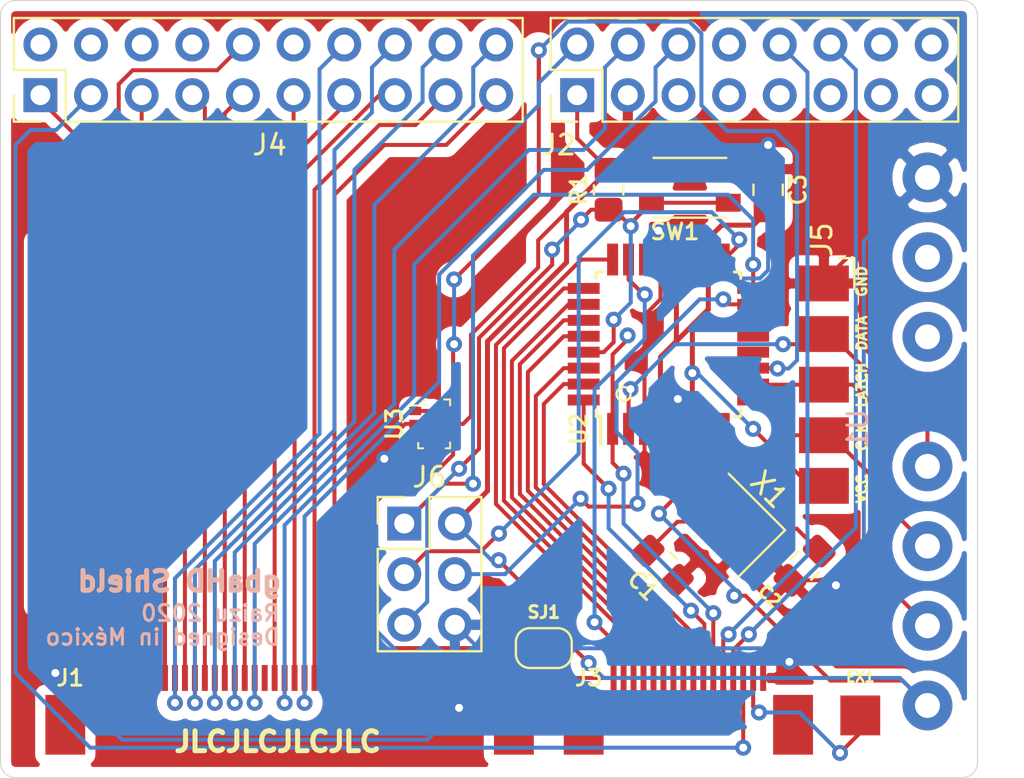
<source format=kicad_pcb>
(kicad_pcb (version 20171130) (host pcbnew "(5.1.8)-1")

  (general
    (thickness 1.6)
    (drawings 19)
    (tracks 439)
    (zones 0)
    (modules 18)
    (nets 88)
  )

  (page A4)
  (layers
    (0 F.Cu signal)
    (31 B.Cu signal)
    (32 B.Adhes user)
    (33 F.Adhes user)
    (34 B.Paste user)
    (35 F.Paste user)
    (36 B.SilkS user)
    (37 F.SilkS user)
    (38 B.Mask user)
    (39 F.Mask user)
    (40 Dwgs.User user)
    (41 Cmts.User user)
    (42 Eco1.User user)
    (43 Eco2.User user)
    (44 Edge.Cuts user)
    (45 Margin user)
    (46 B.CrtYd user)
    (47 F.CrtYd user)
    (48 B.Fab user)
    (49 F.Fab user hide)
  )

  (setup
    (last_trace_width 0.2)
    (trace_clearance 0.2)
    (zone_clearance 0.508)
    (zone_45_only no)
    (trace_min 0.2)
    (via_size 0.8)
    (via_drill 0.4)
    (via_min_size 0.4)
    (via_min_drill 0.3)
    (uvia_size 0.3)
    (uvia_drill 0.1)
    (uvias_allowed no)
    (uvia_min_size 0.2)
    (uvia_min_drill 0.1)
    (edge_width 0.05)
    (segment_width 0.2)
    (pcb_text_width 0.3)
    (pcb_text_size 1.5 1.5)
    (mod_edge_width 0.12)
    (mod_text_size 1 1)
    (mod_text_width 0.15)
    (pad_size 2 2)
    (pad_drill 0)
    (pad_to_mask_clearance 0)
    (aux_axis_origin 0 0)
    (visible_elements 7FFFFFFF)
    (pcbplotparams
      (layerselection 0x010fc_ffffffff)
      (usegerberextensions false)
      (usegerberattributes true)
      (usegerberadvancedattributes true)
      (creategerberjobfile true)
      (excludeedgelayer true)
      (linewidth 0.100000)
      (plotframeref false)
      (viasonmask false)
      (mode 1)
      (useauxorigin false)
      (hpglpennumber 1)
      (hpglpenspeed 20)
      (hpglpendiameter 15.000000)
      (psnegative false)
      (psa4output false)
      (plotreference true)
      (plotvalue true)
      (plotinvisibletext false)
      (padsonsilk false)
      (subtractmaskfromsilk false)
      (outputformat 1)
      (mirror false)
      (drillshape 0)
      (scaleselection 1)
      (outputdirectory "gerber/"))
  )

  (net 0 "")
  (net 1 "Net-(C1-Pad2)")
  (net 2 GND)
  (net 3 "Net-(C2-Pad2)")
  (net 4 GB_SPS)
  (net 5 "Net-(J1-Pad25)")
  (net 6 "Net-(J1-Pad40)")
  (net 7 GB_R5)
  (net 8 GB_G2)
  (net 9 "Net-(J1-Pad37)")
  (net 10 GB_B2)
  (net 11 "Net-(J1-Pad38)")
  (net 12 "Net-(J1-Pad36)")
  (net 13 "Net-(J1-Pad35)")
  (net 14 "Net-(J1-Pad34)")
  (net 15 "Net-(J1-Pad33)")
  (net 16 "Net-(J1-Pad24)")
  (net 17 "Net-(J1-Pad28)")
  (net 18 "Net-(J1-Pad32)")
  (net 19 "Net-(J1-Pad29)")
  (net 20 GB_B1)
  (net 21 "Net-(J1-Pad30)")
  (net 22 "Net-(J1-Pad31)")
  (net 23 GB_G1)
  (net 24 GB_B3)
  (net 25 "Net-(J1-Pad39)")
  (net 26 "Net-(J1-Pad2)")
  (net 27 "Net-(J1-Pad7)")
  (net 28 GB_G5)
  (net 29 "Net-(J1-Pad5)")
  (net 30 GB_DCLK)
  (net 31 "Net-(J1-Pad27)")
  (net 32 GB_R1)
  (net 33 "Net-(J1-Pad1)")
  (net 34 GB_R2)
  (net 35 GB_G3)
  (net 36 "Net-(J1-Pad18)")
  (net 37 GB_B5)
  (net 38 "Net-(J1-Pad4)")
  (net 39 GB_B4)
  (net 40 GB_R3)
  (net 41 GB_G4)
  (net 42 "Net-(J1-Pad6)")
  (net 43 GB_R4)
  (net 44 SP_ARD0)
  (net 45 SP_ARD1)
  (net 46 GBA_AUD1)
  (net 47 GBA_AUD2)
  (net 48 SP_ARD4)
  (net 49 "Net-(J2-Pad7)")
  (net 50 "Net-(J2-Pad5)")
  (net 51 GBA_UP)
  (net 52 "Net-(J3-Pad15)")
  (net 53 GBA_START)
  (net 54 GBA_DOWN)
  (net 55 GBA_A)
  (net 56 GBA_SELECT)
  (net 57 GBA_L)
  (net 58 GBA_CLK)
  (net 59 GBA_LEFT)
  (net 60 GBA_VCC)
  (net 61 GBA_RGHT)
  (net 62 GBA_R)
  (net 63 GBA_B)
  (net 64 SP_ARD12)
  (net 65 SP_ARD14)
  (net 66 SP_ARD15)
  (net 67 SP_ARD16)
  (net 68 SP_ARD17)
  (net 69 AT_RST)
  (net 70 ICSP_MOSI)
  (net 71 ICSP_SCK)
  (net 72 ICSP_MISO)
  (net 73 "Net-(U2-Pad22)")
  (net 74 "Net-(U2-Pad19)")
  (net 75 "Net-(U2-Pad14)")
  (net 76 "Net-(U2-Pad13)")
  (net 77 "Net-(U2-Pad12)")
  (net 78 "Net-(J2-Pad15)")
  (net 79 "Net-(J2-Pad13)")
  (net 80 "Net-(J2-Pad11)")
  (net 81 "Net-(J2-Pad9)")
  (net 82 SNS_DATA)
  (net 83 SNS_LATCH)
  (net 84 SNS_CLK)
  (net 85 SP_3V3)
  (net 86 GBA_POWER_SEL)
  (net 87 "Net-(U3-Pad3)")

  (net_class Default "This is the default net class."
    (clearance 0.2)
    (trace_width 0.2)
    (via_dia 0.8)
    (via_drill 0.4)
    (uvia_dia 0.3)
    (uvia_drill 0.1)
    (add_net AT_RST)
    (add_net GBA_A)
    (add_net GBA_AUD1)
    (add_net GBA_AUD2)
    (add_net GBA_B)
    (add_net GBA_CLK)
    (add_net GBA_DOWN)
    (add_net GBA_L)
    (add_net GBA_LEFT)
    (add_net GBA_POWER_SEL)
    (add_net GBA_R)
    (add_net GBA_RGHT)
    (add_net GBA_SELECT)
    (add_net GBA_START)
    (add_net GBA_UP)
    (add_net GBA_VCC)
    (add_net GB_B1)
    (add_net GB_B2)
    (add_net GB_B3)
    (add_net GB_B4)
    (add_net GB_B5)
    (add_net GB_DCLK)
    (add_net GB_G1)
    (add_net GB_G2)
    (add_net GB_G3)
    (add_net GB_G4)
    (add_net GB_G5)
    (add_net GB_R1)
    (add_net GB_R2)
    (add_net GB_R3)
    (add_net GB_R4)
    (add_net GB_R5)
    (add_net GB_SPS)
    (add_net GND)
    (add_net ICSP_MISO)
    (add_net ICSP_MOSI)
    (add_net ICSP_SCK)
    (add_net "Net-(C1-Pad2)")
    (add_net "Net-(C2-Pad2)")
    (add_net "Net-(J1-Pad1)")
    (add_net "Net-(J1-Pad18)")
    (add_net "Net-(J1-Pad2)")
    (add_net "Net-(J1-Pad24)")
    (add_net "Net-(J1-Pad25)")
    (add_net "Net-(J1-Pad27)")
    (add_net "Net-(J1-Pad28)")
    (add_net "Net-(J1-Pad29)")
    (add_net "Net-(J1-Pad30)")
    (add_net "Net-(J1-Pad31)")
    (add_net "Net-(J1-Pad32)")
    (add_net "Net-(J1-Pad33)")
    (add_net "Net-(J1-Pad34)")
    (add_net "Net-(J1-Pad35)")
    (add_net "Net-(J1-Pad36)")
    (add_net "Net-(J1-Pad37)")
    (add_net "Net-(J1-Pad38)")
    (add_net "Net-(J1-Pad39)")
    (add_net "Net-(J1-Pad4)")
    (add_net "Net-(J1-Pad40)")
    (add_net "Net-(J1-Pad5)")
    (add_net "Net-(J1-Pad6)")
    (add_net "Net-(J1-Pad7)")
    (add_net "Net-(J2-Pad11)")
    (add_net "Net-(J2-Pad13)")
    (add_net "Net-(J2-Pad15)")
    (add_net "Net-(J2-Pad5)")
    (add_net "Net-(J2-Pad7)")
    (add_net "Net-(J2-Pad9)")
    (add_net "Net-(J3-Pad15)")
    (add_net "Net-(U2-Pad12)")
    (add_net "Net-(U2-Pad13)")
    (add_net "Net-(U2-Pad14)")
    (add_net "Net-(U2-Pad19)")
    (add_net "Net-(U2-Pad22)")
    (add_net "Net-(U3-Pad3)")
    (add_net SNS_CLK)
    (add_net SNS_DATA)
    (add_net SNS_LATCH)
    (add_net SP_3V3)
    (add_net SP_ARD0)
    (add_net SP_ARD1)
    (add_net SP_ARD12)
    (add_net SP_ARD14)
    (add_net SP_ARD15)
    (add_net SP_ARD16)
    (add_net SP_ARD17)
    (add_net SP_ARD4)
  )

  (net_class VCC ""
    (clearance 0.2)
    (trace_width 0.25)
    (via_dia 0.8)
    (via_drill 0.4)
    (uvia_dia 0.3)
    (uvia_drill 0.1)
  )

  (module Connector_PinHeader_2.54mm:PinHeader_2x08_P2.54mm_Vertical (layer F.Cu) (tedit 59FED5CC) (tstamp 5FF9A7F9)
    (at 72.924 31.25 90)
    (descr "Through hole straight pin header, 2x08, 2.54mm pitch, double rows")
    (tags "Through hole pin header THT 2x08 2.54mm double row")
    (path /5FFDDE03)
    (fp_text reference J2 (at -2.5 -0.924 180) (layer F.SilkS)
      (effects (font (size 1 1) (thickness 0.15)))
    )
    (fp_text value Conn_02x08_Top_Bottom (at 5.25 9.326 180) (layer F.Fab)
      (effects (font (size 1 1) (thickness 0.15)))
    )
    (fp_line (start 0 -1.27) (end 3.81 -1.27) (layer F.Fab) (width 0.1))
    (fp_line (start 3.81 -1.27) (end 3.81 19.05) (layer F.Fab) (width 0.1))
    (fp_line (start 3.81 19.05) (end -1.27 19.05) (layer F.Fab) (width 0.1))
    (fp_line (start -1.27 19.05) (end -1.27 0) (layer F.Fab) (width 0.1))
    (fp_line (start -1.27 0) (end 0 -1.27) (layer F.Fab) (width 0.1))
    (fp_line (start -1.33 19.11) (end 3.87 19.11) (layer F.SilkS) (width 0.12))
    (fp_line (start -1.33 1.27) (end -1.33 19.11) (layer F.SilkS) (width 0.12))
    (fp_line (start 3.87 -1.33) (end 3.87 19.11) (layer F.SilkS) (width 0.12))
    (fp_line (start -1.33 1.27) (end 1.27 1.27) (layer F.SilkS) (width 0.12))
    (fp_line (start 1.27 1.27) (end 1.27 -1.33) (layer F.SilkS) (width 0.12))
    (fp_line (start 1.27 -1.33) (end 3.87 -1.33) (layer F.SilkS) (width 0.12))
    (fp_line (start -1.33 0) (end -1.33 -1.33) (layer F.SilkS) (width 0.12))
    (fp_line (start -1.33 -1.33) (end 0 -1.33) (layer F.SilkS) (width 0.12))
    (fp_line (start -1.8 -1.8) (end -1.8 19.55) (layer F.CrtYd) (width 0.05))
    (fp_line (start -1.8 19.55) (end 4.35 19.55) (layer F.CrtYd) (width 0.05))
    (fp_line (start 4.35 19.55) (end 4.35 -1.8) (layer F.CrtYd) (width 0.05))
    (fp_line (start 4.35 -1.8) (end -1.8 -1.8) (layer F.CrtYd) (width 0.05))
    (fp_text user %R (at 1.27 8.89) (layer F.Fab)
      (effects (font (size 1 1) (thickness 0.15)))
    )
    (pad 16 thru_hole oval (at 2.54 17.78 90) (size 1.7 1.7) (drill 1) (layers *.Cu *.Mask)
      (net 44 SP_ARD0))
    (pad 15 thru_hole oval (at 0 17.78 90) (size 1.7 1.7) (drill 1) (layers *.Cu *.Mask)
      (net 78 "Net-(J2-Pad15)"))
    (pad 14 thru_hole oval (at 2.54 15.24 90) (size 1.7 1.7) (drill 1) (layers *.Cu *.Mask)
      (net 45 SP_ARD1))
    (pad 13 thru_hole oval (at 0 15.24 90) (size 1.7 1.7) (drill 1) (layers *.Cu *.Mask)
      (net 79 "Net-(J2-Pad13)"))
    (pad 12 thru_hole oval (at 2.54 12.7 90) (size 1.7 1.7) (drill 1) (layers *.Cu *.Mask)
      (net 46 GBA_AUD1))
    (pad 11 thru_hole oval (at 0 12.7 90) (size 1.7 1.7) (drill 1) (layers *.Cu *.Mask)
      (net 80 "Net-(J2-Pad11)"))
    (pad 10 thru_hole oval (at 2.54 10.16 90) (size 1.7 1.7) (drill 1) (layers *.Cu *.Mask)
      (net 47 GBA_AUD2))
    (pad 9 thru_hole oval (at 0 10.16 90) (size 1.7 1.7) (drill 1) (layers *.Cu *.Mask)
      (net 81 "Net-(J2-Pad9)"))
    (pad 8 thru_hole oval (at 2.54 7.62 90) (size 1.7 1.7) (drill 1) (layers *.Cu *.Mask)
      (net 48 SP_ARD4))
    (pad 7 thru_hole oval (at 0 7.62 90) (size 1.7 1.7) (drill 1) (layers *.Cu *.Mask)
      (net 49 "Net-(J2-Pad7)"))
    (pad 6 thru_hole oval (at 2.54 5.08 90) (size 1.7 1.7) (drill 1) (layers *.Cu *.Mask)
      (net 10 GB_B2))
    (pad 5 thru_hole oval (at 0 5.08 90) (size 1.7 1.7) (drill 1) (layers *.Cu *.Mask)
      (net 50 "Net-(J2-Pad5)"))
    (pad 4 thru_hole oval (at 2.54 2.54 90) (size 1.7 1.7) (drill 1) (layers *.Cu *.Mask)
      (net 39 GB_B4))
    (pad 3 thru_hole oval (at 0 2.54 90) (size 1.7 1.7) (drill 1) (layers *.Cu *.Mask)
      (net 2 GND))
    (pad 2 thru_hole oval (at 2.54 0 90) (size 1.7 1.7) (drill 1) (layers *.Cu *.Mask)
      (net 23 GB_G1))
    (pad 1 thru_hole rect (at 0 0 90) (size 1.7 1.7) (drill 1) (layers *.Cu *.Mask)
      (net 85 SP_3V3))
    (model ${KISYS3DMOD}/Connector_PinHeader_2.54mm.3dshapes/PinHeader_2x08_P2.54mm_Vertical.wrl
      (at (xyz 0 0 0))
      (scale (xyz 1 1 1))
      (rotate (xyz 0 0 0))
    )
  )

  (module OFFSET:XKB-TS-1185EC-C-D-B (layer F.Cu) (tedit 60067520) (tstamp 5FF9D70A)
    (at 78.575 35.9 180)
    (path /5FFC3468)
    (fp_text reference SW1 (at 0.75 -2.2) (layer F.SilkS)
      (effects (font (size 0.8 0.8) (thickness 0.15)))
    )
    (fp_text value SW_Push (at 0 -4.064) (layer F.Fab)
      (effects (font (size 1 1) (thickness 0.15)))
    )
    (fp_line (start 1.825 -1.5) (end -1.825 -1.5) (layer F.SilkS) (width 0.12))
    (fp_line (start 1.825 1.5) (end -1.825 1.5) (layer F.SilkS) (width 0.12))
    (fp_circle (center 0 0) (end 0.85 0) (layer F.Fab) (width 0.12))
    (pad 2 smd rect (at 1.925 0.75 180) (size 1.25 0.9) (layers F.Cu F.Paste F.Mask)
      (net 2 GND))
    (pad 1 smd rect (at 1.925 -0.75) (size 1.25 0.9) (layers F.Cu F.Paste F.Mask)
      (net 69 AT_RST))
    (pad 2 smd rect (at -1.925 0.75 180) (size 1.25 0.9) (layers F.Cu F.Paste F.Mask)
      (net 2 GND))
    (pad 1 smd rect (at -1.925 -0.75 180) (size 1.25 0.9) (layers F.Cu F.Paste F.Mask)
      (net 69 AT_RST))
  )

  (module Crystal:Crystal_SMD_3225-4Pin_3.2x2.5mm (layer F.Cu) (tedit 5A0FD1B2) (tstamp 5FFB1AF5)
    (at 80.772 52.832 135)
    (descr "SMD Crystal SERIES SMD3225/4 http://www.txccrystal.com/images/pdf/7m-accuracy.pdf, 3.2x2.5mm^2 package")
    (tags "SMD SMT crystal")
    (path /5FFD18DB)
    (attr smd)
    (fp_text reference X1 (at 0 2.514472 135) (layer F.SilkS)
      (effects (font (size 1 1) (thickness 0.15)))
    )
    (fp_text value Crystal_GND2 (at 0 2.45 135) (layer F.Fab)
      (effects (font (size 1 1) (thickness 0.15)))
    )
    (fp_line (start 2.1 -1.7) (end -2.1 -1.7) (layer F.CrtYd) (width 0.05))
    (fp_line (start 2.1 1.7) (end 2.1 -1.7) (layer F.CrtYd) (width 0.05))
    (fp_line (start -2.1 1.7) (end 2.1 1.7) (layer F.CrtYd) (width 0.05))
    (fp_line (start -2.1 -1.7) (end -2.1 1.7) (layer F.CrtYd) (width 0.05))
    (fp_line (start -2 1.65) (end 2 1.65) (layer F.SilkS) (width 0.12))
    (fp_line (start -2 -1.65) (end -2 1.65) (layer F.SilkS) (width 0.12))
    (fp_line (start -1.6 0.25) (end -0.6 1.25) (layer F.Fab) (width 0.1))
    (fp_line (start 1.6 -1.25) (end -1.6 -1.25) (layer F.Fab) (width 0.1))
    (fp_line (start 1.6 1.25) (end 1.6 -1.25) (layer F.Fab) (width 0.1))
    (fp_line (start -1.6 1.25) (end 1.6 1.25) (layer F.Fab) (width 0.1))
    (fp_line (start -1.6 -1.25) (end -1.6 1.25) (layer F.Fab) (width 0.1))
    (fp_text user %R (at 0 0 135) (layer F.Fab)
      (effects (font (size 0.7 0.7) (thickness 0.105)))
    )
    (pad 4 smd rect (at -1.1 -0.85 135) (size 1.4 1.2) (layers F.Cu F.Paste F.Mask)
      (net 2 GND))
    (pad 3 smd rect (at 1.1 -0.85 135) (size 1.4 1.2) (layers F.Cu F.Paste F.Mask)
      (net 1 "Net-(C1-Pad2)"))
    (pad 2 smd rect (at 1.1 0.85 135) (size 1.4 1.2) (layers F.Cu F.Paste F.Mask)
      (net 2 GND))
    (pad 1 smd rect (at -1.1 0.85 135) (size 1.4 1.2) (layers F.Cu F.Paste F.Mask)
      (net 3 "Net-(C2-Pad2)"))
    (model ${KISYS3DMOD}/Crystal.3dshapes/Crystal_SMD_3225-4Pin_3.2x2.5mm.wrl
      (at (xyz 0 0 0))
      (scale (xyz 1 1 1))
      (rotate (xyz 0 0 0))
    )
  )

  (module OFFSET:OFFSET_LOGO_4.0mm (layer F.Cu) (tedit 5F74E5A7) (tstamp 5FFA7673)
    (at 47.7 47.75 90)
    (fp_text reference G*** (at 0 0 90) (layer F.SilkS) hide
      (effects (font (size 1.524 1.524) (thickness 0.3)))
    )
    (fp_text value LOGO (at 1.5 -0.25 90) (layer F.SilkS) hide
      (effects (font (size 1.524 1.524) (thickness 0.3)))
    )
    (fp_poly (pts (xy -6.921483 -1.258544) (xy -6.854682 -1.253145) (xy -6.800902 -1.241002) (xy -6.747145 -1.219761)
      (xy -6.718094 -1.205918) (xy -6.590971 -1.122616) (xy -6.485483 -1.007994) (xy -6.40144 -0.861669)
      (xy -6.338654 -0.683255) (xy -6.296934 -0.472367) (xy -6.280958 -0.316762) (xy -6.266812 -0.117231)
      (xy -7.756769 -0.117231) (xy -7.756769 -0.251441) (xy -7.749364 -0.392061) (xy -7.728904 -0.540807)
      (xy -7.698027 -0.684057) (xy -7.659368 -0.808194) (xy -7.64009 -0.854287) (xy -7.567053 -0.979431)
      (xy -7.474429 -1.089391) (xy -7.370687 -1.175172) (xy -7.301792 -1.213488) (xy -7.241253 -1.236772)
      (xy -7.179318 -1.250819) (xy -7.102911 -1.257723) (xy -7.014308 -1.259551) (xy -6.921483 -1.258544)) (layer F.Mask) (width 0.01))
    (fp_poly (pts (xy 9.163538 -0.117231) (xy 7.424615 -0.117231) (xy 7.424615 1.602154) (xy 6.721231 1.602154)
      (xy 6.721231 -0.117231) (xy 5.216769 -0.117231) (xy 5.216769 0.117231) (xy 3.868615 0.117231)
      (xy 3.868615 1.055077) (xy 5.451231 1.055077) (xy 5.451231 1.602154) (xy 3.165231 1.602154)
      (xy 3.165231 -0.117231) (xy 2.203974 -0.117231) (xy 2.318256 -0.03056) (xy 2.455571 0.091212)
      (xy 2.557848 0.223555) (xy 2.627044 0.37077) (xy 2.665114 0.537158) (xy 2.674016 0.727019)
      (xy 2.673285 0.749878) (xy 2.657458 0.909439) (xy 2.621099 1.044566) (xy 2.560321 1.16618)
      (xy 2.491169 1.261489) (xy 2.374095 1.375004) (xy 2.228026 1.469038) (xy 2.058171 1.543007)
      (xy 1.869736 1.59633) (xy 1.667929 1.628424) (xy 1.457958 1.638706) (xy 1.245032 1.626594)
      (xy 1.034357 1.591506) (xy 0.831141 1.532858) (xy 0.67037 1.465136) (xy 0.488699 1.356386)
      (xy 0.33759 1.224338) (xy 0.218131 1.070491) (xy 0.131413 0.896338) (xy 0.078525 0.703378)
      (xy 0.069105 0.639438) (xy 0.055692 0.526646) (xy 0.413731 0.531977) (xy 0.771769 0.537308)
      (xy 0.783869 0.636433) (xy 0.814853 0.767815) (xy 0.874429 0.875634) (xy 0.943128 0.947603)
      (xy 1.024004 1.00579) (xy 1.113585 1.046166) (xy 1.220104 1.071015) (xy 1.351796 1.082616)
      (xy 1.436077 1.084176) (xy 1.534283 1.08341) (xy 1.604512 1.079646) (xy 1.657847 1.071023)
      (xy 1.705372 1.055678) (xy 1.758169 1.031751) (xy 1.763372 1.029204) (xy 1.865919 0.962182)
      (xy 1.933763 0.87796) (xy 1.968204 0.774544) (xy 1.973385 0.705925) (xy 1.967339 0.619366)
      (xy 1.946971 0.544052) (xy 1.908934 0.477266) (xy 1.849881 0.416289) (xy 1.766465 0.358405)
      (xy 1.655339 0.300897) (xy 1.513156 0.241046) (xy 1.336569 0.176135) (xy 1.309077 0.166547)
      (xy 1.191187 0.123538) (xy 1.065284 0.074118) (xy 0.946452 0.024397) (xy 0.849923 -0.019443)
      (xy 0.654538 -0.113918) (xy 1.426308 -0.116551) (xy 2.198077 -0.119184) (xy 2.045961 -0.196947)
      (xy 1.972895 -0.230919) (xy 1.873484 -0.272433) (xy 1.758619 -0.317174) (xy 1.639189 -0.360826)
      (xy 1.585605 -0.37939) (xy 1.403235 -0.444064) (xy 1.255249 -0.503132) (xy 1.137745 -0.558807)
      (xy 1.046822 -0.613302) (xy 0.978576 -0.66883) (xy 0.929105 -0.727603) (xy 0.90754 -0.76393)
      (xy 0.883875 -0.845713) (xy 0.883756 -0.943498) (xy 0.906691 -1.042478) (xy 0.917672 -1.069486)
      (xy 0.975899 -1.15298) (xy 1.062403 -1.219165) (xy 1.170091 -1.267343) (xy 1.291871 -1.296818)
      (xy 1.420649 -1.306893) (xy 1.549334 -1.29687) (xy 1.670831 -1.266054) (xy 1.778049 -1.213747)
      (xy 1.844296 -1.160524) (xy 1.909227 -1.075731) (xy 1.954452 -0.976915) (xy 1.972858 -0.879898)
      (xy 1.972955 -0.874346) (xy 1.973385 -0.801077) (xy 2.676769 -0.801077) (xy 2.676357 -0.903654)
      (xy 2.664247 -1.007813) (xy 2.63211 -1.12648) (xy 2.58513 -1.244305) (xy 2.52849 -1.345939)
      (xy 2.525555 -1.350236) (xy 2.39845 -1.500623) (xy 2.241681 -1.628646) (xy 2.059404 -1.731522)
      (xy 1.855771 -1.806469) (xy 1.836615 -1.811729) (xy 1.807796 -1.817077) (xy 3.165231 -1.817077)
      (xy 3.165231 -0.117231) (xy 5.216769 -0.117231) (xy 5.216769 -0.429846) (xy 3.868615 -0.429846)
      (xy 3.868615 -1.250461) (xy 5.451231 -1.250461) (xy 5.451231 -1.817077) (xy 5.685692 -1.817077)
      (xy 5.685692 -1.250461) (xy 6.721231 -1.250461) (xy 6.721231 -0.117231) (xy 7.424615 -0.117231)
      (xy 7.424615 -1.250461) (xy 8.460154 -1.250461) (xy 8.460154 -1.817077) (xy 5.685692 -1.817077)
      (xy 5.451231 -1.817077) (xy 3.165231 -1.817077) (xy 1.807796 -1.817077) (xy 1.733455 -1.830872)
      (xy 1.603286 -1.842497) (xy 1.45742 -1.846733) (xy 1.30717 -1.843706) (xy 1.163849 -1.833546)
      (xy 1.038769 -1.81638) (xy 0.974273 -1.801983) (xy 0.76482 -1.72893) (xy 0.584705 -1.632649)
      (xy 0.435062 -1.513975) (xy 0.317025 -1.373747) (xy 0.259064 -1.274034) (xy 0.227505 -1.20872)
      (xy 0.206633 -1.15765) (xy 0.194288 -1.10965) (xy 0.188311 -1.053547) (xy 0.186539 -0.97817)
      (xy 0.186683 -0.899715) (xy 0.18834 -0.794571) (xy 0.19311 -0.718164) (xy 0.20243 -0.66019)
      (xy 0.217741 -0.610346) (xy 0.231756 -0.577055) (xy 0.323223 -0.420006) (xy 0.445626 -0.279097)
      (xy 0.534359 -0.203458) (xy 0.648641 -0.117231) (xy -0.371231 -0.117231) (xy -0.371231 0.175846)
      (xy -1.719385 0.175846) (xy -1.719385 1.602154) (xy -2.422769 1.602154) (xy -2.422769 -0.117231)
      (xy -3.008923 -0.117231) (xy -3.008923 0.175846) (xy -4.357077 0.175846) (xy -4.357077 1.602154)
      (xy -5.060462 1.602154) (xy -5.060462 -0.117231) (xy -5.563011 -0.117231) (xy -5.573658 -0.337038)
      (xy -5.601725 -0.604409) (xy -5.659293 -0.847187) (xy -5.747141 -1.067282) (xy -5.866052 -1.2666)
      (xy -6.016804 -1.447048) (xy -6.035783 -1.466245) (xy -6.204333 -1.609667) (xy -6.388358 -1.718912)
      (xy -6.590512 -1.795113) (xy -6.701079 -1.817077) (xy -5.060462 -1.817077) (xy -5.060462 -0.117231)
      (xy -3.008923 -0.117231) (xy -3.008923 -0.371231) (xy -4.357077 -0.371231) (xy -4.357077 -1.250461)
      (xy -2.833077 -1.250461) (xy -2.833077 -1.817077) (xy -2.422769 -1.817077) (xy -2.422769 -0.117231)
      (xy -0.371231 -0.117231) (xy -0.371231 -0.371231) (xy -1.719385 -0.371231) (xy -1.719385 -1.250461)
      (xy -0.195385 -1.250461) (xy -0.195385 -1.817077) (xy -2.422769 -1.817077) (xy -2.833077 -1.817077)
      (xy -5.060462 -1.817077) (xy -6.701079 -1.817077) (xy -6.813449 -1.839399) (xy -6.936154 -1.850069)
      (xy -7.181243 -1.845485) (xy -7.410583 -1.805691) (xy -7.622404 -1.731971) (xy -7.814935 -1.625606)
      (xy -7.986406 -1.487878) (xy -8.135046 -1.32007) (xy -8.259084 -1.123462) (xy -8.356752 -0.899338)
      (xy -8.389371 -0.797694) (xy -8.417034 -0.684884) (xy -8.44211 -0.551211) (xy -8.462379 -0.411705)
      (xy -8.475619 -0.281397) (xy -8.479692 -0.186385) (xy -8.479692 -0.117231) (xy -7.762576 -0.117231)
      (xy -7.750913 0.102577) (xy -7.726549 0.329123) (xy -7.67932 0.526543) (xy -7.609677 0.694063)
      (xy -7.518071 0.830908) (xy -7.404955 0.936302) (xy -7.270779 1.00947) (xy -7.210658 1.029727)
      (xy -7.096914 1.048251) (xy -6.96756 1.047691) (xy -6.838933 1.029432) (xy -6.72737 0.994858)
      (xy -6.711098 0.98737) (xy -6.586056 0.904955) (xy -6.482149 0.790306) (xy -6.399283 0.643226)
      (xy -6.337364 0.463521) (xy -6.296299 0.250996) (xy -6.280436 0.090611) (xy -6.266513 -0.117231)
      (xy -5.568462 -0.117231) (xy -5.568462 0.046287) (xy -5.583899 0.281509) (xy -5.628336 0.517338)
      (xy -5.698956 0.742524) (xy -5.792947 0.945817) (xy -5.793948 0.947615) (xy -5.920323 1.135477)
      (xy -6.074541 1.298177) (xy -6.252643 1.432608) (xy -6.450668 1.535659) (xy -6.613769 1.591542)
      (xy -6.683474 1.60512) (xy -6.779674 1.616922) (xy -6.89083 1.626266) (xy -7.005407 1.632468)
      (xy -7.111868 1.634844) (xy -7.198674 1.63271) (xy -7.239 1.628596) (xy -7.472319 1.572797)
      (xy -7.684942 1.484353) (xy -7.875436 1.364285) (xy -8.042367 1.213614) (xy -8.184302 1.033364)
      (xy -8.264051 0.897805) (xy -8.350488 0.700411) (xy -8.413649 0.483175) (xy -8.455104 0.240203)
      (xy -8.465338 0.141654) (xy -8.488072 -0.117231) (xy -9.163538 -0.117231) (xy -9.163538 -2.012461)
      (xy 9.163538 -2.012461) (xy 9.163538 -0.117231)) (layer F.Mask) (width 0.01))
    (fp_poly (pts (xy 9.163538 -0.117231) (xy 7.424615 -0.117231) (xy 7.424615 1.602154) (xy 6.721231 1.602154)
      (xy 6.721231 -0.117231) (xy 5.216769 -0.117231) (xy 5.216769 0.117231) (xy 3.868615 0.117231)
      (xy 3.868615 1.055077) (xy 5.451231 1.055077) (xy 5.451231 1.602154) (xy 3.165231 1.602154)
      (xy 3.165231 -0.117231) (xy 2.203974 -0.117231) (xy 2.318256 -0.03056) (xy 2.455571 0.091212)
      (xy 2.557848 0.223555) (xy 2.627044 0.37077) (xy 2.665114 0.537158) (xy 2.674016 0.727019)
      (xy 2.673285 0.749878) (xy 2.657458 0.909439) (xy 2.621099 1.044566) (xy 2.560321 1.16618)
      (xy 2.491169 1.261489) (xy 2.374095 1.375004) (xy 2.228026 1.469038) (xy 2.058171 1.543007)
      (xy 1.869736 1.59633) (xy 1.667929 1.628424) (xy 1.457958 1.638706) (xy 1.245032 1.626594)
      (xy 1.034357 1.591506) (xy 0.831141 1.532858) (xy 0.67037 1.465136) (xy 0.488699 1.356386)
      (xy 0.33759 1.224338) (xy 0.218131 1.070491) (xy 0.131413 0.896338) (xy 0.078525 0.703378)
      (xy 0.069105 0.639438) (xy 0.055692 0.526646) (xy 0.413731 0.531977) (xy 0.771769 0.537308)
      (xy 0.783869 0.636433) (xy 0.814853 0.767815) (xy 0.874429 0.875634) (xy 0.943128 0.947603)
      (xy 1.024004 1.00579) (xy 1.113585 1.046166) (xy 1.220104 1.071015) (xy 1.351796 1.082616)
      (xy 1.436077 1.084176) (xy 1.534283 1.08341) (xy 1.604512 1.079646) (xy 1.657847 1.071023)
      (xy 1.705372 1.055678) (xy 1.758169 1.031751) (xy 1.763372 1.029204) (xy 1.865919 0.962182)
      (xy 1.933763 0.87796) (xy 1.968204 0.774544) (xy 1.973385 0.705925) (xy 1.967339 0.619366)
      (xy 1.946971 0.544052) (xy 1.908934 0.477266) (xy 1.849881 0.416289) (xy 1.766465 0.358405)
      (xy 1.655339 0.300897) (xy 1.513156 0.241046) (xy 1.336569 0.176135) (xy 1.309077 0.166547)
      (xy 1.191187 0.123538) (xy 1.065284 0.074118) (xy 0.946452 0.024397) (xy 0.849923 -0.019443)
      (xy 0.654538 -0.113918) (xy 1.426308 -0.116551) (xy 2.198077 -0.119184) (xy 2.045961 -0.196947)
      (xy 1.972895 -0.230919) (xy 1.873484 -0.272433) (xy 1.758619 -0.317174) (xy 1.639189 -0.360826)
      (xy 1.585605 -0.37939) (xy 1.403235 -0.444064) (xy 1.255249 -0.503132) (xy 1.137745 -0.558807)
      (xy 1.046822 -0.613302) (xy 0.978576 -0.66883) (xy 0.929105 -0.727603) (xy 0.90754 -0.76393)
      (xy 0.883875 -0.845713) (xy 0.883756 -0.943498) (xy 0.906691 -1.042478) (xy 0.917672 -1.069486)
      (xy 0.975899 -1.15298) (xy 1.062403 -1.219165) (xy 1.170091 -1.267343) (xy 1.291871 -1.296818)
      (xy 1.420649 -1.306893) (xy 1.549334 -1.29687) (xy 1.670831 -1.266054) (xy 1.778049 -1.213747)
      (xy 1.844296 -1.160524) (xy 1.909227 -1.075731) (xy 1.954452 -0.976915) (xy 1.972858 -0.879898)
      (xy 1.972955 -0.874346) (xy 1.973385 -0.801077) (xy 2.676769 -0.801077) (xy 2.676357 -0.903654)
      (xy 2.664247 -1.007813) (xy 2.63211 -1.12648) (xy 2.58513 -1.244305) (xy 2.52849 -1.345939)
      (xy 2.525555 -1.350236) (xy 2.39845 -1.500623) (xy 2.241681 -1.628646) (xy 2.059404 -1.731522)
      (xy 1.855771 -1.806469) (xy 1.836615 -1.811729) (xy 1.807796 -1.817077) (xy 3.165231 -1.817077)
      (xy 3.165231 -0.117231) (xy 5.216769 -0.117231) (xy 5.216769 -0.429846) (xy 3.868615 -0.429846)
      (xy 3.868615 -1.250461) (xy 5.451231 -1.250461) (xy 5.451231 -1.817077) (xy 5.685692 -1.817077)
      (xy 5.685692 -1.250461) (xy 6.721231 -1.250461) (xy 6.721231 -0.117231) (xy 7.424615 -0.117231)
      (xy 7.424615 -1.250461) (xy 8.460154 -1.250461) (xy 8.460154 -1.817077) (xy 5.685692 -1.817077)
      (xy 5.451231 -1.817077) (xy 3.165231 -1.817077) (xy 1.807796 -1.817077) (xy 1.733455 -1.830872)
      (xy 1.603286 -1.842497) (xy 1.45742 -1.846733) (xy 1.30717 -1.843706) (xy 1.163849 -1.833546)
      (xy 1.038769 -1.81638) (xy 0.974273 -1.801983) (xy 0.76482 -1.72893) (xy 0.584705 -1.632649)
      (xy 0.435062 -1.513975) (xy 0.317025 -1.373747) (xy 0.259064 -1.274034) (xy 0.227505 -1.20872)
      (xy 0.206633 -1.15765) (xy 0.194288 -1.10965) (xy 0.188311 -1.053547) (xy 0.186539 -0.97817)
      (xy 0.186683 -0.899715) (xy 0.18834 -0.794571) (xy 0.19311 -0.718164) (xy 0.20243 -0.66019)
      (xy 0.217741 -0.610346) (xy 0.231756 -0.577055) (xy 0.323223 -0.420006) (xy 0.445626 -0.279097)
      (xy 0.534359 -0.203458) (xy 0.648641 -0.117231) (xy -0.371231 -0.117231) (xy -0.371231 0.175846)
      (xy -1.719385 0.175846) (xy -1.719385 1.602154) (xy -2.422769 1.602154) (xy -2.422769 -0.117231)
      (xy -3.008923 -0.117231) (xy -3.008923 0.175846) (xy -4.357077 0.175846) (xy -4.357077 1.602154)
      (xy -5.060462 1.602154) (xy -5.060462 -0.117231) (xy -5.563011 -0.117231) (xy -5.573658 -0.337038)
      (xy -5.601725 -0.604409) (xy -5.659293 -0.847187) (xy -5.747141 -1.067282) (xy -5.866052 -1.2666)
      (xy -6.016804 -1.447048) (xy -6.035783 -1.466245) (xy -6.204333 -1.609667) (xy -6.388358 -1.718912)
      (xy -6.590512 -1.795113) (xy -6.701079 -1.817077) (xy -5.060462 -1.817077) (xy -5.060462 -0.117231)
      (xy -3.008923 -0.117231) (xy -3.008923 -0.371231) (xy -4.357077 -0.371231) (xy -4.357077 -1.250461)
      (xy -2.833077 -1.250461) (xy -2.833077 -1.817077) (xy -2.422769 -1.817077) (xy -2.422769 -0.117231)
      (xy -0.371231 -0.117231) (xy -0.371231 -0.371231) (xy -1.719385 -0.371231) (xy -1.719385 -1.250461)
      (xy -0.195385 -1.250461) (xy -0.195385 -1.817077) (xy -2.422769 -1.817077) (xy -2.833077 -1.817077)
      (xy -5.060462 -1.817077) (xy -6.701079 -1.817077) (xy -6.813449 -1.839399) (xy -6.936154 -1.850069)
      (xy -7.181243 -1.845485) (xy -7.410583 -1.805691) (xy -7.622404 -1.731971) (xy -7.814935 -1.625606)
      (xy -7.986406 -1.487878) (xy -8.135046 -1.32007) (xy -8.259084 -1.123462) (xy -8.356752 -0.899338)
      (xy -8.389371 -0.797694) (xy -8.417034 -0.684884) (xy -8.44211 -0.551211) (xy -8.462379 -0.411705)
      (xy -8.475619 -0.281397) (xy -8.479692 -0.186385) (xy -8.479692 -0.117231) (xy -7.762576 -0.117231)
      (xy -7.750913 0.102577) (xy -7.726549 0.329123) (xy -7.67932 0.526543) (xy -7.609677 0.694063)
      (xy -7.518071 0.830908) (xy -7.404955 0.936302) (xy -7.270779 1.00947) (xy -7.210658 1.029727)
      (xy -7.096914 1.048251) (xy -6.96756 1.047691) (xy -6.838933 1.029432) (xy -6.72737 0.994858)
      (xy -6.711098 0.98737) (xy -6.586056 0.904955) (xy -6.482149 0.790306) (xy -6.399283 0.643226)
      (xy -6.337364 0.463521) (xy -6.296299 0.250996) (xy -6.280436 0.090611) (xy -6.266513 -0.117231)
      (xy -5.568462 -0.117231) (xy -5.568462 0.046287) (xy -5.583899 0.281509) (xy -5.628336 0.517338)
      (xy -5.698956 0.742524) (xy -5.792947 0.945817) (xy -5.793948 0.947615) (xy -5.920323 1.135477)
      (xy -6.074541 1.298177) (xy -6.252643 1.432608) (xy -6.450668 1.535659) (xy -6.613769 1.591542)
      (xy -6.683474 1.60512) (xy -6.779674 1.616922) (xy -6.89083 1.626266) (xy -7.005407 1.632468)
      (xy -7.111868 1.634844) (xy -7.198674 1.63271) (xy -7.239 1.628596) (xy -7.472319 1.572797)
      (xy -7.684942 1.484353) (xy -7.875436 1.364285) (xy -8.042367 1.213614) (xy -8.184302 1.033364)
      (xy -8.264051 0.897805) (xy -8.350488 0.700411) (xy -8.413649 0.483175) (xy -8.455104 0.240203)
      (xy -8.465338 0.141654) (xy -8.488072 -0.117231) (xy -9.163538 -0.117231) (xy -9.163538 -2.012461)
      (xy 9.163538 -2.012461) (xy 9.163538 -0.117231)) (layer F.Cu) (width 0.01))
    (fp_poly (pts (xy -6.921483 -1.258544) (xy -6.854682 -1.253145) (xy -6.800902 -1.241002) (xy -6.747145 -1.219761)
      (xy -6.718094 -1.205918) (xy -6.590971 -1.122616) (xy -6.485483 -1.007994) (xy -6.40144 -0.861669)
      (xy -6.338654 -0.683255) (xy -6.296934 -0.472367) (xy -6.280958 -0.316762) (xy -6.266812 -0.117231)
      (xy -7.756769 -0.117231) (xy -7.756769 -0.251441) (xy -7.749364 -0.392061) (xy -7.728904 -0.540807)
      (xy -7.698027 -0.684057) (xy -7.659368 -0.808194) (xy -7.64009 -0.854287) (xy -7.567053 -0.979431)
      (xy -7.474429 -1.089391) (xy -7.370687 -1.175172) (xy -7.301792 -1.213488) (xy -7.241253 -1.236772)
      (xy -7.179318 -1.250819) (xy -7.102911 -1.257723) (xy -7.014308 -1.259551) (xy -6.921483 -1.258544)) (layer F.Cu) (width 0.01))
  )

  (module OFFSET:SNES_7PIN (layer B.Cu) (tedit 5FFA72E6) (tstamp 5FFA72F1)
    (at 91 48 90)
    (path /5FFBD0A5)
    (fp_text reference U1 (at 0 -4.008 -90) (layer B.SilkS)
      (effects (font (size 1 1) (thickness 0.15)) (justify mirror))
    )
    (fp_text value SNES_7PIN (at 0 3.5 -90) (layer B.Fab)
      (effects (font (size 1 1) (thickness 0.15)) (justify mirror))
    )
    (pad 1 thru_hole circle (at -13.881 -0.508 90) (size 2.5 2.5) (drill 1.25) (layers *.Cu *.Mask)
      (net 85 SP_3V3))
    (pad 2 thru_hole circle (at -9.881 -0.508 90) (size 2.5 2.5) (drill 1.25) (layers *.Cu *.Mask)
      (net 84 SNS_CLK))
    (pad 3 thru_hole circle (at -5.881 -0.508 90) (size 2.5 2.5) (drill 1.25) (layers *.Cu *.Mask)
      (net 83 SNS_LATCH))
    (pad 4 thru_hole circle (at -1.881 -0.508 90) (size 2.5 2.5) (drill 1.25) (layers *.Cu *.Mask)
      (net 82 SNS_DATA))
    (pad 5 thru_hole circle (at 4.619 -0.508 90) (size 2.5 2.5) (drill 1.25) (layers *.Cu *.Mask))
    (pad 6 thru_hole circle (at 8.619 -0.508 90) (size 2.5 2.5) (drill 1.25) (layers *.Cu *.Mask))
    (pad 7 thru_hole circle (at 12.619 -0.508 90) (size 2.5 2.5) (drill 1.25) (layers *.Cu *.Mask)
      (net 2 GND))
  )

  (module OFFSET:SOLDER_PAD (layer F.Cu) (tedit 5FFA313E) (tstamp 5FFABEE0)
    (at 87.122 62.23)
    (path /600D67A4)
    (fp_text reference J7 (at 0.25 2) (layer F.Fab)
      (effects (font (size 0.8 0.8) (thickness 0.15)))
    )
    (fp_text value Conn_01x01 (at -0.9 1.85 180) (layer Dwgs.User)
      (effects (font (size 0.5 0.5) (thickness 0.1)) (justify left))
    )
    (pad 1 smd rect (at 0 -0.25) (size 2 2) (drill (offset 0 0.4)) (layers F.Cu F.Paste F.Mask)
      (net 52 "Net-(J3-Pad15)"))
  )

  (module OFFSET:SOT-363 (layer F.Cu) (tedit 5D28A631) (tstamp 5FFA5BF7)
    (at 65.75 47.75 270)
    (path /600B1250)
    (attr smd)
    (fp_text reference U3 (at 0 2 90) (layer F.SilkS)
      (effects (font (size 0.8 0.8) (thickness 0.15)))
    )
    (fp_text value WAS3157B (at 0 2.325 90) (layer F.Fab)
      (effects (font (size 1 1) (thickness 0.15)))
    )
    (fp_line (start -1.1 -0.675) (end 1.1 -0.675) (layer F.Fab) (width 0.1))
    (fp_line (start 1.1 -0.675) (end 1.1 0.675) (layer F.Fab) (width 0.1))
    (fp_line (start 1.225 -0.8) (end 1.225 -0.575) (layer F.SilkS) (width 0.1))
    (fp_line (start 0.925 -0.8) (end 1.225 -0.8) (layer F.SilkS) (width 0.1))
    (fp_line (start 1.225 0.8) (end 1.225 0.55) (layer F.SilkS) (width 0.1))
    (fp_line (start 0.95 0.8) (end 1.225 0.8) (layer F.SilkS) (width 0.1))
    (fp_line (start -1.225 -0.8) (end -1.225 -0.5) (layer F.SilkS) (width 0.1))
    (fp_line (start -0.925 -0.8) (end -1.225 -0.8) (layer F.SilkS) (width 0.1))
    (fp_line (start -1.1 0.425) (end -0.875 0.675) (layer F.Fab) (width 0.1))
    (fp_line (start -1.1 0.425) (end -1.1 -0.675) (layer F.Fab) (width 0.1))
    (fp_line (start -0.875 0.675) (end 1.1 0.675) (layer F.Fab) (width 0.1))
    (fp_line (start -0.925 0.8) (end -0.925 1.2) (layer F.SilkS) (width 0.1))
    (fp_line (start -1.225 0.475) (end -0.925 0.8) (layer F.SilkS) (width 0.1))
    (fp_line (start -1.4 -1.5) (end 1.4 -1.5) (layer F.CrtYd) (width 0.05))
    (fp_line (start 1.4 -1.5) (end 1.4 1.5) (layer F.CrtYd) (width 0.05))
    (fp_line (start 1.4 1.5) (end -1.4 1.5) (layer F.CrtYd) (width 0.05))
    (fp_line (start -1.4 1.5) (end -1.4 -1.5) (layer F.CrtYd) (width 0.05))
    (fp_text user %R (at -0.05 0.025 90) (layer F.Fab)
      (effects (font (size 0.4 0.4) (thickness 0.04)))
    )
    (pad 3 smd rect (at 0.65 0.95 270) (size 0.42 0.6) (layers F.Cu F.Paste F.Mask)
      (net 87 "Net-(U3-Pad3)"))
    (pad 2 smd rect (at 0 0.95 270) (size 0.42 0.6) (layers F.Cu F.Paste F.Mask)
      (net 2 GND))
    (pad 1 smd rect (at -0.65 0.95 270) (size 0.42 0.6) (layers F.Cu F.Paste F.Mask)
      (net 85 SP_3V3))
    (pad 4 smd rect (at 0.65 -0.95 270) (size 0.42 0.6) (layers F.Cu F.Paste F.Mask)
      (net 60 GBA_VCC))
    (pad 5 smd rect (at 0 -0.95 270) (size 0.42 0.6) (layers F.Cu F.Paste F.Mask)
      (net 85 SP_3V3))
    (pad 6 smd rect (at -0.65 -0.95 270) (size 0.42 0.6) (layers F.Cu F.Paste F.Mask)
      (net 86 GBA_POWER_SEL))
  )

  (module Jumper:SolderJumper-2_P1.3mm_Open_RoundedPad1.0x1.5mm (layer F.Cu) (tedit 5B391E66) (tstamp 5FFA5B3D)
    (at 71.25 59)
    (descr "SMD Solder Jumper, 1x1.5mm, rounded Pads, 0.3mm gap, open")
    (tags "solder jumper open")
    (path /600B7BD0)
    (attr virtual)
    (fp_text reference SJ1 (at 0 -1.8 180) (layer F.SilkS)
      (effects (font (size 0.6 0.6) (thickness 0.15)))
    )
    (fp_text value SOLDER_JUMPER (at 0 1.9) (layer F.Fab)
      (effects (font (size 1 1) (thickness 0.15)))
    )
    (fp_line (start -1.4 0.3) (end -1.4 -0.3) (layer F.SilkS) (width 0.12))
    (fp_line (start 0.7 1) (end -0.7 1) (layer F.SilkS) (width 0.12))
    (fp_line (start 1.4 -0.3) (end 1.4 0.3) (layer F.SilkS) (width 0.12))
    (fp_line (start -0.7 -1) (end 0.7 -1) (layer F.SilkS) (width 0.12))
    (fp_line (start -1.65 -1.25) (end 1.65 -1.25) (layer F.CrtYd) (width 0.05))
    (fp_line (start -1.65 -1.25) (end -1.65 1.25) (layer F.CrtYd) (width 0.05))
    (fp_line (start 1.65 1.25) (end 1.65 -1.25) (layer F.CrtYd) (width 0.05))
    (fp_line (start 1.65 1.25) (end -1.65 1.25) (layer F.CrtYd) (width 0.05))
    (fp_arc (start 0.7 -0.3) (end 1.4 -0.3) (angle -90) (layer F.SilkS) (width 0.12))
    (fp_arc (start 0.7 0.3) (end 0.7 1) (angle -90) (layer F.SilkS) (width 0.12))
    (fp_arc (start -0.7 0.3) (end -1.4 0.3) (angle -90) (layer F.SilkS) (width 0.12))
    (fp_arc (start -0.7 -0.3) (end -0.7 -1) (angle -90) (layer F.SilkS) (width 0.12))
    (pad 1 smd custom (at -0.65 0) (size 1 0.5) (layers F.Cu F.Mask)
      (net 60 GBA_VCC) (zone_connect 2)
      (options (clearance outline) (anchor rect))
      (primitives
        (gr_circle (center 0 0.25) (end 0.5 0.25) (width 0))
        (gr_circle (center 0 -0.25) (end 0.5 -0.25) (width 0))
        (gr_poly (pts
           (xy 0 -0.75) (xy 0.5 -0.75) (xy 0.5 0.75) (xy 0 0.75)) (width 0))
      ))
    (pad 2 smd custom (at 0.65 0) (size 1 0.5) (layers F.Cu F.Mask)
      (net 85 SP_3V3) (zone_connect 2)
      (options (clearance outline) (anchor rect))
      (primitives
        (gr_circle (center 0 0.25) (end 0.5 0.25) (width 0))
        (gr_circle (center 0 -0.25) (end 0.5 -0.25) (width 0))
        (gr_poly (pts
           (xy 0 -0.75) (xy -0.5 -0.75) (xy -0.5 0.75) (xy 0 0.75)) (width 0))
      ))
  )

  (module OFFSET:Pads_01x05 (layer F.Cu) (tedit 5F5EDEF0) (tstamp 5FFA7336)
    (at 85 45.75 270)
    (path /600A46A4)
    (fp_text reference J5 (at -7.25 -0.2 90) (layer F.SilkS)
      (effects (font (size 1 1) (thickness 0.15)))
    )
    (fp_text value Conn_01x05 (at 0 -2.6 90) (layer F.Fab)
      (effects (font (size 1 1) (thickness 0.15)))
    )
    (fp_line (start -6.32 -1.824) (end -4.796 -1.824) (layer F.SilkS) (width 0.12))
    (fp_line (start -6.32 -1.062) (end -6.32 -1.824) (layer F.SilkS) (width 0.12))
    (pad 5 smd rect (at 5.11 -0.3 270) (size 1.8 2.5) (layers F.Cu F.Paste F.Mask)
      (net 85 SP_3V3))
    (pad 4 smd rect (at 2.57 -0.3 270) (size 1.8 2.5) (layers F.Cu F.Paste F.Mask)
      (net 84 SNS_CLK))
    (pad 1 smd rect (at -5.05 -0.3 270) (size 1.8 2.5) (layers F.Cu F.Paste F.Mask)
      (net 2 GND))
    (pad 3 smd rect (at 0.03 -0.3 270) (size 1.8 2.5) (layers F.Cu F.Paste F.Mask)
      (net 83 SNS_LATCH))
    (pad 2 smd rect (at -2.51 -0.3 270) (size 1.8 2.5) (layers F.Cu F.Paste F.Mask)
      (net 82 SNS_DATA))
  )

  (module OFFSET:JUSHUO_AFC07-S40FCC-00 (layer F.Cu) (tedit 5F07625D) (tstamp 5FF9F18E)
    (at 58.25 62.5)
    (path /5FF9439E)
    (fp_text reference J1 (at -10.75 -2) (layer F.SilkS)
      (effects (font (size 0.8 0.8) (thickness 0.15)))
    )
    (fp_text value Conn_01x40 (at 0 -0.508) (layer F.Fab)
      (effects (font (size 0.2 0.2) (thickness 0.05)))
    )
    (pad 9 smd rect (at -5.5 -2) (size 0.3 1.3) (layers F.Cu F.Paste F.Mask)
      (net 43 GB_R4))
    (pad 6 smd rect (at -7 -2) (size 0.3 1.3) (layers F.Cu F.Paste F.Mask)
      (net 42 "Net-(J1-Pad6)"))
    (pad 14 smd rect (at -3 -2) (size 0.3 1.3) (layers F.Cu F.Paste F.Mask)
      (net 41 GB_G4))
    (pad 10 smd rect (at -5 -2) (size 0.3 1.3) (layers F.Cu F.Paste F.Mask)
      (net 40 GB_R3))
    (pad 20 smd rect (at 0 -2) (size 0.3 1.3) (layers F.Cu F.Paste F.Mask)
      (net 39 GB_B4))
    (pad "" smd rect (at 11.5 0.35) (size 2 3) (layers F.Cu F.Paste F.Mask))
    (pad 4 smd rect (at -8 -2) (size 0.3 1.3) (layers F.Cu F.Paste F.Mask)
      (net 38 "Net-(J1-Pad4)"))
    (pad 19 smd rect (at -0.5 -2) (size 0.3 1.3) (layers F.Cu F.Paste F.Mask)
      (net 37 GB_B5))
    (pad 18 smd rect (at -1 -2) (size 0.3 1.3) (layers F.Cu F.Paste F.Mask)
      (net 36 "Net-(J1-Pad18)"))
    (pad 15 smd rect (at -2.5 -2) (size 0.3 1.3) (layers F.Cu F.Paste F.Mask)
      (net 35 GB_G3))
    (pad 11 smd rect (at -4.5 -2) (size 0.3 1.3) (layers F.Cu F.Paste F.Mask)
      (net 34 GB_R2))
    (pad 1 smd rect (at -9.5 -2) (size 0.3 1.3) (layers F.Cu F.Paste F.Mask)
      (net 33 "Net-(J1-Pad1)"))
    (pad 12 smd rect (at -4 -2) (size 0.3 1.3) (layers F.Cu F.Paste F.Mask)
      (net 32 GB_R1))
    (pad 27 smd rect (at 3.5 -2) (size 0.3 1.3) (layers F.Cu F.Paste F.Mask)
      (net 31 "Net-(J1-Pad27)"))
    (pad 3 smd rect (at -8.5 -2) (size 0.3 1.3) (layers F.Cu F.Paste F.Mask)
      (net 30 GB_DCLK))
    (pad 5 smd rect (at -7.5 -2) (size 0.3 1.3) (layers F.Cu F.Paste F.Mask)
      (net 29 "Net-(J1-Pad5)"))
    (pad 13 smd rect (at -3.5 -2) (size 0.3 1.3) (layers F.Cu F.Paste F.Mask)
      (net 28 GB_G5))
    (pad 7 smd rect (at -6.5 -2) (size 0.3 1.3) (layers F.Cu F.Paste F.Mask)
      (net 27 "Net-(J1-Pad7)"))
    (pad 2 smd rect (at -9 -2) (size 0.3 1.3) (layers F.Cu F.Paste F.Mask)
      (net 26 "Net-(J1-Pad2)"))
    (pad 39 smd rect (at 9.5 -2) (size 0.3 1.3) (layers F.Cu F.Paste F.Mask)
      (net 25 "Net-(J1-Pad39)"))
    (pad 21 smd rect (at 0.5 -2) (size 0.3 1.3) (layers F.Cu F.Paste F.Mask)
      (net 24 GB_B3))
    (pad 17 smd rect (at -1.5 -2) (size 0.3 1.3) (layers F.Cu F.Paste F.Mask)
      (net 23 GB_G1))
    (pad 31 smd rect (at 5.5 -2) (size 0.3 1.3) (layers F.Cu F.Paste F.Mask)
      (net 22 "Net-(J1-Pad31)"))
    (pad 30 smd rect (at 5 -2) (size 0.3 1.3) (layers F.Cu F.Paste F.Mask)
      (net 21 "Net-(J1-Pad30)"))
    (pad 23 smd rect (at 1.5 -2) (size 0.3 1.3) (layers F.Cu F.Paste F.Mask)
      (net 20 GB_B1))
    (pad 29 smd rect (at 4.5 -2) (size 0.3 1.3) (layers F.Cu F.Paste F.Mask)
      (net 19 "Net-(J1-Pad29)"))
    (pad 32 smd rect (at 6 -2) (size 0.3 1.3) (layers F.Cu F.Paste F.Mask)
      (net 18 "Net-(J1-Pad32)"))
    (pad 28 smd rect (at 4 -2) (size 0.3 1.3) (layers F.Cu F.Paste F.Mask)
      (net 17 "Net-(J1-Pad28)"))
    (pad 24 smd rect (at 2 -2) (size 0.3 1.3) (layers F.Cu F.Paste F.Mask)
      (net 16 "Net-(J1-Pad24)"))
    (pad 33 smd rect (at 6.5 -2) (size 0.3 1.3) (layers F.Cu F.Paste F.Mask)
      (net 15 "Net-(J1-Pad33)"))
    (pad 34 smd rect (at 7 -2) (size 0.3 1.3) (layers F.Cu F.Paste F.Mask)
      (net 14 "Net-(J1-Pad34)"))
    (pad 35 smd rect (at 7.5 -2) (size 0.3 1.3) (layers F.Cu F.Paste F.Mask)
      (net 13 "Net-(J1-Pad35)"))
    (pad 36 smd rect (at 8 -2) (size 0.3 1.3) (layers F.Cu F.Paste F.Mask)
      (net 12 "Net-(J1-Pad36)"))
    (pad 38 smd rect (at 9 -2) (size 0.3 1.3) (layers F.Cu F.Paste F.Mask)
      (net 11 "Net-(J1-Pad38)"))
    (pad 22 smd rect (at 1 -2) (size 0.3 1.3) (layers F.Cu F.Paste F.Mask)
      (net 10 GB_B2))
    (pad 37 smd rect (at 8.5 -2) (size 0.3 1.3) (layers F.Cu F.Paste F.Mask)
      (net 9 "Net-(J1-Pad37)"))
    (pad 16 smd rect (at -2 -2) (size 0.3 1.3) (layers F.Cu F.Paste F.Mask)
      (net 8 GB_G2))
    (pad 8 smd rect (at -6 -2) (size 0.3 1.3) (layers F.Cu F.Paste F.Mask)
      (net 7 GB_R5))
    (pad "" smd rect (at -11 0.35) (size 2 3) (layers F.Cu F.Paste F.Mask))
    (pad 40 smd rect (at 10 -2) (size 0.3 1.3) (layers F.Cu F.Paste F.Mask)
      (net 6 "Net-(J1-Pad40)"))
    (pad 25 smd rect (at 2.5 -2) (size 0.3 1.3) (layers F.Cu F.Paste F.Mask)
      (net 5 "Net-(J1-Pad25)"))
    (pad 26 smd rect (at 3 -2) (size 0.3 1.3) (layers F.Cu F.Paste F.Mask)
      (net 4 GB_SPS))
  )

  (module Package_QFP:TQFP-32_7x7mm_P0.8mm (layer F.Cu) (tedit 5A02F146) (tstamp 5FF9C37C)
    (at 77.5 43.75 90)
    (descr "32-Lead Plastic Thin Quad Flatpack (PT) - 7x7x1.0 mm Body, 2.00 mm [TQFP] (see Microchip Packaging Specification 00000049BS.pdf)")
    (tags "QFP 0.8")
    (path /5FFBF3E6)
    (attr smd)
    (fp_text reference U2 (at -4.25 -4.5 90) (layer F.SilkS)
      (effects (font (size 0.8 0.8) (thickness 0.15)))
    )
    (fp_text value ATmega328P-AU (at 0 6.05 90) (layer F.Fab)
      (effects (font (size 1 1) (thickness 0.15)))
    )
    (fp_line (start -2.5 -3.5) (end 3.5 -3.5) (layer F.Fab) (width 0.15))
    (fp_line (start 3.5 -3.5) (end 3.5 3.5) (layer F.Fab) (width 0.15))
    (fp_line (start 3.5 3.5) (end -3.5 3.5) (layer F.Fab) (width 0.15))
    (fp_line (start -3.5 3.5) (end -3.5 -2.5) (layer F.Fab) (width 0.15))
    (fp_line (start -3.5 -2.5) (end -2.5 -3.5) (layer F.Fab) (width 0.15))
    (fp_line (start -5.3 -5.3) (end -5.3 5.3) (layer F.CrtYd) (width 0.05))
    (fp_line (start 5.3 -5.3) (end 5.3 5.3) (layer F.CrtYd) (width 0.05))
    (fp_line (start -5.3 -5.3) (end 5.3 -5.3) (layer F.CrtYd) (width 0.05))
    (fp_line (start -5.3 5.3) (end 5.3 5.3) (layer F.CrtYd) (width 0.05))
    (fp_line (start -3.625 -3.625) (end -3.625 -3.4) (layer F.SilkS) (width 0.15))
    (fp_line (start 3.625 -3.625) (end 3.625 -3.3) (layer F.SilkS) (width 0.15))
    (fp_line (start 3.625 3.625) (end 3.625 3.3) (layer F.SilkS) (width 0.15))
    (fp_line (start -3.625 3.625) (end -3.625 3.3) (layer F.SilkS) (width 0.15))
    (fp_line (start -3.625 -3.625) (end -3.3 -3.625) (layer F.SilkS) (width 0.15))
    (fp_line (start -3.625 3.625) (end -3.3 3.625) (layer F.SilkS) (width 0.15))
    (fp_line (start 3.625 3.625) (end 3.3 3.625) (layer F.SilkS) (width 0.15))
    (fp_line (start 3.625 -3.625) (end 3.3 -3.625) (layer F.SilkS) (width 0.15))
    (fp_line (start -3.625 -3.4) (end -5.05 -3.4) (layer F.SilkS) (width 0.15))
    (fp_text user %R (at 0 0 90) (layer F.Fab)
      (effects (font (size 1 1) (thickness 0.15)))
    )
    (pad 32 smd rect (at -2.8 -4.25 180) (size 1.6 0.55) (layers F.Cu F.Paste F.Mask)
      (net 53 GBA_START))
    (pad 31 smd rect (at -2 -4.25 180) (size 1.6 0.55) (layers F.Cu F.Paste F.Mask)
      (net 62 GBA_R))
    (pad 30 smd rect (at -1.2 -4.25 180) (size 1.6 0.55) (layers F.Cu F.Paste F.Mask)
      (net 57 GBA_L))
    (pad 29 smd rect (at -0.4 -4.25 180) (size 1.6 0.55) (layers F.Cu F.Paste F.Mask)
      (net 69 AT_RST))
    (pad 28 smd rect (at 0.4 -4.25 180) (size 1.6 0.55) (layers F.Cu F.Paste F.Mask)
      (net 63 GBA_B))
    (pad 27 smd rect (at 1.2 -4.25 180) (size 1.6 0.55) (layers F.Cu F.Paste F.Mask)
      (net 55 GBA_A))
    (pad 26 smd rect (at 2 -4.25 180) (size 1.6 0.55) (layers F.Cu F.Paste F.Mask)
      (net 61 GBA_RGHT))
    (pad 25 smd rect (at 2.8 -4.25 180) (size 1.6 0.55) (layers F.Cu F.Paste F.Mask)
      (net 59 GBA_LEFT))
    (pad 24 smd rect (at 4.25 -2.8 90) (size 1.6 0.55) (layers F.Cu F.Paste F.Mask)
      (net 54 GBA_DOWN))
    (pad 23 smd rect (at 4.25 -2 90) (size 1.6 0.55) (layers F.Cu F.Paste F.Mask)
      (net 51 GBA_UP))
    (pad 22 smd rect (at 4.25 -1.2 90) (size 1.6 0.55) (layers F.Cu F.Paste F.Mask)
      (net 73 "Net-(U2-Pad22)"))
    (pad 21 smd rect (at 4.25 -0.4 90) (size 1.6 0.55) (layers F.Cu F.Paste F.Mask)
      (net 2 GND))
    (pad 20 smd rect (at 4.25 0.4 90) (size 1.6 0.55) (layers F.Cu F.Paste F.Mask)
      (net 85 SP_3V3))
    (pad 19 smd rect (at 4.25 1.2 90) (size 1.6 0.55) (layers F.Cu F.Paste F.Mask)
      (net 74 "Net-(U2-Pad19)"))
    (pad 18 smd rect (at 4.25 2 90) (size 1.6 0.55) (layers F.Cu F.Paste F.Mask)
      (net 85 SP_3V3))
    (pad 17 smd rect (at 4.25 2.8 90) (size 1.6 0.55) (layers F.Cu F.Paste F.Mask)
      (net 71 ICSP_SCK))
    (pad 16 smd rect (at 2.8 4.25 180) (size 1.6 0.55) (layers F.Cu F.Paste F.Mask)
      (net 72 ICSP_MISO))
    (pad 15 smd rect (at 2 4.25 180) (size 1.6 0.55) (layers F.Cu F.Paste F.Mask)
      (net 70 ICSP_MOSI))
    (pad 14 smd rect (at 1.2 4.25 180) (size 1.6 0.55) (layers F.Cu F.Paste F.Mask)
      (net 75 "Net-(U2-Pad14)"))
    (pad 13 smd rect (at 0.4 4.25 180) (size 1.6 0.55) (layers F.Cu F.Paste F.Mask)
      (net 76 "Net-(U2-Pad13)"))
    (pad 12 smd rect (at -0.4 4.25 180) (size 1.6 0.55) (layers F.Cu F.Paste F.Mask)
      (net 77 "Net-(U2-Pad12)"))
    (pad 11 smd rect (at -1.2 4.25 180) (size 1.6 0.55) (layers F.Cu F.Paste F.Mask)
      (net 86 GBA_POWER_SEL))
    (pad 10 smd rect (at -2 4.25 180) (size 1.6 0.55) (layers F.Cu F.Paste F.Mask)
      (net 83 SNS_LATCH))
    (pad 9 smd rect (at -2.8 4.25 180) (size 1.6 0.55) (layers F.Cu F.Paste F.Mask)
      (net 84 SNS_CLK))
    (pad 8 smd rect (at -4.25 2.8 90) (size 1.6 0.55) (layers F.Cu F.Paste F.Mask)
      (net 3 "Net-(C2-Pad2)"))
    (pad 7 smd rect (at -4.25 2 90) (size 1.6 0.55) (layers F.Cu F.Paste F.Mask)
      (net 1 "Net-(C1-Pad2)"))
    (pad 6 smd rect (at -4.25 1.2 90) (size 1.6 0.55) (layers F.Cu F.Paste F.Mask)
      (net 85 SP_3V3))
    (pad 5 smd rect (at -4.25 0.4 90) (size 1.6 0.55) (layers F.Cu F.Paste F.Mask)
      (net 2 GND))
    (pad 4 smd rect (at -4.25 -0.4 90) (size 1.6 0.55) (layers F.Cu F.Paste F.Mask)
      (net 85 SP_3V3))
    (pad 3 smd rect (at -4.25 -1.2 90) (size 1.6 0.55) (layers F.Cu F.Paste F.Mask)
      (net 2 GND))
    (pad 2 smd rect (at -4.25 -2 90) (size 1.6 0.55) (layers F.Cu F.Paste F.Mask)
      (net 82 SNS_DATA))
    (pad 1 smd rect (at -4.25 -2.8 90) (size 1.6 0.55) (layers F.Cu F.Paste F.Mask)
      (net 56 GBA_SELECT))
    (model ${KISYS3DMOD}/Package_QFP.3dshapes/TQFP-32_7x7mm_P0.8mm.wrl
      (at (xyz 0 0 0))
      (scale (xyz 1 1 1))
      (rotate (xyz 0 0 0))
    )
  )

  (module Resistor_SMD:R_0805_2012Metric_Pad1.20x1.40mm_HandSolder (layer F.Cu) (tedit 5F68FEEE) (tstamp 5FF9C446)
    (at 74.5 36 270)
    (descr "Resistor SMD 0805 (2012 Metric), square (rectangular) end terminal, IPC_7351 nominal with elongated pad for handsoldering. (Body size source: IPC-SM-782 page 72, https://www.pcb-3d.com/wordpress/wp-content/uploads/ipc-sm-782a_amendment_1_and_2.pdf), generated with kicad-footprint-generator")
    (tags "resistor handsolder")
    (path /5FFD4753)
    (attr smd)
    (fp_text reference R1 (at 0 1.5 90) (layer F.SilkS)
      (effects (font (size 0.8 0.8) (thickness 0.15)))
    )
    (fp_text value 10K (at 0 1.65 90) (layer F.Fab)
      (effects (font (size 1 1) (thickness 0.15)))
    )
    (fp_line (start -1 0.625) (end -1 -0.625) (layer F.Fab) (width 0.1))
    (fp_line (start -1 -0.625) (end 1 -0.625) (layer F.Fab) (width 0.1))
    (fp_line (start 1 -0.625) (end 1 0.625) (layer F.Fab) (width 0.1))
    (fp_line (start 1 0.625) (end -1 0.625) (layer F.Fab) (width 0.1))
    (fp_line (start -0.227064 -0.735) (end 0.227064 -0.735) (layer F.SilkS) (width 0.12))
    (fp_line (start -0.227064 0.735) (end 0.227064 0.735) (layer F.SilkS) (width 0.12))
    (fp_line (start -1.85 0.95) (end -1.85 -0.95) (layer F.CrtYd) (width 0.05))
    (fp_line (start -1.85 -0.95) (end 1.85 -0.95) (layer F.CrtYd) (width 0.05))
    (fp_line (start 1.85 -0.95) (end 1.85 0.95) (layer F.CrtYd) (width 0.05))
    (fp_line (start 1.85 0.95) (end -1.85 0.95) (layer F.CrtYd) (width 0.05))
    (fp_text user %R (at 0 0 90) (layer F.Fab)
      (effects (font (size 0.5 0.5) (thickness 0.08)))
    )
    (pad 2 smd roundrect (at 1 0 270) (size 1.2 1.4) (layers F.Cu F.Paste F.Mask) (roundrect_rratio 0.2083325)
      (net 69 AT_RST))
    (pad 1 smd roundrect (at -1 0 270) (size 1.2 1.4) (layers F.Cu F.Paste F.Mask) (roundrect_rratio 0.2083325)
      (net 85 SP_3V3))
    (model ${KISYS3DMOD}/Resistor_SMD.3dshapes/R_0805_2012Metric.wrl
      (at (xyz 0 0 0))
      (scale (xyz 1 1 1))
      (rotate (xyz 0 0 0))
    )
  )

  (module Connector_PinHeader_2.54mm:PinHeader_2x03_P2.54mm_Vertical (layer F.Cu) (tedit 59FED5CC) (tstamp 5FFA0E7F)
    (at 64.25 52.75)
    (descr "Through hole straight pin header, 2x03, 2.54mm pitch, double rows")
    (tags "Through hole pin header THT 2x03 2.54mm double row")
    (path /5FFC6AC4)
    (fp_text reference J6 (at 1.27 -2.33) (layer F.SilkS)
      (effects (font (size 1 1) (thickness 0.15)))
    )
    (fp_text value Conn_02x03_Odd_Even (at 1.27 7.41) (layer F.Fab)
      (effects (font (size 1 1) (thickness 0.15)))
    )
    (fp_line (start 0 -1.27) (end 3.81 -1.27) (layer F.Fab) (width 0.1))
    (fp_line (start 3.81 -1.27) (end 3.81 6.35) (layer F.Fab) (width 0.1))
    (fp_line (start 3.81 6.35) (end -1.27 6.35) (layer F.Fab) (width 0.1))
    (fp_line (start -1.27 6.35) (end -1.27 0) (layer F.Fab) (width 0.1))
    (fp_line (start -1.27 0) (end 0 -1.27) (layer F.Fab) (width 0.1))
    (fp_line (start -1.33 6.41) (end 3.87 6.41) (layer F.SilkS) (width 0.12))
    (fp_line (start -1.33 1.27) (end -1.33 6.41) (layer F.SilkS) (width 0.12))
    (fp_line (start 3.87 -1.33) (end 3.87 6.41) (layer F.SilkS) (width 0.12))
    (fp_line (start -1.33 1.27) (end 1.27 1.27) (layer F.SilkS) (width 0.12))
    (fp_line (start 1.27 1.27) (end 1.27 -1.33) (layer F.SilkS) (width 0.12))
    (fp_line (start 1.27 -1.33) (end 3.87 -1.33) (layer F.SilkS) (width 0.12))
    (fp_line (start -1.33 0) (end -1.33 -1.33) (layer F.SilkS) (width 0.12))
    (fp_line (start -1.33 -1.33) (end 0 -1.33) (layer F.SilkS) (width 0.12))
    (fp_line (start -1.8 -1.8) (end -1.8 6.85) (layer F.CrtYd) (width 0.05))
    (fp_line (start -1.8 6.85) (end 4.35 6.85) (layer F.CrtYd) (width 0.05))
    (fp_line (start 4.35 6.85) (end 4.35 -1.8) (layer F.CrtYd) (width 0.05))
    (fp_line (start 4.35 -1.8) (end -1.8 -1.8) (layer F.CrtYd) (width 0.05))
    (fp_text user %R (at 1.27 2.54 90) (layer F.Fab)
      (effects (font (size 1 1) (thickness 0.15)))
    )
    (pad 6 thru_hole oval (at 2.54 5.08) (size 1.7 1.7) (drill 1) (layers *.Cu *.Mask)
      (net 2 GND))
    (pad 5 thru_hole oval (at 0 5.08) (size 1.7 1.7) (drill 1) (layers *.Cu *.Mask)
      (net 69 AT_RST))
    (pad 4 thru_hole oval (at 2.54 2.54) (size 1.7 1.7) (drill 1) (layers *.Cu *.Mask)
      (net 70 ICSP_MOSI))
    (pad 3 thru_hole oval (at 0 2.54) (size 1.7 1.7) (drill 1) (layers *.Cu *.Mask)
      (net 71 ICSP_SCK))
    (pad 2 thru_hole oval (at 2.54 0) (size 1.7 1.7) (drill 1) (layers *.Cu *.Mask)
      (net 85 SP_3V3))
    (pad 1 thru_hole rect (at 0 0) (size 1.7 1.7) (drill 1) (layers *.Cu *.Mask)
      (net 72 ICSP_MISO))
    (model ${KISYS3DMOD}/Connector_PinHeader_2.54mm.3dshapes/PinHeader_2x03_P2.54mm_Vertical.wrl
      (at (xyz 0 0 0))
      (scale (xyz 1 1 1))
      (rotate (xyz 0 0 0))
    )
  )

  (module Connector_PinHeader_2.54mm:PinHeader_2x10_P2.54mm_Vertical (layer F.Cu) (tedit 59FED5CC) (tstamp 5FF9AD6D)
    (at 46 31.25 90)
    (descr "Through hole straight pin header, 2x10, 2.54mm pitch, double rows")
    (tags "Through hole pin header THT 2x10 2.54mm double row")
    (path /5FF994D5)
    (fp_text reference J4 (at -2.5 11.5 180) (layer F.SilkS)
      (effects (font (size 1 1) (thickness 0.15)))
    )
    (fp_text value Conn_02x10_Top_Bottom (at 5 11.75 180) (layer F.Fab)
      (effects (font (size 1 1) (thickness 0.15)))
    )
    (fp_line (start 0 -1.27) (end 3.81 -1.27) (layer F.Fab) (width 0.1))
    (fp_line (start 3.81 -1.27) (end 3.81 24.13) (layer F.Fab) (width 0.1))
    (fp_line (start 3.81 24.13) (end -1.27 24.13) (layer F.Fab) (width 0.1))
    (fp_line (start -1.27 24.13) (end -1.27 0) (layer F.Fab) (width 0.1))
    (fp_line (start -1.27 0) (end 0 -1.27) (layer F.Fab) (width 0.1))
    (fp_line (start -1.33 24.19) (end 3.87 24.19) (layer F.SilkS) (width 0.12))
    (fp_line (start -1.33 1.27) (end -1.33 24.19) (layer F.SilkS) (width 0.12))
    (fp_line (start 3.87 -1.33) (end 3.87 24.19) (layer F.SilkS) (width 0.12))
    (fp_line (start -1.33 1.27) (end 1.27 1.27) (layer F.SilkS) (width 0.12))
    (fp_line (start 1.27 1.27) (end 1.27 -1.33) (layer F.SilkS) (width 0.12))
    (fp_line (start 1.27 -1.33) (end 3.87 -1.33) (layer F.SilkS) (width 0.12))
    (fp_line (start -1.33 0) (end -1.33 -1.33) (layer F.SilkS) (width 0.12))
    (fp_line (start -1.33 -1.33) (end 0 -1.33) (layer F.SilkS) (width 0.12))
    (fp_line (start -1.8 -1.8) (end -1.8 24.65) (layer F.CrtYd) (width 0.05))
    (fp_line (start -1.8 24.65) (end 4.35 24.65) (layer F.CrtYd) (width 0.05))
    (fp_line (start 4.35 24.65) (end 4.35 -1.8) (layer F.CrtYd) (width 0.05))
    (fp_line (start 4.35 -1.8) (end -1.8 -1.8) (layer F.CrtYd) (width 0.05))
    (fp_text user %R (at 1.27 11.43) (layer F.Fab)
      (effects (font (size 1 1) (thickness 0.15)))
    )
    (pad 20 thru_hole oval (at 2.54 22.86 90) (size 1.7 1.7) (drill 1) (layers *.Cu *.Mask)
      (net 35 GB_G3))
    (pad 19 thru_hole oval (at 0 22.86 90) (size 1.7 1.7) (drill 1) (layers *.Cu *.Mask)
      (net 4 GB_SPS))
    (pad 18 thru_hole oval (at 2.54 20.32 90) (size 1.7 1.7) (drill 1) (layers *.Cu *.Mask)
      (net 28 GB_G5))
    (pad 17 thru_hole oval (at 0 20.32 90) (size 1.7 1.7) (drill 1) (layers *.Cu *.Mask)
      (net 20 GB_B1))
    (pad 16 thru_hole oval (at 2.54 17.78 90) (size 1.7 1.7) (drill 1) (layers *.Cu *.Mask)
      (net 34 GB_R2))
    (pad 15 thru_hole oval (at 0 17.78 90) (size 1.7 1.7) (drill 1) (layers *.Cu *.Mask)
      (net 24 GB_B3))
    (pad 14 thru_hole oval (at 2.54 15.24 90) (size 1.7 1.7) (drill 1) (layers *.Cu *.Mask)
      (net 43 GB_R4))
    (pad 13 thru_hole oval (at 0 15.24 90) (size 1.7 1.7) (drill 1) (layers *.Cu *.Mask)
      (net 37 GB_B5))
    (pad 12 thru_hole oval (at 2.54 12.7 90) (size 1.7 1.7) (drill 1) (layers *.Cu *.Mask)
      (net 64 SP_ARD12))
    (pad 11 thru_hole oval (at 0 12.7 90) (size 1.7 1.7) (drill 1) (layers *.Cu *.Mask)
      (net 8 GB_G2))
    (pad 10 thru_hole oval (at 2.54 10.16 90) (size 1.7 1.7) (drill 1) (layers *.Cu *.Mask)
      (net 7 GB_R5))
    (pad 9 thru_hole oval (at 0 10.16 90) (size 1.7 1.7) (drill 1) (layers *.Cu *.Mask)
      (net 41 GB_G4))
    (pad 8 thru_hole oval (at 2.54 7.62 90) (size 1.7 1.7) (drill 1) (layers *.Cu *.Mask)
      (net 65 SP_ARD14))
    (pad 7 thru_hole oval (at 0 7.62 90) (size 1.7 1.7) (drill 1) (layers *.Cu *.Mask)
      (net 32 GB_R1))
    (pad 6 thru_hole oval (at 2.54 5.08 90) (size 1.7 1.7) (drill 1) (layers *.Cu *.Mask)
      (net 66 SP_ARD15))
    (pad 5 thru_hole oval (at 0 5.08 90) (size 1.7 1.7) (drill 1) (layers *.Cu *.Mask)
      (net 40 GB_R3))
    (pad 4 thru_hole oval (at 2.54 2.54 90) (size 1.7 1.7) (drill 1) (layers *.Cu *.Mask)
      (net 67 SP_ARD16))
    (pad 3 thru_hole oval (at 0 2.54 90) (size 1.7 1.7) (drill 1) (layers *.Cu *.Mask)
      (net 58 GBA_CLK))
    (pad 2 thru_hole oval (at 2.54 0 90) (size 1.7 1.7) (drill 1) (layers *.Cu *.Mask)
      (net 68 SP_ARD17))
    (pad 1 thru_hole rect (at 0 0 90) (size 1.7 1.7) (drill 1) (layers *.Cu *.Mask)
      (net 30 GB_DCLK))
    (model ${KISYS3DMOD}/Connector_PinHeader_2.54mm.3dshapes/PinHeader_2x10_P2.54mm_Vertical.wrl
      (at (xyz 0 0 0))
      (scale (xyz 1 1 1))
      (rotate (xyz 0 0 0))
    )
  )

  (module OFFSET:JUSHUO_AFC07-S16FCC-00 (layer F.Cu) (tedit 5FF952DF) (tstamp 5FF9A80F)
    (at 78.5 62.25)
    (path /5FFAB979)
    (fp_text reference J3 (at -5 -1.75) (layer F.SilkS)
      (effects (font (size 0.8 0.8) (thickness 0.15)))
    )
    (fp_text value Conn_01x16 (at 0 -3.556) (layer F.Fab)
      (effects (font (size 1 1) (thickness 0.15)))
    )
    (pad 7 smd rect (at -0.75 -1.75) (size 0.3 1.3) (layers F.Cu F.Paste F.Mask)
      (net 63 GBA_B))
    (pad 9 smd rect (at 0.25 -1.75) (size 0.3 1.3) (layers F.Cu F.Paste F.Mask)
      (net 62 GBA_R))
    (pad "" smd rect (at -5.25 0.6) (size 2 3) (layers F.Cu F.Paste F.Mask))
    (pad 5 smd rect (at -1.75 -1.75) (size 0.3 1.3) (layers F.Cu F.Paste F.Mask)
      (net 61 GBA_RGHT))
    (pad 1 smd rect (at -3.75 -1.75) (size 0.3 1.3) (layers F.Cu F.Paste F.Mask)
      (net 60 GBA_VCC))
    (pad 4 smd rect (at -2.25 -1.75) (size 0.3 1.3) (layers F.Cu F.Paste F.Mask)
      (net 59 GBA_LEFT))
    (pad 14 smd rect (at 2.75 -1.75) (size 0.3 1.3) (layers F.Cu F.Paste F.Mask)
      (net 58 GBA_CLK))
    (pad 8 smd rect (at -0.25 -1.75) (size 0.3 1.3) (layers F.Cu F.Paste F.Mask)
      (net 57 GBA_L))
    (pad 16 smd rect (at 3.75 -1.75) (size 0.3 1.3) (layers F.Cu F.Paste F.Mask)
      (net 2 GND))
    (pad "" smd rect (at 5.25 0.6) (size 2 3) (layers F.Cu F.Paste F.Mask))
    (pad 11 smd rect (at 1.25 -1.75) (size 0.3 1.3) (layers F.Cu F.Paste F.Mask)
      (net 56 GBA_SELECT))
    (pad 6 smd rect (at -1.25 -1.75) (size 0.3 1.3) (layers F.Cu F.Paste F.Mask)
      (net 55 GBA_A))
    (pad 12 smd rect (at 1.75 -1.75) (size 0.3 1.3) (layers F.Cu F.Paste F.Mask)
      (net 47 GBA_AUD2))
    (pad 3 smd rect (at -2.75 -1.75) (size 0.3 1.3) (layers F.Cu F.Paste F.Mask)
      (net 54 GBA_DOWN))
    (pad 10 smd rect (at 0.75 -1.75) (size 0.3 1.3) (layers F.Cu F.Paste F.Mask)
      (net 53 GBA_START))
    (pad 15 smd rect (at 3.25 -1.75) (size 0.3 1.3) (layers F.Cu F.Paste F.Mask)
      (net 52 "Net-(J3-Pad15)"))
    (pad 2 smd rect (at -3.25 -1.75) (size 0.3 1.3) (layers F.Cu F.Paste F.Mask)
      (net 51 GBA_UP))
    (pad 13 smd rect (at 2.25 -1.75) (size 0.3 1.3) (layers F.Cu F.Paste F.Mask)
      (net 46 GBA_AUD1))
  )

  (module Capacitor_SMD:C_0805_2012Metric_Pad1.18x1.45mm_HandSolder (layer F.Cu) (tedit 5F68FEEF) (tstamp 5FF9FAF1)
    (at 82.5 36 270)
    (descr "Capacitor SMD 0805 (2012 Metric), square (rectangular) end terminal, IPC_7351 nominal with elongated pad for handsoldering. (Body size source: IPC-SM-782 page 76, https://www.pcb-3d.com/wordpress/wp-content/uploads/ipc-sm-782a_amendment_1_and_2.pdf, https://docs.google.com/spreadsheets/d/1BsfQQcO9C6DZCsRaXUlFlo91Tg2WpOkGARC1WS5S8t0/edit?usp=sharing), generated with kicad-footprint-generator")
    (tags "capacitor handsolder")
    (path /5FFEE439)
    (attr smd)
    (fp_text reference C3 (at 0 -1.5 90) (layer F.SilkS)
      (effects (font (size 0.8 0.8) (thickness 0.15)))
    )
    (fp_text value 100nF (at 0 1.68 90) (layer F.Fab)
      (effects (font (size 1 1) (thickness 0.15)))
    )
    (fp_line (start -1 0.625) (end -1 -0.625) (layer F.Fab) (width 0.1))
    (fp_line (start -1 -0.625) (end 1 -0.625) (layer F.Fab) (width 0.1))
    (fp_line (start 1 -0.625) (end 1 0.625) (layer F.Fab) (width 0.1))
    (fp_line (start 1 0.625) (end -1 0.625) (layer F.Fab) (width 0.1))
    (fp_line (start -0.261252 -0.735) (end 0.261252 -0.735) (layer F.SilkS) (width 0.12))
    (fp_line (start -0.261252 0.735) (end 0.261252 0.735) (layer F.SilkS) (width 0.12))
    (fp_line (start -1.88 0.98) (end -1.88 -0.98) (layer F.CrtYd) (width 0.05))
    (fp_line (start -1.88 -0.98) (end 1.88 -0.98) (layer F.CrtYd) (width 0.05))
    (fp_line (start 1.88 -0.98) (end 1.88 0.98) (layer F.CrtYd) (width 0.05))
    (fp_line (start 1.88 0.98) (end -1.88 0.98) (layer F.CrtYd) (width 0.05))
    (fp_text user %R (at 0 0 90) (layer F.Fab)
      (effects (font (size 0.5 0.5) (thickness 0.08)))
    )
    (pad 2 smd roundrect (at 1.0375 0 270) (size 1.175 1.45) (layers F.Cu F.Paste F.Mask) (roundrect_rratio 0.2127659574468085)
      (net 85 SP_3V3))
    (pad 1 smd roundrect (at -1.0375 0 270) (size 1.175 1.45) (layers F.Cu F.Paste F.Mask) (roundrect_rratio 0.2127659574468085)
      (net 2 GND))
    (model ${KISYS3DMOD}/Capacitor_SMD.3dshapes/C_0805_2012Metric.wrl
      (at (xyz 0 0 0))
      (scale (xyz 1 1 1))
      (rotate (xyz 0 0 0))
    )
  )

  (module Capacitor_SMD:C_0805_2012Metric_Pad1.18x1.45mm_HandSolder (layer F.Cu) (tedit 5F68FEEF) (tstamp 5FF9C4A6)
    (at 84.328 54.864 45)
    (descr "Capacitor SMD 0805 (2012 Metric), square (rectangular) end terminal, IPC_7351 nominal with elongated pad for handsoldering. (Body size source: IPC-SM-782 page 76, https://www.pcb-3d.com/wordpress/wp-content/uploads/ipc-sm-782a_amendment_1_and_2.pdf, https://docs.google.com/spreadsheets/d/1BsfQQcO9C6DZCsRaXUlFlo91Tg2WpOkGARC1WS5S8t0/edit?usp=sharing), generated with kicad-footprint-generator")
    (tags "capacitor handsolder")
    (path /5FFC247D)
    (attr smd)
    (fp_text reference C2 (at -2.321872 -0.153002 135) (layer F.SilkS)
      (effects (font (size 0.6 0.6) (thickness 0.15)))
    )
    (fp_text value 22pF (at 0 1.68 45) (layer F.Fab)
      (effects (font (size 1 1) (thickness 0.15)))
    )
    (fp_line (start -1 0.625) (end -1 -0.625) (layer F.Fab) (width 0.1))
    (fp_line (start -1 -0.625) (end 1 -0.625) (layer F.Fab) (width 0.1))
    (fp_line (start 1 -0.625) (end 1 0.625) (layer F.Fab) (width 0.1))
    (fp_line (start 1 0.625) (end -1 0.625) (layer F.Fab) (width 0.1))
    (fp_line (start -0.261252 -0.735) (end 0.261252 -0.735) (layer F.SilkS) (width 0.12))
    (fp_line (start -0.261252 0.735) (end 0.261252 0.735) (layer F.SilkS) (width 0.12))
    (fp_line (start -1.88 0.98) (end -1.88 -0.98) (layer F.CrtYd) (width 0.05))
    (fp_line (start -1.88 -0.98) (end 1.88 -0.98) (layer F.CrtYd) (width 0.05))
    (fp_line (start 1.88 -0.98) (end 1.88 0.98) (layer F.CrtYd) (width 0.05))
    (fp_line (start 1.88 0.98) (end -1.88 0.98) (layer F.CrtYd) (width 0.05))
    (fp_text user %R (at 0 0 45) (layer F.Fab)
      (effects (font (size 0.5 0.5) (thickness 0.08)))
    )
    (pad 2 smd roundrect (at 1.0375 0 45) (size 1.175 1.45) (layers F.Cu F.Paste F.Mask) (roundrect_rratio 0.2127659574468085)
      (net 3 "Net-(C2-Pad2)"))
    (pad 1 smd roundrect (at -1.0375 0 45) (size 1.175 1.45) (layers F.Cu F.Paste F.Mask) (roundrect_rratio 0.2127659574468085)
      (net 2 GND))
    (model ${KISYS3DMOD}/Capacitor_SMD.3dshapes/C_0805_2012Metric.wrl
      (at (xyz 0 0 0))
      (scale (xyz 1 1 1))
      (rotate (xyz 0 0 0))
    )
  )

  (module Capacitor_SMD:C_0805_2012Metric_Pad1.18x1.45mm_HandSolder (layer F.Cu) (tedit 5F68FEEF) (tstamp 5FFAC562)
    (at 77.216 54.864 135)
    (descr "Capacitor SMD 0805 (2012 Metric), square (rectangular) end terminal, IPC_7351 nominal with elongated pad for handsoldering. (Body size source: IPC-SM-782 page 76, https://www.pcb-3d.com/wordpress/wp-content/uploads/ipc-sm-782a_amendment_1_and_2.pdf, https://docs.google.com/spreadsheets/d/1BsfQQcO9C6DZCsRaXUlFlo91Tg2WpOkGARC1WS5S8t0/edit?usp=sharing), generated with kicad-footprint-generator")
    (tags "capacitor handsolder")
    (path /5FFC1902)
    (attr smd)
    (fp_text reference C1 (at 0 -1.414214 135) (layer F.SilkS)
      (effects (font (size 0.8 0.8) (thickness 0.15)))
    )
    (fp_text value 22pF (at 0 1.68 135) (layer F.Fab)
      (effects (font (size 1 1) (thickness 0.15)))
    )
    (fp_line (start 1.88 0.98) (end -1.88 0.98) (layer F.CrtYd) (width 0.05))
    (fp_line (start 1.88 -0.98) (end 1.88 0.98) (layer F.CrtYd) (width 0.05))
    (fp_line (start -1.88 -0.98) (end 1.88 -0.98) (layer F.CrtYd) (width 0.05))
    (fp_line (start -1.88 0.98) (end -1.88 -0.98) (layer F.CrtYd) (width 0.05))
    (fp_line (start -0.261252 0.735) (end 0.261252 0.735) (layer F.SilkS) (width 0.12))
    (fp_line (start -0.261252 -0.735) (end 0.261252 -0.735) (layer F.SilkS) (width 0.12))
    (fp_line (start 1 0.625) (end -1 0.625) (layer F.Fab) (width 0.1))
    (fp_line (start 1 -0.625) (end 1 0.625) (layer F.Fab) (width 0.1))
    (fp_line (start -1 -0.625) (end 1 -0.625) (layer F.Fab) (width 0.1))
    (fp_line (start -1 0.625) (end -1 -0.625) (layer F.Fab) (width 0.1))
    (fp_text user %R (at 0 0 135) (layer F.Fab)
      (effects (font (size 0.5 0.5) (thickness 0.08)))
    )
    (pad 1 smd roundrect (at -1.0375 0 135) (size 1.175 1.45) (layers F.Cu F.Paste F.Mask) (roundrect_rratio 0.2127659574468085)
      (net 2 GND))
    (pad 2 smd roundrect (at 1.0375 0 135) (size 1.175 1.45) (layers F.Cu F.Paste F.Mask) (roundrect_rratio 0.2127659574468085)
      (net 1 "Net-(C1-Pad2)"))
    (model ${KISYS3DMOD}/Capacitor_SMD.3dshapes/C_0805_2012Metric.wrl
      (at (xyz 0 0 0))
      (scale (xyz 1 1 1))
      (rotate (xyz 0 0 0))
    )
  )

  (gr_text EX1 (at 87.122 60.452) (layer F.SilkS)
    (effects (font (size 0.5 0.5) (thickness 0.125)))
  )
  (gr_text JLCJLCJLCJLC (at 57.9 63.7) (layer F.SilkS)
    (effects (font (size 1 1) (thickness 0.25)))
  )
  (gr_text "Designed in México" (at 58.1 58.45) (layer B.SilkS) (tstamp 5FFA7F92)
    (effects (font (size 0.8 0.8) (thickness 0.15)) (justify left mirror))
  )
  (gr_text "Raizu 2020" (at 58.091667 57.25) (layer B.SilkS) (tstamp 5FFA7F95)
    (effects (font (size 0.8 0.8) (thickness 0.15)) (justify left mirror))
  )
  (gr_text "gbaHD Shield" (at 58.207143 55.65) (layer B.SilkS) (tstamp 5FFA7F98)
    (effects (font (size 1 1) (thickness 0.25)) (justify left mirror))
  )
  (gr_text GND (at 87.2 40.6 90) (layer F.SilkS) (tstamp 5FFAB2EC)
    (effects (font (size 0.5 0.5) (thickness 0.125)))
  )
  (gr_text DATA (at 87.2 43.2 90) (layer F.SilkS) (tstamp 5FFAB2EC)
    (effects (font (size 0.5 0.5) (thickness 0.125)))
  )
  (gr_text LATCH (at 87.2 45.8 90) (layer F.SilkS) (tstamp 5FFAB2EC)
    (effects (font (size 0.5 0.5) (thickness 0.125)))
  )
  (gr_text CLK (at 87.2 48.4 90) (layer F.SilkS) (tstamp 5FFAB2EC)
    (effects (font (size 0.5 0.5) (thickness 0.125)))
  )
  (gr_text VCC (at 87.2 51 90) (layer F.SilkS)
    (effects (font (size 0.5 0.5) (thickness 0.125)))
  )
  (gr_arc (start 44.75 64.75) (end 44 64.75) (angle -90) (layer Edge.Cuts) (width 0.05) (tstamp 5FF9D1B8))
  (gr_arc (start 92.25 64.75) (end 92.25 65.5) (angle -90) (layer Edge.Cuts) (width 0.05) (tstamp 5FF9D1B8))
  (gr_arc (start 92.25 27.25) (end 93 27.25) (angle -90) (layer Edge.Cuts) (width 0.05) (tstamp 5FF9D1B8))
  (gr_arc (start 44.75 27.25) (end 44.75 26.5) (angle -90) (layer Edge.Cuts) (width 0.05))
  (gr_line (start 44 64.75) (end 44 27.25) (layer Edge.Cuts) (width 0.05) (tstamp 5FF9BED4))
  (gr_line (start 92.25 65.5) (end 44.75 65.5) (layer Edge.Cuts) (width 0.05))
  (gr_line (start 93 27.25) (end 93 64.75) (layer Edge.Cuts) (width 0.05))
  (gr_line (start 92.25 26.5) (end 44.75 26.5) (layer Edge.Cuts) (width 0.05))
  (gr_circle (center 75.25 46.25) (end 75 46.5) (layer F.SilkS) (width 0.12) (tstamp 5FF9C4C7))

  (segment (start 77.957531 52.655223) (end 76.482377 54.130377) (width 0.2) (layer F.Cu) (net 1))
  (segment (start 79.393142 52.655223) (end 77.957531 52.655223) (width 0.2) (layer F.Cu) (net 1))
  (segment (start 79.5 48) (end 79.5 49.786) (width 0.2) (layer F.Cu) (net 1))
  (segment (start 78.898167 52.160248) (end 79.393142 52.655223) (width 0.2) (layer F.Cu) (net 1))
  (segment (start 78.898167 50.387833) (end 78.898167 52.160248) (width 0.2) (layer F.Cu) (net 1))
  (segment (start 79.5 49.786) (end 78.898167 50.387833) (width 0.2) (layer F.Cu) (net 1))
  (segment (start 77.1 41.497277) (end 77.1 39.5) (width 0.2) (layer F.Cu) (net 2))
  (segment (start 76.3 42.297277) (end 77.1 41.497277) (width 0.2) (layer F.Cu) (net 2))
  (segment (start 76.3 48) (end 76.3 42.297277) (width 0.2) (layer F.Cu) (net 2))
  (segment (start 76.3 48) (end 76.3 49.55) (width 0.2) (layer F.Cu) (net 2))
  (segment (start 76.3 49.55) (end 76.5 49.75) (width 0.2) (layer F.Cu) (net 2))
  (segment (start 76.5 49.75) (end 77.75 49.75) (width 0.2) (layer F.Cu) (net 2))
  (segment (start 77.9 49.6) (end 77.9 48) (width 0.2) (layer F.Cu) (net 2))
  (segment (start 77.75 49.75) (end 77.9 49.6) (width 0.2) (layer F.Cu) (net 2))
  (via (at 67 62) (size 0.8) (drill 0.4) (layers F.Cu B.Cu) (net 2))
  (segment (start 66.79 61.79) (end 67 62) (width 0.2) (layer B.Cu) (net 2))
  (segment (start 66.79 57.83) (end 66.79 61.79) (width 0.2) (layer B.Cu) (net 2))
  (segment (start 67 62) (end 65.40001 63.59999) (width 0.2) (layer B.Cu) (net 2))
  (via (at 46.75 60.25) (size 0.8) (drill 0.4) (layers F.Cu B.Cu) (net 2))
  (segment (start 50.09999 63.59999) (end 46.75 60.25) (width 0.2) (layer B.Cu) (net 2))
  (segment (start 65.40001 63.59999) (end 50.09999 63.59999) (width 0.2) (layer B.Cu) (net 2))
  (via (at 77.975 46.5) (size 0.8) (drill 0.4) (layers F.Cu B.Cu) (net 2))
  (segment (start 77.9 46.575) (end 77.975 46.5) (width 0.2) (layer F.Cu) (net 2))
  (segment (start 77.9 48) (end 77.9 46.575) (width 0.2) (layer F.Cu) (net 2))
  (via (at 77 38.050002) (size 0.8) (drill 0.4) (layers F.Cu B.Cu) (net 2))
  (segment (start 77.1 38.150002) (end 77 38.050002) (width 0.2) (layer F.Cu) (net 2))
  (segment (start 77.1 39.5) (end 77.1 38.150002) (width 0.2) (layer F.Cu) (net 2))
  (via (at 82.5 33.75) (size 0.8) (drill 0.4) (layers F.Cu B.Cu) (net 2))
  (segment (start 82.5 40.036002) (end 82.5 33.75) (width 0.2) (layer B.Cu) (net 2))
  (segment (start 82.086001 40.450001) (end 82.5 40.036002) (width 0.2) (layer B.Cu) (net 2))
  (segment (start 79.399999 40.450001) (end 82.086001 40.450001) (width 0.2) (layer B.Cu) (net 2))
  (segment (start 77 38.050002) (end 79.399999 40.450001) (width 0.2) (layer B.Cu) (net 2))
  (segment (start 82.5 33.75) (end 82.5 34.9625) (width 0.2) (layer F.Cu) (net 2))
  (via (at 63.25 49.5) (size 0.8) (drill 0.4) (layers F.Cu B.Cu) (net 2))
  (segment (start 63.25 48.8) (end 63.25 49.5) (width 0.2) (layer F.Cu) (net 2))
  (segment (start 64.3 47.75) (end 63.25 48.8) (width 0.2) (layer F.Cu) (net 2))
  (segment (start 64.8 47.75) (end 64.3 47.75) (width 0.2) (layer F.Cu) (net 2))
  (segment (start 62.850001 58.132003) (end 66.717998 62) (width 0.2) (layer B.Cu) (net 2))
  (segment (start 62.850001 49.899999) (end 62.850001 58.132003) (width 0.2) (layer B.Cu) (net 2))
  (segment (start 66.717998 62) (end 67 62) (width 0.2) (layer B.Cu) (net 2))
  (segment (start 63.25 49.5) (end 62.850001 49.899999) (width 0.2) (layer B.Cu) (net 2))
  (segment (start 85.3 41.24) (end 85.74 41.24) (width 0.2) (layer F.Cu) (net 2))
  (segment (start 85.3 40.573) (end 90.492 35.381) (width 0.2) (layer F.Cu) (net 2))
  (segment (start 85.3 40.7) (end 85.3 40.573) (width 0.2) (layer F.Cu) (net 2))
  (via (at 83.565994 59.69) (size 0.8) (drill 0.4) (layers F.Cu B.Cu) (net 2))
  (segment (start 66.79 57.83) (end 67.970805 59.010805) (width 0.2) (layer B.Cu) (net 2))
  (segment (start 67.970805 59.010805) (end 82.010805 59.010805) (width 0.2) (layer B.Cu) (net 2))
  (segment (start 82.010805 59.010805) (end 82.886799 59.010805) (width 0.2) (layer B.Cu) (net 2))
  (segment (start 82.886799 59.010805) (end 83.565994 59.69) (width 0.2) (layer B.Cu) (net 2))
  (segment (start 82.25 60.5) (end 82.755994 60.5) (width 0.2) (layer F.Cu) (net 2))
  (segment (start 82.755994 60.5) (end 83.565994 59.69) (width 0.2) (layer F.Cu) (net 2))
  (segment (start 90.492 35.381) (end 87.300022 38.572978) (width 0.2) (layer B.Cu) (net 2))
  (segment (start 87.300022 38.572978) (end 87.300022 55.955972) (width 0.2) (layer B.Cu) (net 2))
  (segment (start 87.300022 55.955972) (end 83.565994 59.69) (width 0.2) (layer B.Cu) (net 2))
  (segment (start 80.931609 54.19369) (end 80.948777 54.210858) (width 0.2) (layer F.Cu) (net 2))
  (segment (start 80.931609 51.789528) (end 80.931609 54.19369) (width 0.2) (layer F.Cu) (net 2))
  (segment (start 80.595223 51.453142) (end 80.931609 51.789528) (width 0.2) (layer F.Cu) (net 2))
  (via (at 85.9 55.85) (size 0.8) (drill 0.4) (layers F.Cu B.Cu) (net 2))
  (segment (start 85.647623 55.597623) (end 85.9 55.85) (width 0.2) (layer F.Cu) (net 2))
  (segment (start 83.594377 55.597623) (end 85.647623 55.597623) (width 0.2) (layer F.Cu) (net 2))
  (segment (start 83.940023 53.008777) (end 85.061623 54.130377) (width 0.2) (layer F.Cu) (net 3))
  (segment (start 82.150858 53.008777) (end 83.940023 53.008777) (width 0.2) (layer F.Cu) (net 3))
  (segment (start 80.3 48) (end 80.3 48.804) (width 0.2) (layer F.Cu) (net 3))
  (segment (start 82.150858 50.654858) (end 82.150858 53.008777) (width 0.2) (layer F.Cu) (net 3))
  (segment (start 80.3 48.804) (end 82.150858 50.654858) (width 0.2) (layer F.Cu) (net 3))
  (segment (start 68.86 31.25) (end 66.36 33.75) (width 0.2) (layer F.Cu) (net 4))
  (segment (start 66.36 33.75) (end 63.25 33.75) (width 0.2) (layer F.Cu) (net 4))
  (segment (start 63.25 33.75) (end 61 36) (width 0.2) (layer F.Cu) (net 4))
  (segment (start 60.75 36.25) (end 63.25 33.75) (width 0.2) (layer F.Cu) (net 4))
  (segment (start 61.25 59) (end 60.75 58.5) (width 0.2) (layer F.Cu) (net 4))
  (segment (start 60.75 58.5) (end 60.75 36.25) (width 0.2) (layer F.Cu) (net 4))
  (segment (start 61.25 60.5) (end 61.25 59) (width 0.2) (layer F.Cu) (net 4))
  (segment (start 52.25 35.5) (end 49.929999 33.179999) (width 0.2) (layer F.Cu) (net 7))
  (segment (start 52.25 60.5) (end 52.25 35.5) (width 0.2) (layer F.Cu) (net 7))
  (segment (start 49.929999 30.697999) (end 50.627998 30) (width 0.2) (layer F.Cu) (net 7))
  (segment (start 49.929999 33.179999) (end 49.929999 30.697999) (width 0.2) (layer F.Cu) (net 7))
  (segment (start 54.87 30) (end 56.16 28.71) (width 0.2) (layer F.Cu) (net 7))
  (segment (start 50.627998 30) (end 54.87 30) (width 0.2) (layer F.Cu) (net 7))
  (segment (start 58.7 32.8) (end 58.7 31.25) (width 0.2) (layer F.Cu) (net 8))
  (segment (start 56.25 35.25) (end 58.7 32.8) (width 0.2) (layer F.Cu) (net 8))
  (segment (start 56.25 60.5) (end 56.25 35.25) (width 0.2) (layer F.Cu) (net 8))
  (via (at 59.25 61.75) (size 0.8) (drill 0.4) (layers F.Cu B.Cu) (net 10))
  (segment (start 59.25 60.5) (end 59.25 61.75) (width 0.2) (layer F.Cu) (net 10))
  (segment (start 59.25 52.394188) (end 59.25 61.75) (width 0.2) (layer B.Cu) (net 10))
  (segment (start 66 40.25) (end 66 45.644188) (width 0.2) (layer B.Cu) (net 10))
  (segment (start 73.416002 35) (end 71.25 35) (width 0.2) (layer B.Cu) (net 10))
  (segment (start 66 45.644188) (end 59.25 52.394188) (width 0.2) (layer B.Cu) (net 10))
  (segment (start 76.853999 31.562003) (end 73.416002 35) (width 0.2) (layer B.Cu) (net 10))
  (segment (start 76.853999 29.860001) (end 76.853999 31.562003) (width 0.2) (layer B.Cu) (net 10))
  (segment (start 71.25 35) (end 66 40.25) (width 0.2) (layer B.Cu) (net 10))
  (segment (start 78.004 28.71) (end 76.853999 29.860001) (width 0.2) (layer B.Cu) (net 10))
  (segment (start 59.75 60.5) (end 59.75 36) (width 0.2) (layer F.Cu) (net 20))
  (segment (start 59.75 36) (end 63 32.75) (width 0.2) (layer F.Cu) (net 20))
  (segment (start 64.82 32.75) (end 66.32 31.25) (width 0.2) (layer F.Cu) (net 20))
  (segment (start 63 32.75) (end 64.82 32.75) (width 0.2) (layer F.Cu) (net 20))
  (via (at 56.75 61.75) (size 0.8) (drill 0.4) (layers F.Cu B.Cu) (net 23))
  (segment (start 56.75 60.5) (end 56.75 61.75) (width 0.2) (layer F.Cu) (net 23))
  (segment (start 56.75 61.75) (end 56.75 53.762792) (width 0.2) (layer B.Cu) (net 23))
  (segment (start 56.75 53.762792) (end 58.881396 51.631396) (width 0.2) (layer B.Cu) (net 23))
  (segment (start 58.881396 51.631396) (end 62.881396 47.631396) (width 0.2) (layer B.Cu) (net 23))
  (segment (start 63.150008 47.362784) (end 63.150008 47.349992) (width 0.2) (layer B.Cu) (net 23))
  (segment (start 62.881396 47.631396) (end 63.150008 47.362784) (width 0.2) (layer B.Cu) (net 23))
  (segment (start 63.150008 47.349992) (end 63.75 46.75) (width 0.2) (layer B.Cu) (net 23))
  (segment (start 72.924 28.71) (end 71 30.634) (width 0.2) (layer B.Cu) (net 23))
  (segment (start 71 31.75) (end 63.75 39) (width 0.2) (layer B.Cu) (net 23))
  (segment (start 71 30.634) (end 71 31.75) (width 0.2) (layer B.Cu) (net 23))
  (segment (start 63.75 46.75) (end 63.75 39) (width 0.2) (layer B.Cu) (net 23))
  (segment (start 58.75 60.5) (end 58.75 35.5) (width 0.2) (layer F.Cu) (net 24))
  (segment (start 63 31.25) (end 63.78 31.25) (width 0.2) (layer F.Cu) (net 24))
  (segment (start 58.75 35.5) (end 63 31.25) (width 0.2) (layer F.Cu) (net 24))
  (via (at 54.75 61.75) (size 0.8) (drill 0.4) (layers F.Cu B.Cu) (net 28))
  (segment (start 54.75 60.5) (end 54.75 61.75) (width 0.2) (layer F.Cu) (net 28))
  (segment (start 65.169999 29.860001) (end 66.32 28.71) (width 0.2) (layer B.Cu) (net 28))
  (segment (start 61.75 35) (end 65.169999 31.580001) (width 0.2) (layer B.Cu) (net 28))
  (segment (start 61.75 47.631396) (end 61.75 35) (width 0.2) (layer B.Cu) (net 28))
  (segment (start 54.75 54.631396) (end 61.75 47.631396) (width 0.2) (layer B.Cu) (net 28))
  (segment (start 65.169999 31.580001) (end 65.169999 29.860001) (width 0.2) (layer B.Cu) (net 28))
  (segment (start 54.75 61.75) (end 54.75 54.631396) (width 0.2) (layer B.Cu) (net 28))
  (segment (start 49.75 59.65) (end 49.75 60.5) (width 0.2) (layer F.Cu) (net 30))
  (segment (start 51.25 58.15) (end 49.75 59.65) (width 0.2) (layer F.Cu) (net 30))
  (segment (start 51.25 36.75) (end 51.25 58.15) (width 0.2) (layer F.Cu) (net 30))
  (segment (start 46 31.5) (end 51.25 36.75) (width 0.2) (layer F.Cu) (net 30))
  (segment (start 46 31.25) (end 46 31.5) (width 0.2) (layer F.Cu) (net 30))
  (segment (start 54.25 31.88) (end 53.62 31.25) (width 0.2) (layer F.Cu) (net 32))
  (segment (start 54.25 60.5) (end 54.25 31.88) (width 0.2) (layer F.Cu) (net 32))
  (via (at 53.75 61.75) (size 0.8) (drill 0.4) (layers F.Cu B.Cu) (net 34))
  (segment (start 53.75 60.5) (end 53.75 61.75) (width 0.2) (layer F.Cu) (net 34))
  (segment (start 62.629999 29.860001) (end 63.78 28.71) (width 0.2) (layer B.Cu) (net 34))
  (segment (start 62.629999 32.120001) (end 62.629999 29.860001) (width 0.2) (layer B.Cu) (net 34))
  (segment (start 60.75 34) (end 62.629999 32.120001) (width 0.2) (layer B.Cu) (net 34))
  (segment (start 60.75 48.065698) (end 60.75 34) (width 0.2) (layer B.Cu) (net 34))
  (segment (start 53.75 55.065698) (end 60.75 48.065698) (width 0.2) (layer B.Cu) (net 34))
  (segment (start 53.75 61.75) (end 53.75 55.065698) (width 0.2) (layer B.Cu) (net 34))
  (via (at 55.75 61.75) (size 0.8) (drill 0.4) (layers F.Cu B.Cu) (net 35))
  (segment (start 55.75 60.5) (end 55.75 61.75) (width 0.2) (layer F.Cu) (net 35))
  (segment (start 55.75 61.75) (end 55.75 54.197094) (width 0.2) (layer B.Cu) (net 35))
  (segment (start 55.75 54.197094) (end 62.75 47.197094) (width 0.2) (layer B.Cu) (net 35))
  (segment (start 62.75 47.197094) (end 62.75 36.75) (width 0.2) (layer B.Cu) (net 35))
  (segment (start 67.709999 29.860001) (end 68.86 28.71) (width 0.2) (layer B.Cu) (net 35))
  (segment (start 67.709999 31.790001) (end 67.709999 29.860001) (width 0.2) (layer B.Cu) (net 35))
  (segment (start 62.75 36.75) (end 67.709999 31.790001) (width 0.2) (layer B.Cu) (net 35))
  (segment (start 57.75 60.5) (end 57.75 35.25) (width 0.2) (layer F.Cu) (net 37))
  (segment (start 61.24 31.76) (end 61.24 31.25) (width 0.2) (layer F.Cu) (net 37))
  (segment (start 57.75 35.25) (end 61.24 31.76) (width 0.2) (layer F.Cu) (net 37))
  (via (at 58.25 61.75) (size 0.8) (drill 0.4) (layers F.Cu B.Cu) (net 39))
  (segment (start 58.25 60.5) (end 58.25 61.75) (width 0.2) (layer F.Cu) (net 39))
  (segment (start 73.25 34) (end 74.313999 32.936001) (width 0.2) (layer B.Cu) (net 39))
  (segment (start 74.313999 29.860001) (end 75.464 28.71) (width 0.2) (layer B.Cu) (net 39))
  (segment (start 70.5 34) (end 73.25 34) (width 0.2) (layer B.Cu) (net 39))
  (segment (start 64.75 46.32849) (end 64.75 39.75) (width 0.2) (layer B.Cu) (net 39))
  (segment (start 64.75 39.75) (end 70.5 34) (width 0.2) (layer B.Cu) (net 39))
  (segment (start 58.25 52.82849) (end 64.75 46.32849) (width 0.2) (layer B.Cu) (net 39))
  (segment (start 74.313999 32.936001) (end 74.313999 29.860001) (width 0.2) (layer B.Cu) (net 39))
  (segment (start 58.25 61.75) (end 58.25 52.82849) (width 0.2) (layer B.Cu) (net 39))
  (segment (start 51.08 32.83) (end 51.08 31.25) (width 0.2) (layer F.Cu) (net 40))
  (segment (start 53.25 35) (end 51.08 32.83) (width 0.2) (layer F.Cu) (net 40))
  (segment (start 53.25 60.5) (end 53.25 35) (width 0.2) (layer F.Cu) (net 40))
  (segment (start 55.25 32.16) (end 56.16 31.25) (width 0.2) (layer F.Cu) (net 41))
  (segment (start 55.25 60.5) (end 55.25 32.16) (width 0.2) (layer F.Cu) (net 41))
  (via (at 52.75 61.75) (size 0.8) (drill 0.4) (layers F.Cu B.Cu) (net 43))
  (segment (start 52.75 60.5) (end 52.75 61.75) (width 0.2) (layer F.Cu) (net 43))
  (segment (start 60 29.95) (end 61.24 28.71) (width 0.2) (layer B.Cu) (net 43))
  (segment (start 60 48.25) (end 60 29.95) (width 0.2) (layer B.Cu) (net 43))
  (segment (start 52.75 55.5) (end 60 48.25) (width 0.2) (layer B.Cu) (net 43))
  (segment (start 52.75 61.75) (end 52.75 55.5) (width 0.2) (layer B.Cu) (net 43))
  (segment (start 80.75 60.5) (end 80.75 59.281659) (width 0.2) (layer F.Cu) (net 46))
  (via (at 81.534 58.310805) (size 0.8) (drill 0.4) (layers F.Cu B.Cu) (net 46))
  (segment (start 80.75 59.094805) (end 81.534 58.310805) (width 0.2) (layer F.Cu) (net 46))
  (segment (start 80.75 59.281659) (end 80.75 59.094805) (width 0.2) (layer F.Cu) (net 46))
  (segment (start 86.900012 29.986012) (end 85.624 28.71) (width 0.2) (layer B.Cu) (net 46))
  (segment (start 86.900012 52.944793) (end 86.900012 29.986012) (width 0.2) (layer B.Cu) (net 46))
  (segment (start 81.534 58.310805) (end 86.900012 52.944793) (width 0.2) (layer B.Cu) (net 46))
  (segment (start 80.25 60.5) (end 80.25 59.215961) (width 0.2) (layer F.Cu) (net 47))
  (segment (start 84.473999 30.099999) (end 84.473999 52.223999) (width 0.2) (layer B.Cu) (net 47))
  (segment (start 83.084 28.71) (end 84.473999 30.099999) (width 0.2) (layer B.Cu) (net 47))
  (via (at 80.518 58.310805) (size 0.8) (drill 0.4) (layers F.Cu B.Cu) (net 47))
  (segment (start 80.25 58.578805) (end 80.518 58.310805) (width 0.2) (layer F.Cu) (net 47))
  (segment (start 80.25 59.215961) (end 80.25 58.578805) (width 0.2) (layer F.Cu) (net 47))
  (segment (start 84.473999 54.354806) (end 84.473999 52.223999) (width 0.2) (layer B.Cu) (net 47))
  (segment (start 80.518 58.310805) (end 84.473999 54.354806) (width 0.2) (layer B.Cu) (net 47))
  (via (at 76.311275 41.25) (size 0.8) (drill 0.4) (layers F.Cu B.Cu) (net 51))
  (segment (start 76.25 41.25) (end 76.311275 41.25) (width 0.2) (layer F.Cu) (net 51))
  (segment (start 75.5 40.5) (end 76.25 41.25) (width 0.2) (layer F.Cu) (net 51))
  (segment (start 75.5 39.5) (end 75.5 40.5) (width 0.2) (layer F.Cu) (net 51))
  (via (at 73.794953 57.705046) (size 0.8) (drill 0.4) (layers F.Cu B.Cu) (net 51))
  (segment (start 75.25 59.160093) (end 73.794953 57.705046) (width 0.2) (layer F.Cu) (net 51))
  (segment (start 75.25 60.5) (end 75.25 59.160093) (width 0.2) (layer F.Cu) (net 51))
  (segment (start 76.311275 43.486955) (end 76.311275 41.25) (width 0.2) (layer B.Cu) (net 51))
  (segment (start 73.794953 46.003277) (end 76.311275 43.486955) (width 0.2) (layer B.Cu) (net 51))
  (segment (start 73.794953 57.705046) (end 73.794953 46.003277) (width 0.2) (layer B.Cu) (net 51))
  (via (at 86.106 64.262) (size 0.8) (drill 0.4) (layers F.Cu B.Cu) (net 52))
  (segment (start 87.122 63.246) (end 86.106 64.262) (width 0.2) (layer F.Cu) (net 52))
  (segment (start 87.122 61.98) (end 87.122 63.246) (width 0.2) (layer F.Cu) (net 52))
  (via (at 82.042 62.23) (size 0.8) (drill 0.4) (layers F.Cu B.Cu) (net 52))
  (segment (start 84.074 62.23) (end 82.042 62.23) (width 0.2) (layer B.Cu) (net 52))
  (segment (start 86.106 64.262) (end 84.074 62.23) (width 0.2) (layer B.Cu) (net 52))
  (segment (start 81.75 61.938) (end 81.75 60.5) (width 0.2) (layer F.Cu) (net 52))
  (segment (start 82.042 62.23) (end 81.75 61.938) (width 0.2) (layer F.Cu) (net 52))
  (via (at 74.5 51) (size 0.8) (drill 0.4) (layers F.Cu B.Cu) (net 53))
  (segment (start 73.25 49.75) (end 74.5 51) (width 0.2) (layer F.Cu) (net 53))
  (segment (start 73.25 46.55) (end 73.25 49.75) (width 0.2) (layer F.Cu) (net 53))
  (via (at 78.630025 57.119975) (size 0.8) (drill 0.4) (layers F.Cu B.Cu) (net 53))
  (segment (start 74.5 52.98995) (end 78.630025 57.119975) (width 0.2) (layer B.Cu) (net 53))
  (segment (start 74.5 51) (end 74.5 52.98995) (width 0.2) (layer B.Cu) (net 53))
  (segment (start 79.299999 60.450001) (end 79.25 60.5) (width 0.2) (layer F.Cu) (net 53))
  (segment (start 79.299999 57.789949) (end 79.299999 60.450001) (width 0.2) (layer F.Cu) (net 53))
  (segment (start 78.630025 57.119975) (end 79.299999 57.789949) (width 0.2) (layer F.Cu) (net 53))
  (segment (start 73.134301 39.5) (end 74.7 39.5) (width 0.2) (layer F.Cu) (net 54))
  (segment (start 68.849942 43.784359) (end 73.134301 39.5) (width 0.2) (layer F.Cu) (net 54))
  (segment (start 68.849942 51.770085) (end 68.849942 43.784359) (width 0.2) (layer F.Cu) (net 54))
  (segment (start 75.75 58.670141) (end 68.849942 51.770085) (width 0.2) (layer F.Cu) (net 54))
  (segment (start 75.75 60.5) (end 75.75 58.670141) (width 0.2) (layer F.Cu) (net 54))
  (segment (start 70.049972 44.750028) (end 70.049972 51.273018) (width 0.2) (layer F.Cu) (net 55))
  (segment (start 72.25 42.55) (end 70.049972 44.750028) (width 0.2) (layer F.Cu) (net 55))
  (segment (start 73.25 42.55) (end 72.25 42.55) (width 0.2) (layer F.Cu) (net 55))
  (segment (start 77.25 58.473046) (end 77.25 60.5) (width 0.2) (layer F.Cu) (net 55))
  (segment (start 70.049972 51.273018) (end 77.25 58.473046) (width 0.2) (layer F.Cu) (net 55))
  (via (at 75.453773 43.308455) (size 0.8) (drill 0.4) (layers F.Cu B.Cu) (net 56))
  (segment (start 75.453773 43.511925) (end 75.453773 43.308455) (width 0.2) (layer F.Cu) (net 56))
  (segment (start 74.7 44.265698) (end 75.453773 43.511925) (width 0.2) (layer F.Cu) (net 56))
  (segment (start 74.7 48) (end 74.7 44.265698) (width 0.2) (layer F.Cu) (net 56))
  (via (at 79.75 57.25) (size 0.8) (drill 0.4) (layers F.Cu B.Cu) (net 56))
  (segment (start 79.75 60.5) (end 79.75 57.25) (width 0.2) (layer F.Cu) (net 56))
  (segment (start 79.75 57.25) (end 75.25 52.75) (width 0.2) (layer B.Cu) (net 56))
  (via (at 75.25 50.25) (size 0.8) (drill 0.4) (layers F.Cu B.Cu) (net 56))
  (segment (start 75.25 52.75) (end 75.25 50.25) (width 0.2) (layer B.Cu) (net 56))
  (segment (start 74.7 49.7) (end 74.7 48) (width 0.2) (layer F.Cu) (net 56))
  (segment (start 75.25 50.25) (end 74.7 49.7) (width 0.2) (layer F.Cu) (net 56))
  (segment (start 70.84999 46.35001) (end 70.84999 50.94164) (width 0.2) (layer F.Cu) (net 57))
  (segment (start 72.25 44.95) (end 70.84999 46.35001) (width 0.2) (layer F.Cu) (net 57))
  (segment (start 73.25 44.95) (end 72.25 44.95) (width 0.2) (layer F.Cu) (net 57))
  (segment (start 78.25 58.34165) (end 78.25 60.5) (width 0.2) (layer F.Cu) (net 57))
  (segment (start 70.84999 50.94164) (end 78.25 58.34165) (width 0.2) (layer F.Cu) (net 57))
  (segment (start 45.5 33) (end 44.75 33.75) (width 0.2) (layer B.Cu) (net 58))
  (segment (start 44.75 33.75) (end 44.75 60.25) (width 0.2) (layer B.Cu) (net 58))
  (via (at 81.25 64) (size 0.8) (drill 0.4) (layers F.Cu B.Cu) (net 58))
  (segment (start 48.5 64) (end 81.25 64) (width 0.2) (layer B.Cu) (net 58))
  (segment (start 44.75 60.25) (end 48.5 64) (width 0.2) (layer B.Cu) (net 58))
  (segment (start 81.25 64) (end 81.25 60.5) (width 0.2) (layer F.Cu) (net 58))
  (segment (start 46.79 33) (end 48.54 31.25) (width 0.2) (layer B.Cu) (net 58))
  (segment (start 45.5 33) (end 46.79 33) (width 0.2) (layer B.Cu) (net 58))
  (segment (start 76.25 58.604442) (end 76.25 60.5) (width 0.2) (layer F.Cu) (net 59))
  (segment (start 69.249952 51.604396) (end 76.25 58.604442) (width 0.2) (layer F.Cu) (net 59))
  (segment (start 69.249952 43.950048) (end 69.249952 51.604396) (width 0.2) (layer F.Cu) (net 59))
  (segment (start 72.25 40.95) (end 69.249952 43.950048) (width 0.2) (layer F.Cu) (net 59))
  (segment (start 73.25 40.95) (end 72.25 40.95) (width 0.2) (layer F.Cu) (net 59))
  (segment (start 71.352408 60.5) (end 74.75 60.5) (width 0.2) (layer F.Cu) (net 60))
  (segment (start 70.6 59.747592) (end 71.352408 60.5) (width 0.2) (layer F.Cu) (net 60))
  (segment (start 70.6 59) (end 70.6 59.747592) (width 0.2) (layer F.Cu) (net 60))
  (segment (start 63.717998 59) (end 62.5 57.782002) (width 0.2) (layer F.Cu) (net 60))
  (segment (start 70.6 59) (end 63.717998 59) (width 0.2) (layer F.Cu) (net 60))
  (segment (start 62.5 57.782002) (end 62.5 52) (width 0.2) (layer F.Cu) (net 60))
  (segment (start 62.5 52) (end 64.5 50) (width 0.2) (layer F.Cu) (net 60))
  (segment (start 66.7 48.4) (end 66.7 49.3) (width 0.2) (layer F.Cu) (net 60))
  (segment (start 66 50) (end 64.5 50) (width 0.2) (layer F.Cu) (net 60))
  (segment (start 66.7 49.3) (end 66 50) (width 0.2) (layer F.Cu) (net 60))
  (segment (start 76.75 60.5) (end 76.75 58.538744) (width 0.2) (layer F.Cu) (net 61))
  (segment (start 72.484301 41.75) (end 73.25 41.75) (width 0.2) (layer F.Cu) (net 61))
  (segment (start 69.649962 44.584339) (end 72.484301 41.75) (width 0.2) (layer F.Cu) (net 61))
  (segment (start 69.649962 51.438707) (end 69.649962 44.584339) (width 0.2) (layer F.Cu) (net 61))
  (segment (start 76.75 58.538744) (end 69.649962 51.438707) (width 0.2) (layer F.Cu) (net 61))
  (segment (start 78.75 58.275952) (end 71.25 50.775952) (width 0.2) (layer F.Cu) (net 62))
  (segment (start 78.75 60.5) (end 78.75 58.275952) (width 0.2) (layer F.Cu) (net 62))
  (segment (start 72.25 45.75) (end 73.25 45.75) (width 0.2) (layer F.Cu) (net 62))
  (segment (start 71.25 46.75) (end 72.25 45.75) (width 0.2) (layer F.Cu) (net 62))
  (segment (start 71.25 50.775952) (end 71.25 46.75) (width 0.2) (layer F.Cu) (net 62))
  (segment (start 72.25 43.35) (end 73.25 43.35) (width 0.2) (layer F.Cu) (net 63))
  (segment (start 70.449982 45.150018) (end 72.25 43.35) (width 0.2) (layer F.Cu) (net 63))
  (segment (start 70.449982 51.10733) (end 70.449982 45.150018) (width 0.2) (layer F.Cu) (net 63))
  (segment (start 77.75 58.407348) (end 70.449982 51.10733) (width 0.2) (layer F.Cu) (net 63))
  (segment (start 77.75 60.5) (end 77.75 58.407348) (width 0.2) (layer F.Cu) (net 63))
  (segment (start 74.78831 37) (end 75.611275 37.822965) (width 0.2) (layer F.Cu) (net 69))
  (via (at 75.611275 37.822965) (size 0.8) (drill 0.4) (layers F.Cu B.Cu) (net 69))
  (segment (start 74.5 37) (end 74.78831 37) (width 0.2) (layer F.Cu) (net 69))
  (via (at 74.753773 42.519306) (size 0.8) (drill 0.4) (layers F.Cu B.Cu) (net 69))
  (segment (start 75.611275 41.661804) (end 74.753773 42.519306) (width 0.2) (layer B.Cu) (net 69))
  (segment (start 75.611275 37.822965) (end 75.611275 41.661804) (width 0.2) (layer B.Cu) (net 69))
  (segment (start 74.25 44.15) (end 73.25 44.15) (width 0.2) (layer F.Cu) (net 69))
  (segment (start 74.753773 43.646227) (end 74.25 44.15) (width 0.2) (layer F.Cu) (net 69))
  (segment (start 74.753773 42.519306) (end 74.753773 43.646227) (width 0.2) (layer F.Cu) (net 69))
  (via (at 71.666623 39) (size 0.8) (drill 0.4) (layers F.Cu B.Cu) (net 69))
  (segment (start 71.666623 39.76557) (end 71.666623 39) (width 0.2) (layer F.Cu) (net 69))
  (via (at 73.116623 37.5) (size 0.8) (drill 0.4) (layers F.Cu B.Cu) (net 69))
  (segment (start 73.116623 37.55) (end 73.116623 37.5) (width 0.2) (layer B.Cu) (net 69))
  (segment (start 71.666623 39) (end 73.116623 37.55) (width 0.2) (layer B.Cu) (net 69))
  (segment (start 73.616623 37) (end 73.116623 37.5) (width 0.2) (layer F.Cu) (net 69))
  (segment (start 74.5 37) (end 73.616623 37) (width 0.2) (layer F.Cu) (net 69))
  (via (at 66.999932 50) (size 0.8) (drill 0.4) (layers F.Cu B.Cu) (net 69))
  (segment (start 65.400001 51.599931) (end 66.999932 50) (width 0.2) (layer B.Cu) (net 69))
  (segment (start 65.400001 56.679999) (end 65.400001 51.599931) (width 0.2) (layer B.Cu) (net 69))
  (segment (start 64.25 57.83) (end 65.400001 56.679999) (width 0.2) (layer B.Cu) (net 69))
  (segment (start 66.999932 50) (end 67.999922 49.00001) (width 0.2) (layer F.Cu) (net 69))
  (segment (start 67.999922 49.00001) (end 67.999922 47.5) (width 0.2) (layer F.Cu) (net 69))
  (segment (start 67.999922 47.5) (end 67.999922 45.25) (width 0.2) (layer F.Cu) (net 69))
  (segment (start 67.999922 43.432271) (end 67.999924 43.432269) (width 0.2) (layer F.Cu) (net 69))
  (segment (start 67.999922 45.25) (end 67.999922 43.432271) (width 0.2) (layer F.Cu) (net 69))
  (segment (start 67.999922 43.432271) (end 71.666623 39.76557) (width 0.2) (layer F.Cu) (net 69))
  (segment (start 75.611275 37.688725) (end 76.65 36.65) (width 0.2) (layer F.Cu) (net 69))
  (segment (start 75.611275 37.822965) (end 75.611275 37.688725) (width 0.2) (layer F.Cu) (net 69))
  (segment (start 76.65 36.65) (end 80.5 36.65) (width 0.2) (layer F.Cu) (net 69))
  (via (at 73.094953 51.5) (size 0.8) (drill 0.4) (layers F.Cu B.Cu) (net 70))
  (segment (start 69.304953 55.29) (end 73.094953 51.5) (width 0.2) (layer B.Cu) (net 70))
  (segment (start 66.79 55.29) (end 69.304953 55.29) (width 0.2) (layer B.Cu) (net 70))
  (via (at 75.95 51.75) (size 0.8) (drill 0.4) (layers F.Cu B.Cu) (net 70))
  (segment (start 75.800001 51.899999) (end 75.95 51.75) (width 0.2) (layer F.Cu) (net 70))
  (segment (start 73.494952 51.899999) (end 75.800001 51.899999) (width 0.2) (layer F.Cu) (net 70))
  (segment (start 73.094953 51.5) (end 73.494952 51.899999) (width 0.2) (layer F.Cu) (net 70))
  (segment (start 75.95 51.75) (end 75.95 49.2) (width 0.2) (layer B.Cu) (net 70))
  (via (at 80.25 41.5) (size 0.8) (drill 0.4) (layers F.Cu B.Cu) (net 70))
  (segment (start 79.063998 41.5) (end 80.25 41.5) (width 0.2) (layer B.Cu) (net 70))
  (segment (start 74.899999 45.663999) (end 79.063998 41.5) (width 0.2) (layer B.Cu) (net 70))
  (segment (start 74.899999 48.149999) (end 74.899999 45.663999) (width 0.2) (layer B.Cu) (net 70))
  (segment (start 75.95 49.2) (end 74.899999 48.149999) (width 0.2) (layer B.Cu) (net 70))
  (segment (start 80.5 41.75) (end 81.75 41.75) (width 0.2) (layer F.Cu) (net 70))
  (segment (start 80.25 41.5) (end 80.5 41.75) (width 0.2) (layer F.Cu) (net 70))
  (segment (start 68.110001 54.139999) (end 69 53.25) (width 0.2) (layer F.Cu) (net 71))
  (via (at 69 53.25) (size 0.8) (drill 0.4) (layers F.Cu B.Cu) (net 71))
  (segment (start 65.400001 54.139999) (end 68.110001 54.139999) (width 0.2) (layer F.Cu) (net 71))
  (segment (start 64.25 55.29) (end 65.400001 54.139999) (width 0.2) (layer F.Cu) (net 71))
  (segment (start 69 53.25) (end 73 49.25) (width 0.2) (layer B.Cu) (net 71))
  (via (at 81.05 38.500001) (size 0.8) (drill 0.4) (layers F.Cu B.Cu) (net 71))
  (segment (start 79.672963 37.122964) (end 81.05 38.500001) (width 0.2) (layer B.Cu) (net 71))
  (segment (start 75.275274 37.122964) (end 79.672963 37.122964) (width 0.2) (layer B.Cu) (net 71))
  (segment (start 73 39.398238) (end 75.275274 37.122964) (width 0.2) (layer B.Cu) (net 71))
  (segment (start 73 49.25) (end 73 39.398238) (width 0.2) (layer B.Cu) (net 71))
  (segment (start 81.05 38.75) (end 80.3 39.5) (width 0.2) (layer F.Cu) (net 71))
  (segment (start 81.05 38.500001) (end 81.05 38.75) (width 0.2) (layer F.Cu) (net 71))
  (via (at 81.75 39.75) (size 0.8) (drill 0.4) (layers F.Cu B.Cu) (net 72))
  (segment (start 81.75 39.75) (end 81.75 40.95) (width 0.2) (layer F.Cu) (net 72))
  (segment (start 66.25 50.75) (end 67.699932 50.75) (width 0.2) (layer F.Cu) (net 72))
  (via (at 67.699932 50.75) (size 0.8) (drill 0.4) (layers F.Cu B.Cu) (net 72))
  (segment (start 64.25 52.75) (end 66.25 50.75) (width 0.2) (layer F.Cu) (net 72))
  (segment (start 80.5 36.25) (end 81.75 37.5) (width 0.2) (layer B.Cu) (net 72))
  (segment (start 70.75 36.25) (end 80.5 36.25) (width 0.2) (layer B.Cu) (net 72))
  (segment (start 67.699932 39.300068) (end 70.75 36.25) (width 0.2) (layer B.Cu) (net 72))
  (segment (start 67.699932 50.75) (end 67.699932 39.300068) (width 0.2) (layer B.Cu) (net 72))
  (segment (start 81.75 39.75) (end 81.75 37.5) (width 0.2) (layer B.Cu) (net 72))
  (via (at 75.6 46) (size 0.8) (drill 0.4) (layers F.Cu B.Cu) (net 82))
  (segment (start 75.5 46.1) (end 75.6 46) (width 0.2) (layer F.Cu) (net 82))
  (segment (start 75.5 48) (end 75.5 46.1) (width 0.2) (layer F.Cu) (net 82))
  (segment (start 75.6 46) (end 77.85 43.75) (width 0.2) (layer B.Cu) (net 82))
  (via (at 83.25 43.75) (size 0.8) (drill 0.4) (layers F.Cu B.Cu) (net 82))
  (segment (start 77.85 43.75) (end 83.25 43.75) (width 0.2) (layer B.Cu) (net 82))
  (segment (start 84.79 43.75) (end 85.3 43.24) (width 0.2) (layer F.Cu) (net 82))
  (segment (start 83.25 43.75) (end 84.79 43.75) (width 0.2) (layer F.Cu) (net 82))
  (segment (start 85.618766 43.24) (end 85.3 43.24) (width 0.2) (layer F.Cu) (net 82))
  (segment (start 90.492 48.113234) (end 85.618766 43.24) (width 0.2) (layer F.Cu) (net 82))
  (segment (start 90.492 49.881) (end 90.492 48.113234) (width 0.2) (layer F.Cu) (net 82))
  (segment (start 85.3 46.32) (end 85.07 46.55) (width 0.2) (layer F.Cu) (net 83))
  (segment (start 81.78 45.78) (end 81.75 45.75) (width 0.2) (layer F.Cu) (net 83))
  (segment (start 85.3 45.78) (end 81.78 45.78) (width 0.2) (layer F.Cu) (net 83))
  (segment (start 90.492 53.881) (end 88.15001 51.53901) (width 0.2) (layer F.Cu) (net 83))
  (segment (start 86.75 45.78) (end 85.3 45.78) (width 0.2) (layer F.Cu) (net 83))
  (segment (start 88.15001 47.18001) (end 86.75 45.78) (width 0.2) (layer F.Cu) (net 83))
  (segment (start 88.15001 51.53901) (end 88.15001 47.18001) (width 0.2) (layer F.Cu) (net 83))
  (segment (start 83.52 48.32) (end 85.3 48.32) (width 0.2) (layer F.Cu) (net 84))
  (segment (start 81.75 46.55) (end 83.52 48.32) (width 0.2) (layer F.Cu) (net 84))
  (segment (start 85.65 48.32) (end 87.75 50.42) (width 0.2) (layer F.Cu) (net 84))
  (segment (start 85.3 48.32) (end 85.65 48.32) (width 0.2) (layer F.Cu) (net 84))
  (segment (start 87.75 55.139) (end 90.492 57.881) (width 0.2) (layer F.Cu) (net 84))
  (segment (start 87.75 50.42) (end 87.75 55.139) (width 0.2) (layer F.Cu) (net 84))
  (segment (start 79.5 39.5) (end 79.5 42) (width 0.25) (layer F.Cu) (net 85))
  (segment (start 77.1 44.4) (end 77.1 48) (width 0.25) (layer F.Cu) (net 85))
  (segment (start 79.5 42) (end 77.1 44.4) (width 0.25) (layer F.Cu) (net 85))
  (segment (start 78.7 42.8) (end 79.5 42) (width 0.25) (layer F.Cu) (net 85))
  (segment (start 77.9 43.6) (end 77.1 44.4) (width 0.25) (layer F.Cu) (net 85))
  (segment (start 77.9 39.5) (end 77.9 43.6) (width 0.25) (layer F.Cu) (net 85))
  (segment (start 79.5 38.45) (end 79.5 39.5) (width 0.25) (layer F.Cu) (net 85))
  (segment (start 80.174999 37.775001) (end 79.5 38.45) (width 0.25) (layer F.Cu) (net 85))
  (segment (start 81.762499 37.775001) (end 80.174999 37.775001) (width 0.25) (layer F.Cu) (net 85))
  (segment (start 82.5 37.0375) (end 81.762499 37.775001) (width 0.25) (layer F.Cu) (net 85))
  (segment (start 68.424932 51.115068) (end 66.79 52.75) (width 0.25) (layer F.Cu) (net 85))
  (segment (start 68.424932 43.608315) (end 68.424932 51.115068) (width 0.25) (layer F.Cu) (net 85))
  (segment (start 72.391623 39.641624) (end 68.424932 43.608315) (width 0.25) (layer F.Cu) (net 85))
  (segment (start 72.391623 37.108377) (end 72.391623 39.641624) (width 0.25) (layer F.Cu) (net 85))
  (segment (start 74.5 35) (end 72.391623 37.108377) (width 0.25) (layer F.Cu) (net 85))
  (segment (start 67.2 47.75) (end 66.7 47.75) (width 0.2) (layer F.Cu) (net 85))
  (segment (start 67.599912 47.350088) (end 67.2 47.75) (width 0.2) (layer F.Cu) (net 85))
  (segment (start 67.599912 43.266582) (end 67.599912 47.350088) (width 0.2) (layer F.Cu) (net 85))
  (segment (start 70.966622 39.899873) (end 67.599912 43.266582) (width 0.2) (layer F.Cu) (net 85))
  (segment (start 70.966622 38.533378) (end 70.966622 39.899873) (width 0.2) (layer F.Cu) (net 85))
  (segment (start 72.391623 37.108377) (end 70.966622 38.533378) (width 0.2) (layer F.Cu) (net 85))
  (via (at 68.985965 54.59) (size 0.8) (drill 0.4) (layers F.Cu B.Cu) (net 85))
  (segment (start 68.63 54.59) (end 68.985965 54.59) (width 0.2) (layer B.Cu) (net 85))
  (segment (start 66.79 52.75) (end 68.63 54.59) (width 0.2) (layer B.Cu) (net 85))
  (segment (start 71.9 57.504035) (end 71.9 59) (width 0.2) (layer F.Cu) (net 85))
  (segment (start 68.985965 54.59) (end 71.9 57.504035) (width 0.2) (layer F.Cu) (net 85))
  (via (at 73.5 59.75) (size 0.8) (drill 0.4) (layers F.Cu B.Cu) (net 85))
  (segment (start 72.75 59) (end 73.5 59.75) (width 0.2) (layer F.Cu) (net 85))
  (segment (start 71.9 59) (end 72.75 59) (width 0.2) (layer F.Cu) (net 85))
  (via (at 81.75 48) (size 0.8) (drill 0.4) (layers F.Cu B.Cu) (net 85))
  (segment (start 84.61 50.86) (end 81.75 48) (width 0.2) (layer F.Cu) (net 85))
  (segment (start 85.3 50.86) (end 84.61 50.86) (width 0.2) (layer F.Cu) (net 85))
  (via (at 78.7 45.2) (size 0.8) (drill 0.4) (layers F.Cu B.Cu) (net 85))
  (segment (start 78.95 45.2) (end 78.7 45.2) (width 0.2) (layer B.Cu) (net 85))
  (segment (start 81.75 48) (end 78.95 45.2) (width 0.2) (layer B.Cu) (net 85))
  (segment (start 78.7 45.2) (end 78.7 42.8) (width 0.25) (layer F.Cu) (net 85))
  (segment (start 78.7 48) (end 78.7 45.2) (width 0.25) (layer F.Cu) (net 85))
  (segment (start 89.111 60.5) (end 90.492 61.881) (width 0.2) (layer B.Cu) (net 85))
  (segment (start 74.25 60.5) (end 89.111 60.5) (width 0.2) (layer B.Cu) (net 85))
  (segment (start 73.5 59.75) (end 74.25 60.5) (width 0.2) (layer B.Cu) (net 85))
  (segment (start 72.924 33.424) (end 74.5 35) (width 0.2) (layer F.Cu) (net 85))
  (segment (start 72.924 31.25) (end 72.924 33.424) (width 0.2) (layer F.Cu) (net 85))
  (via (at 77.025 52.25) (size 0.8) (drill 0.4) (layers F.Cu B.Cu) (net 85))
  (segment (start 78.498157 50.776843) (end 77.025 52.25) (width 0.2) (layer F.Cu) (net 85))
  (segment (start 78.498157 48.201843) (end 78.498157 50.776843) (width 0.2) (layer F.Cu) (net 85))
  (segment (start 78.7 48) (end 78.498157 48.201843) (width 0.2) (layer F.Cu) (net 85))
  (via (at 80.8 56.375) (size 0.8) (drill 0.4) (layers F.Cu B.Cu) (net 85))
  (segment (start 80.8 56.025) (end 80.8 56.375) (width 0.2) (layer B.Cu) (net 85))
  (segment (start 77.025 52.25) (end 80.8 56.025) (width 0.2) (layer B.Cu) (net 85))
  (segment (start 89.242001 60.631001) (end 90.492 61.881) (width 0.2) (layer F.Cu) (net 85))
  (segment (start 85.621686 60.631001) (end 89.242001 60.631001) (width 0.2) (layer F.Cu) (net 85))
  (segment (start 81.365685 56.375) (end 85.621686 60.631001) (width 0.2) (layer F.Cu) (net 85))
  (segment (start 80.8 56.375) (end 81.365685 56.375) (width 0.2) (layer F.Cu) (net 85))
  (segment (start 66.299998 47.75) (end 66.7 47.75) (width 0.2) (layer F.Cu) (net 85))
  (segment (start 65.649998 47.1) (end 66.299998 47.75) (width 0.2) (layer F.Cu) (net 85))
  (segment (start 64.8 47.1) (end 65.649998 47.1) (width 0.2) (layer F.Cu) (net 85))
  (via (at 82.970024 44.970024) (size 0.8) (drill 0.4) (layers F.Cu B.Cu) (net 86))
  (segment (start 82.95 44.95) (end 82.970024 44.970024) (width 0.2) (layer F.Cu) (net 86))
  (segment (start 81.75 44.95) (end 82.95 44.95) (width 0.2) (layer F.Cu) (net 86))
  (segment (start 78.556001 27.559999) (end 72.440001 27.559999) (width 0.2) (layer B.Cu) (net 86))
  (segment (start 72.440001 27.559999) (end 71 29) (width 0.2) (layer B.Cu) (net 86))
  (segment (start 79.154001 31.761696) (end 79.154001 28.157999) (width 0.2) (layer B.Cu) (net 86))
  (via (at 71 29) (size 0.8) (drill 0.4) (layers F.Cu B.Cu) (net 86))
  (segment (start 80.442304 33.049999) (end 79.154001 31.761696) (width 0.2) (layer B.Cu) (net 86))
  (segment (start 82.836001 33.049999) (end 80.442304 33.049999) (width 0.2) (layer B.Cu) (net 86))
  (segment (start 83.950001 34.163999) (end 82.836001 33.049999) (width 0.2) (layer B.Cu) (net 86))
  (segment (start 83.950001 44.555732) (end 83.950001 34.163999) (width 0.2) (layer B.Cu) (net 86))
  (segment (start 83.535709 44.970024) (end 83.950001 44.555732) (width 0.2) (layer B.Cu) (net 86))
  (segment (start 79.154001 28.157999) (end 78.556001 27.559999) (width 0.2) (layer B.Cu) (net 86))
  (segment (start 82.970024 44.970024) (end 83.535709 44.970024) (width 0.2) (layer B.Cu) (net 86))
  (segment (start 71 29) (end 71 30.812002) (width 0.2) (layer F.Cu) (net 86))
  (via (at 66.75 43.75) (size 0.8) (drill 0.4) (layers F.Cu B.Cu) (net 86))
  (segment (start 66.7 43.8) (end 66.75 43.75) (width 0.2) (layer F.Cu) (net 86))
  (segment (start 66.7 47.1) (end 66.7 43.8) (width 0.2) (layer F.Cu) (net 86))
  (via (at 66.75 40.5) (size 0.8) (drill 0.4) (layers F.Cu B.Cu) (net 86))
  (segment (start 66.75 43.75) (end 66.75 40.5) (width 0.2) (layer B.Cu) (net 86))
  (segment (start 71 36.25) (end 71 29) (width 0.2) (layer F.Cu) (net 86))
  (segment (start 66.75 40.5) (end 71 36.25) (width 0.2) (layer F.Cu) (net 86))

  (zone (net 2) (net_name GND) (layer F.Cu) (tstamp 5FFB32A0) (hatch edge 0.508)
    (connect_pads (clearance 0.508))
    (min_thickness 0.254)
    (fill yes (arc_segments 32) (thermal_gap 0.508) (thermal_bridge_width 0.508))
    (polygon
      (pts
        (xy 93 65.5) (xy 44 65.5) (xy 44 26.5) (xy 93 26.5)
      )
    )
    (filled_polygon
      (pts
        (xy 44.698815 32.551185) (xy 44.795506 32.630537) (xy 44.90582 32.689502) (xy 45.025518 32.725812) (xy 45.15 32.738072)
        (xy 46.198626 32.738072) (xy 50.515 37.054447) (xy 50.515001 57.845552) (xy 49.255808 59.104746) (xy 49.227762 59.127763)
        (xy 49.158689 59.211928) (xy 49.1 59.211928) (xy 49 59.221777) (xy 48.9 59.211928) (xy 48.6 59.211928)
        (xy 48.475518 59.224188) (xy 48.35582 59.260498) (xy 48.245506 59.319463) (xy 48.148815 59.398815) (xy 48.069463 59.495506)
        (xy 48.010498 59.60582) (xy 47.974188 59.725518) (xy 47.961928 59.85) (xy 47.961928 60.711928) (xy 46.25 60.711928)
        (xy 46.125518 60.724188) (xy 46.00582 60.760498) (xy 45.895506 60.819463) (xy 45.798815 60.898815) (xy 45.719463 60.995506)
        (xy 45.660498 61.10582) (xy 45.624188 61.225518) (xy 45.611928 61.35) (xy 45.611928 64.35) (xy 45.624188 64.474482)
        (xy 45.660498 64.59418) (xy 45.719463 64.704494) (xy 45.798815 64.801185) (xy 45.846111 64.84) (xy 44.782281 64.84)
        (xy 44.733132 64.835181) (xy 44.716909 64.830283) (xy 44.701945 64.822326) (xy 44.688812 64.811615) (xy 44.678011 64.798559)
        (xy 44.669951 64.783652) (xy 44.664938 64.767459) (xy 44.66 64.720475) (xy 44.66 38.586462) (xy 45.047539 38.586462)
        (xy 45.047539 56.913538) (xy 45.053416 56.973476) (xy 45.058875 57.033462) (xy 45.059509 57.035617) (xy 45.059728 57.037848)
        (xy 45.077113 57.095429) (xy 45.094141 57.153286) (xy 45.095182 57.155278) (xy 45.09583 57.157423) (xy 45.124115 57.21062)
        (xy 45.15201 57.263978) (xy 45.153413 57.265723) (xy 45.154469 57.267709) (xy 45.192544 57.314392) (xy 45.230276 57.361323)
        (xy 45.231998 57.362768) (xy 45.233414 57.364504) (xy 45.279743 57.402831) (xy 45.32596 57.441611) (xy 45.32793 57.442694)
        (xy 45.329656 57.444122) (xy 45.382548 57.472721) (xy 45.435416 57.501785) (xy 45.437559 57.502465) (xy 45.439529 57.50353)
        (xy 45.497044 57.521334) (xy 45.554476 57.539552) (xy 45.556704 57.539802) (xy 45.558849 57.540466) (xy 45.618716 57.546758)
        (xy 45.678603 57.553476) (xy 45.682918 57.553506) (xy 45.683071 57.553522) (xy 45.683224 57.553508) (xy 45.687539 57.553538)
        (xy 47.582769 57.553538) (xy 47.642707 57.547661) (xy 47.702693 57.542202) (xy 47.704848 57.541568) (xy 47.707079 57.541349)
        (xy 47.76466 57.523964) (xy 47.822517 57.506936) (xy 47.824509 57.505895) (xy 47.826654 57.505247) (xy 47.879851 57.476962)
        (xy 47.933209 57.449067) (xy 47.934954 57.447664) (xy 47.93694 57.446608) (xy 47.983623 57.408533) (xy 48.030554 57.370801)
        (xy 48.031999 57.369079) (xy 48.033735 57.367663) (xy 48.072062 57.321334) (xy 48.110842 57.275117) (xy 48.111925 57.273147)
        (xy 48.113353 57.271421) (xy 48.141952 57.218529) (xy 48.171016 57.165661) (xy 48.171696 57.163518) (xy 48.172761 57.161548)
        (xy 48.190565 57.104033) (xy 48.208783 57.046601) (xy 48.209033 57.044373) (xy 48.209697 57.042228) (xy 48.215989 56.982361)
        (xy 48.222707 56.922474) (xy 48.222737 56.918159) (xy 48.222753 56.918006) (xy 48.222739 56.917853) (xy 48.222769 56.913538)
        (xy 48.222769 56.806142) (xy 48.290814 56.794532) (xy 48.321697 56.786094) (xy 48.353257 56.780636) (xy 48.361855 56.7782)
        (xy 48.579091 56.715039) (xy 48.613505 56.701266) (xy 48.648917 56.690272) (xy 48.657127 56.686745) (xy 48.854522 56.600307)
        (xy 48.883869 56.583873) (xy 48.91459 56.570152) (xy 48.922323 56.565674) (xy 49.057882 56.485925) (xy 49.08926 56.46307)
        (xy 49.122245 56.442605) (xy 49.129304 56.437125) (xy 49.309555 56.29519) (xy 49.345441 56.260754) (xy 49.382675 56.227777)
        (xy 49.388709 56.221185) (xy 49.53938 56.054254) (xy 49.569391 56.01365) (xy 49.600893 55.974222) (xy 49.605711 55.966696)
        (xy 49.725779 55.776202) (xy 49.747877 55.732117) (xy 49.77178 55.68897) (xy 49.775269 55.680743) (xy 49.863713 55.46812)
        (xy 49.877303 55.423629) (xy 49.893106 55.379856) (xy 49.895244 55.371179) (xy 49.951043 55.137861) (xy 49.956248 55.100104)
        (xy 49.964323 55.062838) (xy 49.965291 55.053955) (xy 49.969405 55.013629) (xy 49.969485 54.993391) (xy 49.972235 54.973334)
        (xy 49.972517 54.964403) (xy 49.974651 54.877597) (xy 49.973878 54.867054) (xy 49.974822 54.856524) (xy 49.974685 54.847589)
        (xy 49.972309 54.741127) (xy 49.971624 54.735453) (xy 49.971954 54.729741) (xy 49.971532 54.720815) (xy 49.96533 54.606238)
        (xy 49.964561 54.601214) (xy 49.964703 54.596129) (xy 49.964017 54.587219) (xy 49.954673 54.476063) (xy 49.953267 54.468405)
        (xy 49.953186 54.460619) (xy 49.952159 54.451742) (xy 49.940357 54.355542) (xy 49.936418 54.337911) (xy 49.934961 54.31989)
        (xy 49.933313 54.311107) (xy 49.919735 54.241402) (xy 49.908408 54.203463) (xy 49.899828 54.164799) (xy 49.89699 54.156326)
        (xy 49.841107 53.993224) (xy 49.823086 53.953704) (xy 49.807456 53.913182) (xy 49.803386 53.905226) (xy 49.700335 53.707201)
        (xy 49.673666 53.666278) (xy 49.648763 53.624246) (xy 49.643429 53.617076) (xy 49.508998 53.438974) (xy 49.490572 53.418967)
        (xy 49.541902 53.40386) (xy 49.543894 53.402819) (xy 49.546039 53.402171) (xy 49.599236 53.373886) (xy 49.652594 53.345991)
        (xy 49.654339 53.344588) (xy 49.656325 53.343532) (xy 49.70303 53.30544) (xy 49.749939 53.267725) (xy 49.751384 53.266003)
        (xy 49.75312 53.264587) (xy 49.791447 53.218258) (xy 49.830227 53.172041) (xy 49.83131 53.170071) (xy 49.832738 53.168345)
        (xy 49.861337 53.115453) (xy 49.890401 53.062585) (xy 49.891081 53.060442) (xy 49.892146 53.058472) (xy 49.90995 53.000957)
        (xy 49.928168 52.943525) (xy 49.928418 52.941297) (xy 49.929082 52.939152) (xy 49.935374 52.879285) (xy 49.942092 52.819398)
        (xy 49.942122 52.815083) (xy 49.942138 52.81493) (xy 49.942124 52.814777) (xy 49.942154 52.810462) (xy 49.942154 52.107077)
        (xy 49.936277 52.047139) (xy 49.930818 51.987153) (xy 49.930184 51.984998) (xy 49.929965 51.982767) (xy 49.91258 51.925186)
        (xy 49.895552 51.867329) (xy 49.894511 51.865337) (xy 49.893863 51.863192) (xy 49.865578 51.809995) (xy 49.837683 51.756637)
        (xy 49.83628 51.754892) (xy 49.835224 51.752906) (xy 49.797149 51.706223) (xy 49.759417 51.659292) (xy 49.757695 51.657847)
        (xy 49.756279 51.656111) (xy 49.70995 51.617784) (xy 49.663733 51.579004) (xy 49.661763 51.577921) (xy 49.660037 51.576493)
        (xy 49.607145 51.547894) (xy 49.554277 51.51883) (xy 49.552134 51.51815) (xy 49.550164 51.517085) (xy 49.492649 51.499281)
        (xy 49.435217 51.481063) (xy 49.432989 51.480813) (xy 49.430844 51.480149) (xy 49.370977 51.473857) (xy 49.31109 51.467139)
        (xy 49.306775 51.467109) (xy 49.306622 51.467093) (xy 49.306469 51.467107) (xy 49.302154 51.467077) (xy 48.515846 51.467077)
        (xy 48.515846 50.812769) (xy 49.302154 50.812769) (xy 49.362092 50.806892) (xy 49.422078 50.801433) (xy 49.424233 50.800799)
        (xy 49.426464 50.80058) (xy 49.484045 50.783195) (xy 49.541902 50.766167) (xy 49.543894 50.765126) (xy 49.546039 50.764478)
        (xy 49.599236 50.736193) (xy 49.652594 50.708298) (xy 49.654339 50.706895) (xy 49.656325 50.705839) (xy 49.703008 50.667764)
        (xy 49.749939 50.630032) (xy 49.751384 50.62831) (xy 49.75312 50.626894) (xy 49.791447 50.580565) (xy 49.830227 50.534348)
        (xy 49.83131 50.532378) (xy 49.832738 50.530652) (xy 49.861337 50.47776) (xy 49.890401 50.424892) (xy 49.891081 50.422749)
        (xy 49.892146 50.420779) (xy 49.90995 50.363264) (xy 49.928168 50.305832) (xy 49.928418 50.303604) (xy 49.929082 50.301459)
        (xy 49.935374 50.241592) (xy 49.942092 50.181705) (xy 49.942122 50.17739) (xy 49.942138 50.177237) (xy 49.942124 50.177084)
        (xy 49.942154 50.172769) (xy 49.942154 49.469385) (xy 49.936277 49.409447) (xy 49.930818 49.349461) (xy 49.930184 49.347306)
        (xy 49.929965 49.345075) (xy 49.91258 49.287494) (xy 49.895552 49.229637) (xy 49.894511 49.227645) (xy 49.893863 49.2255)
        (xy 49.865578 49.172303) (xy 49.837683 49.118945) (xy 49.83628 49.1172) (xy 49.835224 49.115214) (xy 49.797149 49.068531)
        (xy 49.759417 49.0216) (xy 49.757695 49.020155) (xy 49.756279 49.018419) (xy 49.70995 48.980092) (xy 49.663733 48.941312)
        (xy 49.661763 48.940229) (xy 49.660037 48.938801) (xy 49.607145 48.910202) (xy 49.554277 48.881138) (xy 49.552134 48.880458)
        (xy 49.550164 48.879393) (xy 49.492649 48.861589) (xy 49.435217 48.843371) (xy 49.432989 48.843121) (xy 49.430844 48.842457)
        (xy 49.370977 48.836165) (xy 49.31109 48.829447) (xy 49.306775 48.829417) (xy 49.306622 48.829401) (xy 49.306469 48.829415)
        (xy 49.302154 48.829385) (xy 48.515846 48.829385) (xy 48.515846 48.299864) (xy 48.529994 48.296341) (xy 48.56392 48.291012)
        (xy 48.572555 48.28871) (xy 48.765515 48.235822) (xy 48.819391 48.215219) (xy 48.873584 48.195419) (xy 48.881611 48.191491)
        (xy 49.055764 48.104773) (xy 49.105632 48.073527) (xy 49.155908 48.042804) (xy 49.161522 48.038507) (xy 49.161609 48.038452)
        (xy 49.161678 48.038387) (xy 49.163004 48.037372) (xy 49.316851 47.917914) (xy 49.358262 47.878714) (xy 49.400333 47.84023)
        (xy 49.406259 47.833542) (xy 49.538307 47.682433) (xy 49.568937 47.639568) (xy 49.600875 47.597652) (xy 49.605518 47.590017)
        (xy 49.714268 47.408346) (xy 49.7316 47.371687) (xy 49.751419 47.336288) (xy 49.754945 47.328077) (xy 49.822667 47.167306)
        (xy 49.832514 47.135577) (xy 49.845225 47.104888) (xy 49.847763 47.09632) (xy 49.906411 46.893104) (xy 49.91236 46.860997)
        (xy 49.921281 46.829591) (xy 49.92281 46.820787) (xy 49.957898 46.610112) (xy 49.959927 46.579999) (xy 49.964992 46.550233)
        (xy 49.965561 46.541315) (xy 49.977673 46.328389) (xy 49.97647 46.299013) (xy 49.978315 46.269668) (xy 49.97794 46.26074)
        (xy 49.967658 46.050769) (xy 49.96322 46.020724) (xy 49.961823 45.990388) (xy 49.960481 45.981553) (xy 49.928387 45.779746)
        (xy 49.919966 45.747502) (xy 49.914522 45.714616) (xy 49.912148 45.706) (xy 49.858825 45.517566) (xy 49.844699 45.481522)
        (xy 49.833292 45.444516) (xy 49.829781 45.436298) (xy 49.755812 45.266444) (xy 49.732885 45.225307) (xy 49.711955 45.183091)
        (xy 49.70717 45.175544) (xy 49.665306 45.110514) (xy 49.703008 45.079764) (xy 49.749939 45.042032) (xy 49.751384 45.04031)
        (xy 49.75312 45.038894) (xy 49.791447 44.992565) (xy 49.830227 44.946348) (xy 49.83131 44.944378) (xy 49.832738 44.942652)
        (xy 49.861337 44.88976) (xy 49.890401 44.836892) (xy 49.891081 44.834749) (xy 49.892146 44.832779) (xy 49.90995 44.775264)
        (xy 49.928168 44.717832) (xy 49.928418 44.715604) (xy 49.929082 44.713459) (xy 49.935378 44.653558) (xy 49.942092 44.593705)
        (xy 49.942122 44.58939) (xy 49.942138 44.589237) (xy 49.942124 44.589084) (xy 49.942154 44.584769) (xy 49.942154 42.298769)
        (xy 49.936277 42.238831) (xy 49.930818 42.178845) (xy 49.930184 42.17669) (xy 49.929965 42.174459) (xy 49.91258 42.116878)
        (xy 49.895552 42.059021) (xy 49.894511 42.057029) (xy 49.893863 42.054884) (xy 49.865578 42.001687) (xy 49.837683 41.948329)
        (xy 49.83628 41.946584) (xy 49.835224 41.944598) (xy 49.797149 41.897915) (xy 49.759417 41.850984) (xy 49.757695 41.849539)
        (xy 49.756279 41.847803) (xy 49.709934 41.809463) (xy 49.663733 41.770696) (xy 49.661763 41.769613) (xy 49.660037 41.768185)
        (xy 49.607145 41.739586) (xy 49.554277 41.710522) (xy 49.552134 41.709842) (xy 49.550164 41.708777) (xy 49.492649 41.690973)
        (xy 49.435217 41.672755) (xy 49.432989 41.672505) (xy 49.430844 41.671841) (xy 49.370977 41.665549) (xy 49.354194 41.663666)
        (xy 49.362092 41.662892) (xy 49.422078 41.657433) (xy 49.424233 41.656799) (xy 49.426464 41.65658) (xy 49.484045 41.639195)
        (xy 49.541902 41.622167) (xy 49.543894 41.621126) (xy 49.546039 41.620478) (xy 49.599236 41.592193) (xy 49.652594 41.564298)
        (xy 49.654339 41.562895) (xy 49.656325 41.561839) (xy 49.703008 41.523764) (xy 49.749939 41.486032) (xy 49.751384 41.48431)
        (xy 49.75312 41.482894) (xy 49.791447 41.436565) (xy 49.830227 41.390348) (xy 49.83131 41.388378) (xy 49.832738 41.386652)
        (xy 49.861337 41.33376) (xy 49.890401 41.280892) (xy 49.891081 41.278749) (xy 49.892146 41.276779) (xy 49.90995 41.219264)
        (xy 49.928168 41.161832) (xy 49.928418 41.159604) (xy 49.929082 41.157459) (xy 49.935374 41.097592) (xy 49.942092 41.037705)
        (xy 49.942122 41.03339) (xy 49.942138 41.033237) (xy 49.942124 41.033084) (xy 49.942154 41.028769) (xy 49.942154 40.325385)
        (xy 49.936277 40.265447) (xy 49.930818 40.205461) (xy 49.930184 40.203306) (xy 49.929965 40.201075) (xy 49.91258 40.143494)
        (xy 49.895552 40.085637) (xy 49.894511 40.083645) (xy 49.893863 40.0815) (xy 49.865578 40.028303) (xy 49.837683 39.974945)
        (xy 49.83628 39.9732) (xy 49.835224 39.971214) (xy 49.797149 39.924531) (xy 49.759417 39.8776) (xy 49.757695 39.876155)
        (xy 49.756279 39.874419) (xy 49.70995 39.836092) (xy 49.663733 39.797312) (xy 49.661763 39.796229) (xy 49.660037 39.794801)
        (xy 49.607145 39.766202) (xy 49.554277 39.737138) (xy 49.552134 39.736458) (xy 49.550164 39.735393) (xy 49.492649 39.717589)
        (xy 49.435217 39.699371) (xy 49.432989 39.699121) (xy 49.430844 39.698457) (xy 49.370977 39.692165) (xy 49.31109 39.685447)
        (xy 49.306775 39.685417) (xy 49.306622 39.685401) (xy 49.306469 39.685415) (xy 49.302154 39.685385) (xy 48.222769 39.685385)
        (xy 48.222769 38.586462) (xy 48.216892 38.526524) (xy 48.211433 38.466538) (xy 48.210799 38.464383) (xy 48.21058 38.462152)
        (xy 48.193195 38.404571) (xy 48.176167 38.346714) (xy 48.175126 38.344722) (xy 48.174478 38.342577) (xy 48.146193 38.28938)
        (xy 48.118298 38.236022) (xy 48.116895 38.234277) (xy 48.115839 38.232291) (xy 48.077764 38.185608) (xy 48.040032 38.138677)
        (xy 48.03831 38.137232) (xy 48.036894 38.135496) (xy 47.990565 38.097169) (xy 47.944348 38.058389) (xy 47.942378 38.057306)
        (xy 47.940652 38.055878) (xy 47.88776 38.027279) (xy 47.834892 37.998215) (xy 47.832749 37.997535) (xy 47.830779 37.99647)
        (xy 47.773264 37.978666) (xy 47.715832 37.960448) (xy 47.713604 37.960198) (xy 47.711459 37.959534) (xy 47.651592 37.953242)
        (xy 47.591705 37.946524) (xy 47.58739 37.946494) (xy 47.587237 37.946478) (xy 47.587084 37.946492) (xy 47.582769 37.946462)
        (xy 45.687539 37.946462) (xy 45.627601 37.952339) (xy 45.567615 37.957798) (xy 45.56546 37.958432) (xy 45.563229 37.958651)
        (xy 45.505648 37.976036) (xy 45.447791 37.993064) (xy 45.445799 37.994105) (xy 45.443654 37.994753) (xy 45.390457 38.023038)
        (xy 45.337099 38.050933) (xy 45.335354 38.052336) (xy 45.333368 38.053392) (xy 45.286685 38.091467) (xy 45.239754 38.129199)
        (xy 45.238309 38.130921) (xy 45.236573 38.132337) (xy 45.198246 38.178666) (xy 45.159466 38.224883) (xy 45.158383 38.226853)
        (xy 45.156955 38.228579) (xy 45.128356 38.281471) (xy 45.099292 38.334339) (xy 45.098612 38.336482) (xy 45.097547 38.338452)
        (xy 45.079743 38.395967) (xy 45.061525 38.453399) (xy 45.061275 38.455627) (xy 45.060611 38.457772) (xy 45.054319 38.517639)
        (xy 45.047601 38.577526) (xy 45.047571 38.581841) (xy 45.047555 38.581994) (xy 45.047569 38.582147) (xy 45.047539 38.586462)
        (xy 44.66 38.586462) (xy 44.66 32.503889)
      )
    )
    (filled_polygon
      (pts
        (xy 68.1 61.788072) (xy 68.111928 61.788072) (xy 68.111928 64.35) (xy 68.124188 64.474482) (xy 68.160498 64.59418)
        (xy 68.219463 64.704494) (xy 68.298815 64.801185) (xy 68.346111 64.84) (xy 48.653889 64.84) (xy 48.701185 64.801185)
        (xy 48.780537 64.704494) (xy 48.839502 64.59418) (xy 48.875812 64.474482) (xy 48.888072 64.35) (xy 48.888072 61.788072)
        (xy 48.9 61.788072) (xy 49 61.778223) (xy 49.1 61.788072) (xy 49.4 61.788072) (xy 49.5 61.778223)
        (xy 49.6 61.788072) (xy 49.9 61.788072) (xy 50 61.778223) (xy 50.1 61.788072) (xy 50.4 61.788072)
        (xy 50.5 61.778223) (xy 50.6 61.788072) (xy 50.9 61.788072) (xy 51 61.778223) (xy 51.1 61.788072)
        (xy 51.4 61.788072) (xy 51.5 61.778223) (xy 51.6 61.788072) (xy 51.715 61.788072) (xy 51.715 61.851939)
        (xy 51.754774 62.051898) (xy 51.832795 62.240256) (xy 51.946063 62.409774) (xy 52.090226 62.553937) (xy 52.259744 62.667205)
        (xy 52.448102 62.745226) (xy 52.648061 62.785) (xy 52.851939 62.785) (xy 53.051898 62.745226) (xy 53.240256 62.667205)
        (xy 53.25 62.660694) (xy 53.259744 62.667205) (xy 53.448102 62.745226) (xy 53.648061 62.785) (xy 53.851939 62.785)
        (xy 54.051898 62.745226) (xy 54.240256 62.667205) (xy 54.25 62.660694) (xy 54.259744 62.667205) (xy 54.448102 62.745226)
        (xy 54.648061 62.785) (xy 54.851939 62.785) (xy 55.051898 62.745226) (xy 55.240256 62.667205) (xy 55.25 62.660694)
        (xy 55.259744 62.667205) (xy 55.448102 62.745226) (xy 55.648061 62.785) (xy 55.851939 62.785) (xy 56.051898 62.745226)
        (xy 56.240256 62.667205) (xy 56.25 62.660694) (xy 56.259744 62.667205) (xy 56.448102 62.745226) (xy 56.648061 62.785)
        (xy 56.851939 62.785) (xy 57.051898 62.745226) (xy 57.240256 62.667205) (xy 57.409774 62.553937) (xy 57.5 62.463711)
        (xy 57.590226 62.553937) (xy 57.759744 62.667205) (xy 57.948102 62.745226) (xy 58.148061 62.785) (xy 58.351939 62.785)
        (xy 58.551898 62.745226) (xy 58.740256 62.667205) (xy 58.75 62.660694) (xy 58.759744 62.667205) (xy 58.948102 62.745226)
        (xy 59.148061 62.785) (xy 59.351939 62.785) (xy 59.551898 62.745226) (xy 59.740256 62.667205) (xy 59.909774 62.553937)
        (xy 60.053937 62.409774) (xy 60.167205 62.240256) (xy 60.245226 62.051898) (xy 60.285 61.851939) (xy 60.285 61.788072)
        (xy 60.4 61.788072) (xy 60.5 61.778223) (xy 60.6 61.788072) (xy 60.9 61.788072) (xy 61 61.778223)
        (xy 61.1 61.788072) (xy 61.4 61.788072) (xy 61.5 61.778223) (xy 61.6 61.788072) (xy 61.9 61.788072)
        (xy 62 61.778223) (xy 62.1 61.788072) (xy 62.4 61.788072) (xy 62.5 61.778223) (xy 62.6 61.788072)
        (xy 62.9 61.788072) (xy 63 61.778223) (xy 63.1 61.788072) (xy 63.4 61.788072) (xy 63.5 61.778223)
        (xy 63.6 61.788072) (xy 63.9 61.788072) (xy 64 61.778223) (xy 64.1 61.788072) (xy 64.4 61.788072)
        (xy 64.5 61.778223) (xy 64.6 61.788072) (xy 64.9 61.788072) (xy 65 61.778223) (xy 65.1 61.788072)
        (xy 65.4 61.788072) (xy 65.5 61.778223) (xy 65.6 61.788072) (xy 65.9 61.788072) (xy 66 61.778223)
        (xy 66.1 61.788072) (xy 66.4 61.788072) (xy 66.5 61.778223) (xy 66.6 61.788072) (xy 66.9 61.788072)
        (xy 67 61.778223) (xy 67.1 61.788072) (xy 67.4 61.788072) (xy 67.5 61.778223) (xy 67.6 61.788072)
        (xy 67.9 61.788072) (xy 68 61.778223)
      )
    )
    (filled_polygon
      (pts
        (xy 87.015001 55.102885) (xy 87.011444 55.139) (xy 87.025635 55.283085) (xy 87.062911 55.405964) (xy 87.067664 55.421633)
        (xy 87.135914 55.54932) (xy 87.227763 55.661238) (xy 87.255808 55.684254) (xy 88.744836 57.173283) (xy 88.679439 57.331166)
        (xy 88.607 57.695344) (xy 88.607 58.066656) (xy 88.679439 58.430834) (xy 88.821534 58.773882) (xy 89.027825 59.082618)
        (xy 89.290382 59.345175) (xy 89.599118 59.551466) (xy 89.942166 59.693561) (xy 90.306344 59.766) (xy 90.677656 59.766)
        (xy 91.041834 59.693561) (xy 91.384882 59.551466) (xy 91.693618 59.345175) (xy 91.956175 59.082618) (xy 92.162466 58.773882)
        (xy 92.304561 58.430834) (xy 92.340001 58.252665) (xy 92.340001 61.509336) (xy 92.304561 61.331166) (xy 92.162466 60.988118)
        (xy 91.956175 60.679382) (xy 91.693618 60.416825) (xy 91.384882 60.210534) (xy 91.041834 60.068439) (xy 90.677656 59.996)
        (xy 90.306344 59.996) (xy 89.942166 60.068439) (xy 89.784681 60.133671) (xy 89.764239 60.108763) (xy 89.652321 60.016914)
        (xy 89.524634 59.948664) (xy 89.386086 59.906636) (xy 89.278106 59.896001) (xy 89.242001 59.892445) (xy 89.205896 59.896001)
        (xy 85.926133 59.896001) (xy 82.469742 56.43961) (xy 82.931995 56.43961) (xy 82.931995 56.664117) (xy 83.240419 56.976886)
        (xy 83.33711 57.056239) (xy 83.447425 57.115203) (xy 83.567123 57.151512) (xy 83.691604 57.163773) (xy 83.816085 57.151512)
        (xy 83.935784 57.115203) (xy 84.046098 57.056239) (xy 84.142789 56.976886) (xy 84.353986 56.761344) (xy 84.353986 56.536838)
        (xy 83.594377 55.777228) (xy 82.931995 56.43961) (xy 82.469742 56.43961) (xy 81.910944 55.880813) (xy 81.887923 55.852762)
        (xy 81.776005 55.760913) (xy 81.648318 55.692663) (xy 81.552224 55.663513) (xy 81.4703 55.581589) (xy 81.470673 55.581282)
        (xy 81.549992 55.500396) (xy 82.028227 55.500396) (xy 82.040488 55.624877) (xy 82.076797 55.744575) (xy 82.135761 55.85489)
        (xy 82.215114 55.951581) (xy 82.527883 56.260005) (xy 82.75239 56.260005) (xy 83.414772 55.597623) (xy 82.655162 54.838014)
        (xy 82.430656 54.838014) (xy 82.215114 55.049211) (xy 82.135761 55.145902) (xy 82.076797 55.256216) (xy 82.040488 55.375915)
        (xy 82.028227 55.500396) (xy 81.549992 55.500396) (xy 81.690709 55.356901) (xy 81.690709 55.132395) (xy 80.948777 54.390463)
        (xy 80.277556 55.061684) (xy 80.277556 55.286191) (xy 80.406959 55.417527) (xy 80.309744 55.457795) (xy 80.140226 55.571063)
        (xy 79.996063 55.715226) (xy 79.882795 55.884744) (xy 79.804774 56.073102) (xy 79.776549 56.215) (xy 79.648061 56.215)
        (xy 79.448102 56.254774) (xy 79.292845 56.319084) (xy 79.289799 56.316038) (xy 79.120281 56.20277) (xy 79.087801 56.189316)
        (xy 79.328886 55.951581) (xy 79.408239 55.85489) (xy 79.467203 55.744575) (xy 79.503512 55.624877) (xy 79.515773 55.500396)
        (xy 79.503512 55.375915) (xy 79.467203 55.256216) (xy 79.408239 55.145902) (xy 79.328886 55.049211) (xy 79.113344 54.838014)
        (xy 78.888838 54.838014) (xy 78.129228 55.597623) (xy 78.143371 55.611766) (xy 77.963766 55.791371) (xy 77.949623 55.777228)
        (xy 77.935481 55.791371) (xy 77.755876 55.611766) (xy 77.770018 55.597623) (xy 77.755876 55.583481) (xy 77.935481 55.403876)
        (xy 77.949623 55.418018) (xy 78.709232 54.658408) (xy 78.709232 54.433902) (xy 78.498035 54.21836) (xy 78.401344 54.139007)
        (xy 78.29103 54.080043) (xy 78.171331 54.043734) (xy 78.04685 54.031473) (xy 77.944142 54.041589) (xy 77.944973 54.03315)
        (xy 77.927909 53.859896) (xy 77.896348 53.755853) (xy 78.261978 53.390223) (xy 78.377244 53.390223) (xy 79.012668 54.025647)
        (xy 79.109359 54.104999) (xy 79.219673 54.163964) (xy 79.339371 54.200274) (xy 79.397957 54.206044) (xy 79.403727 54.264629)
        (xy 79.440036 54.384327) (xy 79.499 54.494641) (xy 79.578353 54.591332) (xy 79.873444 54.882079) (xy 80.097951 54.882079)
        (xy 80.769172 54.210858) (xy 80.75503 54.196716) (xy 80.934635 54.017111) (xy 80.948777 54.031253) (xy 80.96292 54.017111)
        (xy 81.142525 54.196716) (xy 81.128382 54.210858) (xy 81.870314 54.95279) (xy 82.09482 54.95279) (xy 82.319201 54.732754)
        (xy 82.398554 54.636063) (xy 82.457518 54.525748) (xy 82.459433 54.519434) (xy 82.465749 54.517518) (xy 82.576063 54.458553)
        (xy 82.672754 54.379201) (xy 83.308178 53.743777) (xy 83.635577 53.743777) (xy 83.647652 53.755852) (xy 83.616091 53.859896)
        (xy 83.599027 54.03315) (xy 83.599858 54.041589) (xy 83.49715 54.031473) (xy 83.372669 54.043734) (xy 83.25297 54.080043)
        (xy 83.142656 54.139007) (xy 83.045965 54.21836) (xy 82.834768 54.433902) (xy 82.834768 54.658408) (xy 83.594377 55.418018)
        (xy 83.60852 55.403876) (xy 83.788125 55.583481) (xy 83.773982 55.597623) (xy 84.533592 56.357232) (xy 84.758098 56.357232)
        (xy 84.97364 56.146035) (xy 85.052993 56.049344) (xy 85.111957 55.93903) (xy 85.148266 55.819331) (xy 85.160527 55.69485)
        (xy 85.150411 55.592142) (xy 85.15885 55.592973) (xy 85.332104 55.575909) (xy 85.4987 55.525373) (xy 85.652236 55.443306)
        (xy 85.786812 55.332863) (xy 86.264109 54.855566) (xy 86.374552 54.72099) (xy 86.456619 54.567454) (xy 86.507155 54.400858)
        (xy 86.524219 54.227604) (xy 86.507155 54.05435) (xy 86.456619 53.887754) (xy 86.374552 53.734218) (xy 86.264109 53.599642)
        (xy 85.592358 52.927891) (xy 85.457782 52.817448) (xy 85.304246 52.735381) (xy 85.13765 52.684845) (xy 84.964396 52.667781)
        (xy 84.791142 52.684845) (xy 84.687098 52.716406) (xy 84.485281 52.514589) (xy 84.462261 52.486539) (xy 84.354464 52.398072)
        (xy 86.55 52.398072) (xy 86.674482 52.385812) (xy 86.79418 52.349502) (xy 86.904494 52.290537) (xy 87.001185 52.211185)
        (xy 87.015 52.194351)
      )
    )
    (filled_polygon
      (pts
        (xy 84.663166 60.711928) (xy 82.961178 60.711928) (xy 82.87625 60.627) (xy 82.538072 60.627) (xy 82.538072 60.373)
        (xy 82.87625 60.373) (xy 83.035 60.21425) (xy 83.037986 59.860468) (xy 83.02777 59.735802) (xy 82.993428 59.615525)
        (xy 82.936282 59.504258) (xy 82.858526 59.406278) (xy 82.76315 59.32535) (xy 82.653818 59.264584) (xy 82.534732 59.226315)
        (xy 82.43175 59.215) (xy 82.294475 59.352275) (xy 82.254494 59.319463) (xy 82.14418 59.260498) (xy 82.100497 59.247247)
        (xy 82.06825 59.215) (xy 82.038901 59.218225) (xy 82.193774 59.114742) (xy 82.337937 58.970579) (xy 82.451205 58.801061)
        (xy 82.529226 58.612703) (xy 82.534986 58.583747)
      )
    )
    (filled_polygon
      (pts
        (xy 70.265 35.945553) (xy 66.745554 39.465) (xy 66.648061 39.465) (xy 66.448102 39.504774) (xy 66.259744 39.582795)
        (xy 66.090226 39.696063) (xy 65.946063 39.840226) (xy 65.832795 40.009744) (xy 65.754774 40.198102) (xy 65.715 40.398061)
        (xy 65.715 40.601939) (xy 65.754774 40.801898) (xy 65.832795 40.990256) (xy 65.946063 41.159774) (xy 66.090226 41.303937)
        (xy 66.259744 41.417205) (xy 66.448102 41.495226) (xy 66.648061 41.535) (xy 66.851939 41.535) (xy 67.051898 41.495226)
        (xy 67.240256 41.417205) (xy 67.409774 41.303937) (xy 67.553937 41.159774) (xy 67.667205 40.990256) (xy 67.745226 40.801898)
        (xy 67.785 40.601939) (xy 67.785 40.504446) (xy 71.494197 36.79525) (xy 71.522237 36.772238) (xy 71.54525 36.744197)
        (xy 71.545253 36.744194) (xy 71.614087 36.66032) (xy 71.682337 36.532634) (xy 71.724365 36.394085) (xy 71.738556 36.25)
        (xy 71.735 36.213895) (xy 71.735 32.638819) (xy 71.82982 32.689502) (xy 71.949518 32.725812) (xy 72.074 32.738072)
        (xy 72.189001 32.738072) (xy 72.189001 33.387885) (xy 72.185444 33.424) (xy 72.199635 33.568085) (xy 72.231823 33.674192)
        (xy 72.241664 33.706633) (xy 72.309914 33.83432) (xy 72.401763 33.946238) (xy 72.429808 33.969254) (xy 73.161928 34.701374)
        (xy 73.161928 35.26327) (xy 71.880626 36.544573) (xy 71.851622 36.568376) (xy 71.814817 36.613224) (xy 71.756649 36.684101)
        (xy 71.733909 36.726644) (xy 70.47243 37.988124) (xy 70.444384 38.011141) (xy 70.352535 38.123059) (xy 70.284285 38.250746)
        (xy 70.264793 38.315002) (xy 70.242257 38.389293) (xy 70.228066 38.533378) (xy 70.231622 38.569484) (xy 70.231623 39.595425)
        (xy 67.10572 42.721328) (xy 67.077674 42.744345) (xy 67.064747 42.760096) (xy 67.051898 42.754774) (xy 66.851939 42.715)
        (xy 66.648061 42.715) (xy 66.448102 42.754774) (xy 66.259744 42.832795) (xy 66.090226 42.946063) (xy 65.946063 43.090226)
        (xy 65.832795 43.259744) (xy 65.754774 43.448102) (xy 65.715 43.648061) (xy 65.715 43.851939) (xy 65.754774 44.051898)
        (xy 65.832795 44.240256) (xy 65.946063 44.409774) (xy 65.965001 44.428712) (xy 65.965 46.425532) (xy 65.95804 46.431244)
        (xy 65.932631 46.417663) (xy 65.794083 46.375635) (xy 65.686103 46.365) (xy 65.649998 46.361444) (xy 65.613893 46.365)
        (xy 65.461241 46.365) (xy 65.454494 46.359463) (xy 65.34418 46.300498) (xy 65.224482 46.264188) (xy 65.1 46.251928)
        (xy 64.5 46.251928) (xy 64.375518 46.264188) (xy 64.25582 46.300498) (xy 64.145506 46.359463) (xy 64.048815 46.438815)
        (xy 63.969463 46.535506) (xy 63.910498 46.64582) (xy 63.874188 46.765518) (xy 63.861928 46.89) (xy 63.861928 47.31)
        (xy 63.873891 47.431462) (xy 63.865 47.50825) (xy 63.91031 47.55356) (xy 63.910498 47.55418) (xy 63.969463 47.664494)
        (xy 64.039636 47.75) (xy 63.969463 47.835506) (xy 63.910498 47.94582) (xy 63.91031 47.94644) (xy 63.865 47.99175)
        (xy 63.873891 48.068538) (xy 63.861928 48.19) (xy 63.861928 48.61) (xy 63.874188 48.734482) (xy 63.910498 48.85418)
        (xy 63.969463 48.964494) (xy 64.048815 49.061185) (xy 64.145506 49.140537) (xy 64.25582 49.199502) (xy 64.375518 49.235812)
        (xy 64.5 49.248072) (xy 65.1 49.248072) (xy 65.224482 49.235812) (xy 65.34418 49.199502) (xy 65.454494 49.140537)
        (xy 65.551185 49.061185) (xy 65.630537 48.964494) (xy 65.689502 48.85418) (xy 65.725812 48.734482) (xy 65.738072 48.61)
        (xy 65.738072 48.227521) (xy 65.754744 48.244193) (xy 65.761928 48.252947) (xy 65.761928 48.61) (xy 65.774188 48.734482)
        (xy 65.810498 48.85418) (xy 65.869463 48.964494) (xy 65.926527 49.034027) (xy 65.695554 49.265) (xy 64.536096 49.265)
        (xy 64.499999 49.261445) (xy 64.463902 49.265) (xy 64.463895 49.265) (xy 64.370132 49.274235) (xy 64.355914 49.275635)
        (xy 64.332809 49.282644) (xy 64.217367 49.317663) (xy 64.08968 49.385913) (xy 63.977762 49.477762) (xy 63.954746 49.505807)
        (xy 62.005808 51.454746) (xy 61.977763 51.477762) (xy 61.885914 51.58968) (xy 61.835853 51.683338) (xy 61.817664 51.717367)
        (xy 61.775635 51.855915) (xy 61.761444 52) (xy 61.765001 52.036115) (xy 61.765 57.745897) (xy 61.761444 57.782002)
        (xy 61.775635 57.926087) (xy 61.781608 57.945776) (xy 61.817663 58.064634) (xy 61.885913 58.192321) (xy 61.977762 58.304239)
        (xy 62.005808 58.327256) (xy 62.890479 59.211928) (xy 62.6 59.211928) (xy 62.5 59.221777) (xy 62.4 59.211928)
        (xy 62.1 59.211928) (xy 62 59.221777) (xy 61.985 59.220299) (xy 61.985 59.036105) (xy 61.988556 59)
        (xy 61.974365 58.855915) (xy 61.963836 58.821205) (xy 61.932337 58.717367) (xy 61.864087 58.58968) (xy 61.772238 58.477762)
        (xy 61.744192 58.454746) (xy 61.485 58.195554) (xy 61.485 36.554446) (xy 63.554447 34.485) (xy 66.323895 34.485)
        (xy 66.36 34.488556) (xy 66.396105 34.485) (xy 66.504085 34.474365) (xy 66.642633 34.432337) (xy 66.77032 34.364087)
        (xy 66.882238 34.272238) (xy 66.905259 34.244188) (xy 68.464103 32.685344) (xy 68.71374 32.735) (xy 69.00626 32.735)
        (xy 69.293158 32.677932) (xy 69.563411 32.56599) (xy 69.806632 32.403475) (xy 70.013475 32.196632) (xy 70.17599 31.953411)
        (xy 70.265001 31.738519)
      )
    )
    (filled_polygon
      (pts
        (xy 68.326191 55.393937) (xy 68.495709 55.507205) (xy 68.684067 55.585226) (xy 68.884026 55.625) (xy 68.981519 55.625)
        (xy 70.968446 57.611928) (xy 70.6 57.611928) (xy 70.57555 57.614336) (xy 70.550991 57.614336) (xy 70.42651 57.626596)
        (xy 70.330377 57.645718) (xy 70.210681 57.682027) (xy 70.120125 57.719536) (xy 70.009808 57.778502) (xy 69.928309 57.832958)
        (xy 69.831618 57.91231) (xy 69.76231 57.981618) (xy 69.682958 58.078309) (xy 69.628502 58.159808) (xy 69.572275 58.265)
        (xy 68.207784 58.265) (xy 68.231476 58.18689) (xy 68.110155 57.957) (xy 66.917 57.957) (xy 66.917 57.977)
        (xy 66.663 57.977) (xy 66.663 57.957) (xy 66.643 57.957) (xy 66.643 57.703) (xy 66.663 57.703)
        (xy 66.663 57.683) (xy 66.917 57.683) (xy 66.917 57.703) (xy 68.110155 57.703) (xy 68.231476 57.47311)
        (xy 68.186825 57.325901) (xy 68.061641 57.06308) (xy 67.887588 56.829731) (xy 67.671355 56.634822) (xy 67.554466 56.565195)
        (xy 67.736632 56.443475) (xy 67.943475 56.236632) (xy 68.10599 55.993411) (xy 68.217932 55.723158) (xy 68.275 55.43626)
        (xy 68.275 55.342746)
      )
    )
    (filled_polygon
      (pts
        (xy 80.788971 51.439) (xy 80.774828 51.453142) (xy 80.788971 51.467285) (xy 80.609366 51.64689) (xy 80.595223 51.632747)
        (xy 80.581081 51.64689) (xy 80.401476 51.467285) (xy 80.415618 51.453142) (xy 80.401476 51.439) (xy 80.581081 51.259395)
        (xy 80.595223 51.273537) (xy 80.609366 51.259395)
      )
    )
    (filled_polygon
      (pts
        (xy 76.373815 49.251185) (xy 76.470506 49.330537) (xy 76.493667 49.342917) (xy 76.58575 49.435) (xy 76.69938 49.425467)
        (xy 76.700518 49.425812) (xy 76.825 49.438072) (xy 77.375 49.438072) (xy 77.499482 49.425812) (xy 77.50062 49.425467)
        (xy 77.61425 49.435) (xy 77.706333 49.342917) (xy 77.729494 49.330537) (xy 77.763157 49.30291) (xy 77.763158 50.472395)
        (xy 77.020554 51.215) (xy 76.923061 51.215) (xy 76.847368 51.230056) (xy 76.753937 51.090226) (xy 76.609774 50.946063)
        (xy 76.440256 50.832795) (xy 76.251898 50.754774) (xy 76.168096 50.738105) (xy 76.245226 50.551898) (xy 76.285 50.351939)
        (xy 76.285 50.148061) (xy 76.245226 49.948102) (xy 76.167205 49.759744) (xy 76.053937 49.590226) (xy 75.909774 49.446063)
        (xy 75.882037 49.42753) (xy 75.899482 49.425812) (xy 75.90062 49.425467) (xy 76.01425 49.435) (xy 76.106333 49.342917)
        (xy 76.129494 49.330537) (xy 76.226185 49.251185) (xy 76.3 49.161241)
      )
    )
    (filled_polygon
      (pts
        (xy 92.266867 27.164819) (xy 92.283092 27.169718) (xy 92.298053 27.177672) (xy 92.311189 27.188386) (xy 92.321988 27.201441)
        (xy 92.330049 27.216349) (xy 92.335062 27.232541) (xy 92.34 27.279525) (xy 92.34 34.969992) (xy 92.338725 34.959925)
        (xy 92.221094 34.607738) (xy 92.095577 34.372914) (xy 91.805605 34.247) (xy 90.671605 35.381) (xy 91.805605 36.515)
        (xy 92.095577 36.389086) (xy 92.261433 36.056874) (xy 92.34 35.769294) (xy 92.34 39.009333) (xy 92.304561 38.831166)
        (xy 92.162466 38.488118) (xy 91.956175 38.179382) (xy 91.693618 37.916825) (xy 91.384882 37.710534) (xy 91.041834 37.568439)
        (xy 90.677656 37.496) (xy 90.306344 37.496) (xy 89.942166 37.568439) (xy 89.599118 37.710534) (xy 89.290382 37.916825)
        (xy 89.027825 38.179382) (xy 88.821534 38.488118) (xy 88.679439 38.831166) (xy 88.607 39.195344) (xy 88.607 39.566656)
        (xy 88.679439 39.930834) (xy 88.821534 40.273882) (xy 89.027825 40.582618) (xy 89.290382 40.845175) (xy 89.599118 41.051466)
        (xy 89.942166 41.193561) (xy 90.306344 41.266) (xy 90.677656 41.266) (xy 91.041834 41.193561) (xy 91.384882 41.051466)
        (xy 91.693618 40.845175) (xy 91.956175 40.582618) (xy 92.162466 40.273882) (xy 92.304561 39.930834) (xy 92.34 39.752667)
        (xy 92.34 43.009333) (xy 92.304561 42.831166) (xy 92.162466 42.488118) (xy 91.956175 42.179382) (xy 91.693618 41.916825)
        (xy 91.384882 41.710534) (xy 91.041834 41.568439) (xy 90.677656 41.496) (xy 90.306344 41.496) (xy 89.942166 41.568439)
        (xy 89.599118 41.710534) (xy 89.290382 41.916825) (xy 89.027825 42.179382) (xy 88.821534 42.488118) (xy 88.679439 42.831166)
        (xy 88.607 43.195344) (xy 88.607 43.566656) (xy 88.679439 43.930834) (xy 88.821534 44.273882) (xy 89.027825 44.582618)
        (xy 89.290382 44.845175) (xy 89.599118 45.051466) (xy 89.942166 45.193561) (xy 90.306344 45.266) (xy 90.677656 45.266)
        (xy 91.041834 45.193561) (xy 91.384882 45.051466) (xy 91.693618 44.845175) (xy 91.956175 44.582618) (xy 92.162466 44.273882)
        (xy 92.304561 43.930834) (xy 92.34 43.752667) (xy 92.340001 49.509334) (xy 92.304561 49.331166) (xy 92.162466 48.988118)
        (xy 91.956175 48.679382) (xy 91.693618 48.416825) (xy 91.384882 48.210534) (xy 91.227398 48.145302) (xy 91.230556 48.113234)
        (xy 91.216365 47.969149) (xy 91.174337 47.8306) (xy 91.106087 47.702914) (xy 91.078813 47.669681) (xy 91.014238 47.590996)
        (xy 90.986193 47.56798) (xy 87.188072 43.76986) (xy 87.188072 42.34) (xy 87.175812 42.215518) (xy 87.139502 42.09582)
        (xy 87.080537 41.985506) (xy 87.067812 41.97) (xy 87.080537 41.954494) (xy 87.139502 41.84418) (xy 87.175812 41.724482)
        (xy 87.188072 41.6) (xy 87.185 40.98575) (xy 87.02625 40.827) (xy 85.427 40.827) (xy 85.427 40.847)
        (xy 85.173 40.847) (xy 85.173 40.827) (xy 83.57375 40.827) (xy 83.415 40.98575) (xy 83.411928 41.6)
        (xy 83.424188 41.724482) (xy 83.460498 41.84418) (xy 83.519463 41.954494) (xy 83.532188 41.97) (xy 83.519463 41.985506)
        (xy 83.460498 42.09582) (xy 83.424188 42.215518) (xy 83.411928 42.34) (xy 83.411928 42.726932) (xy 83.351939 42.715)
        (xy 83.188072 42.715) (xy 83.188072 42.275) (xy 83.175812 42.150518) (xy 83.175655 42.15) (xy 83.175812 42.149482)
        (xy 83.188072 42.025) (xy 83.188072 41.475) (xy 83.175812 41.350518) (xy 83.175655 41.35) (xy 83.175812 41.349482)
        (xy 83.188072 41.225) (xy 83.188072 40.675) (xy 83.175812 40.550518) (xy 83.139502 40.43082) (xy 83.080537 40.320506)
        (xy 83.001185 40.223815) (xy 82.904494 40.144463) (xy 82.79418 40.085498) (xy 82.738326 40.068555) (xy 82.745226 40.051898)
        (xy 82.785 39.851939) (xy 82.785 39.8) (xy 83.411928 39.8) (xy 83.415 40.41425) (xy 83.57375 40.573)
        (xy 85.173 40.573) (xy 85.173 39.32375) (xy 85.427 39.32375) (xy 85.427 40.573) (xy 87.02625 40.573)
        (xy 87.185 40.41425) (xy 87.188072 39.8) (xy 87.175812 39.675518) (xy 87.139502 39.55582) (xy 87.080537 39.445506)
        (xy 87.001185 39.348815) (xy 86.904494 39.269463) (xy 86.79418 39.210498) (xy 86.674482 39.174188) (xy 86.55 39.161928)
        (xy 85.58575 39.165) (xy 85.427 39.32375) (xy 85.173 39.32375) (xy 85.01425 39.165) (xy 84.05 39.161928)
        (xy 83.925518 39.174188) (xy 83.80582 39.210498) (xy 83.695506 39.269463) (xy 83.598815 39.348815) (xy 83.519463 39.445506)
        (xy 83.460498 39.55582) (xy 83.424188 39.675518) (xy 83.411928 39.8) (xy 82.785 39.8) (xy 82.785 39.648061)
        (xy 82.745226 39.448102) (xy 82.667205 39.259744) (xy 82.553937 39.090226) (xy 82.409774 38.946063) (xy 82.240256 38.832795)
        (xy 82.054394 38.755808) (xy 82.085 38.60194) (xy 82.085 38.464376) (xy 82.186775 38.409975) (xy 82.3025 38.315002)
        (xy 82.326302 38.285999) (xy 82.349229 38.263072) (xy 82.975 38.263072) (xy 83.148254 38.246008) (xy 83.31485 38.195472)
        (xy 83.468386 38.113405) (xy 83.602962 38.002962) (xy 83.713405 37.868386) (xy 83.795472 37.71485) (xy 83.846008 37.548254)
        (xy 83.863072 37.375) (xy 83.863072 36.7) (xy 83.862541 36.694605) (xy 89.358 36.694605) (xy 89.483914 36.984577)
        (xy 89.816126 37.150433) (xy 90.174312 37.24829) (xy 90.544706 37.274389) (xy 90.913075 37.227725) (xy 91.265262 37.110094)
        (xy 91.500086 36.984577) (xy 91.626 36.694605) (xy 90.492 35.560605) (xy 89.358 36.694605) (xy 83.862541 36.694605)
        (xy 83.846008 36.526746) (xy 83.795472 36.36015) (xy 83.713405 36.206614) (xy 83.602962 36.072038) (xy 83.596406 36.066658)
        (xy 83.676185 36.001185) (xy 83.755537 35.904494) (xy 83.814502 35.79418) (xy 83.850812 35.674482) (xy 83.863072 35.55)
        (xy 83.861889 35.433706) (xy 88.598611 35.433706) (xy 88.645275 35.802075) (xy 88.762906 36.154262) (xy 88.888423 36.389086)
        (xy 89.178395 36.515) (xy 90.312395 35.381) (xy 89.178395 34.247) (xy 88.888423 34.372914) (xy 88.722567 34.705126)
        (xy 88.62471 35.063312) (xy 88.598611 35.433706) (xy 83.861889 35.433706) (xy 83.86 35.24825) (xy 83.70125 35.0895)
        (xy 82.627 35.0895) (xy 82.627 35.1095) (xy 82.373 35.1095) (xy 82.373 35.0895) (xy 82.353 35.0895)
        (xy 82.353 34.8355) (xy 82.373 34.8355) (xy 82.373 33.89875) (xy 82.627 33.89875) (xy 82.627 34.8355)
        (xy 83.70125 34.8355) (xy 83.86 34.67675) (xy 83.863072 34.375) (xy 83.850812 34.250518) (xy 83.814502 34.13082)
        (xy 83.780601 34.067395) (xy 89.358 34.067395) (xy 90.492 35.201395) (xy 91.626 34.067395) (xy 91.500086 33.777423)
        (xy 91.167874 33.611567) (xy 90.809688 33.51371) (xy 90.439294 33.487611) (xy 90.070925 33.534275) (xy 89.718738 33.651906)
        (xy 89.483914 33.777423) (xy 89.358 34.067395) (xy 83.780601 34.067395) (xy 83.755537 34.020506) (xy 83.676185 33.923815)
        (xy 83.579494 33.844463) (xy 83.46918 33.785498) (xy 83.349482 33.749188) (xy 83.225 33.736928) (xy 82.78575 33.74)
        (xy 82.627 33.89875) (xy 82.373 33.89875) (xy 82.21425 33.74) (xy 81.775 33.736928) (xy 81.650518 33.749188)
        (xy 81.53082 33.785498) (xy 81.420506 33.844463) (xy 81.323815 33.923815) (xy 81.244463 34.020506) (xy 81.217455 34.071034)
        (xy 81.125 34.061928) (xy 80.78575 34.065) (xy 80.627 34.22375) (xy 80.627 35.023) (xy 80.647 35.023)
        (xy 80.647 35.277) (xy 80.627 35.277) (xy 80.627 35.297) (xy 80.373 35.297) (xy 80.373 35.277)
        (xy 79.39875 35.277) (xy 79.24 35.43575) (xy 79.236928 35.6) (xy 79.249188 35.724482) (xy 79.285498 35.84418)
        (xy 79.315335 35.9) (xy 79.307317 35.915) (xy 77.842683 35.915) (xy 77.834665 35.9) (xy 77.864502 35.84418)
        (xy 77.900812 35.724482) (xy 77.913072 35.6) (xy 77.91 35.43575) (xy 77.75125 35.277) (xy 76.777 35.277)
        (xy 76.777 35.297) (xy 76.523 35.297) (xy 76.523 35.277) (xy 76.503 35.277) (xy 76.503 35.023)
        (xy 76.523 35.023) (xy 76.523 34.22375) (xy 76.777 34.22375) (xy 76.777 35.023) (xy 77.75125 35.023)
        (xy 77.91 34.86425) (xy 77.913072 34.7) (xy 79.236928 34.7) (xy 79.24 34.86425) (xy 79.39875 35.023)
        (xy 80.373 35.023) (xy 80.373 34.22375) (xy 80.21425 34.065) (xy 79.875 34.061928) (xy 79.750518 34.074188)
        (xy 79.63082 34.110498) (xy 79.520506 34.169463) (xy 79.423815 34.248815) (xy 79.344463 34.345506) (xy 79.285498 34.45582)
        (xy 79.249188 34.575518) (xy 79.236928 34.7) (xy 77.913072 34.7) (xy 77.900812 34.575518) (xy 77.864502 34.45582)
        (xy 77.805537 34.345506) (xy 77.726185 34.248815) (xy 77.629494 34.169463) (xy 77.51918 34.110498) (xy 77.399482 34.074188)
        (xy 77.275 34.061928) (xy 76.93575 34.065) (xy 76.777 34.22375) (xy 76.523 34.22375) (xy 76.36425 34.065)
        (xy 76.025 34.061928) (xy 75.900518 34.074188) (xy 75.78082 34.110498) (xy 75.68977 34.159166) (xy 75.688405 34.156613)
        (xy 75.577962 34.022038) (xy 75.443387 33.911595) (xy 75.289851 33.829528) (xy 75.123255 33.778992) (xy 74.950001 33.761928)
        (xy 74.301375 33.761928) (xy 73.659 33.119554) (xy 73.659 32.738072) (xy 73.774 32.738072) (xy 73.898482 32.725812)
        (xy 74.01818 32.689502) (xy 74.128494 32.630537) (xy 74.225185 32.551185) (xy 74.304537 32.454494) (xy 74.363502 32.34418)
        (xy 74.387966 32.263534) (xy 74.463731 32.347588) (xy 74.69708 32.521641) (xy 74.959901 32.646825) (xy 75.10711 32.691476)
        (xy 75.337 32.570155) (xy 75.337 31.377) (xy 75.317 31.377) (xy 75.317 31.123) (xy 75.337 31.123)
        (xy 75.337 31.103) (xy 75.591 31.103) (xy 75.591 31.123) (xy 75.611 31.123) (xy 75.611 31.377)
        (xy 75.591 31.377) (xy 75.591 32.570155) (xy 75.82089 32.691476) (xy 75.968099 32.646825) (xy 76.23092 32.521641)
        (xy 76.464269 32.347588) (xy 76.659178 32.131355) (xy 76.728805 32.014466) (xy 76.850525 32.196632) (xy 77.057368 32.403475)
        (xy 77.300589 32.56599) (xy 77.570842 32.677932) (xy 77.85774 32.735) (xy 78.15026 32.735) (xy 78.437158 32.677932)
        (xy 78.707411 32.56599) (xy 78.950632 32.403475) (xy 79.157475 32.196632) (xy 79.274 32.02224) (xy 79.390525 32.196632)
        (xy 79.597368 32.403475) (xy 79.840589 32.56599) (xy 80.110842 32.677932) (xy 80.39774 32.735) (xy 80.69026 32.735)
        (xy 80.977158 32.677932) (xy 81.247411 32.56599) (xy 81.490632 32.403475) (xy 81.697475 32.196632) (xy 81.814 32.02224)
        (xy 81.930525 32.196632) (xy 82.137368 32.403475) (xy 82.380589 32.56599) (xy 82.650842 32.677932) (xy 82.93774 32.735)
        (xy 83.23026 32.735) (xy 83.517158 32.677932) (xy 83.787411 32.56599) (xy 84.030632 32.403475) (xy 84.237475 32.196632)
        (xy 84.354 32.02224) (xy 84.470525 32.196632) (xy 84.677368 32.403475) (xy 84.920589 32.56599) (xy 85.190842 32.677932)
        (xy 85.47774 32.735) (xy 85.77026 32.735) (xy 86.057158 32.677932) (xy 86.327411 32.56599) (xy 86.570632 32.403475)
        (xy 86.777475 32.196632) (xy 86.894 32.02224) (xy 87.010525 32.196632) (xy 87.217368 32.403475) (xy 87.460589 32.56599)
        (xy 87.730842 32.677932) (xy 88.01774 32.735) (xy 88.31026 32.735) (xy 88.597158 32.677932) (xy 88.867411 32.56599)
        (xy 89.110632 32.403475) (xy 89.317475 32.196632) (xy 89.434 32.02224) (xy 89.550525 32.196632) (xy 89.757368 32.403475)
        (xy 90.000589 32.56599) (xy 90.270842 32.677932) (xy 90.55774 32.735) (xy 90.85026 32.735) (xy 91.137158 32.677932)
        (xy 91.407411 32.56599) (xy 91.650632 32.403475) (xy 91.857475 32.196632) (xy 92.01999 31.953411) (xy 92.131932 31.683158)
        (xy 92.189 31.39626) (xy 92.189 31.10374) (xy 92.131932 30.816842) (xy 92.01999 30.546589) (xy 91.857475 30.303368)
        (xy 91.650632 30.096525) (xy 91.47624 29.98) (xy 91.650632 29.863475) (xy 91.857475 29.656632) (xy 92.01999 29.413411)
        (xy 92.131932 29.143158) (xy 92.189 28.85626) (xy 92.189 28.56374) (xy 92.131932 28.276842) (xy 92.01999 28.006589)
        (xy 91.857475 27.763368) (xy 91.650632 27.556525) (xy 91.407411 27.39401) (xy 91.137158 27.282068) (xy 90.85026 27.225)
        (xy 90.55774 27.225) (xy 90.270842 27.282068) (xy 90.000589 27.39401) (xy 89.757368 27.556525) (xy 89.550525 27.763368)
        (xy 89.434 27.93776) (xy 89.317475 27.763368) (xy 89.110632 27.556525) (xy 88.867411 27.39401) (xy 88.597158 27.282068)
        (xy 88.31026 27.225) (xy 88.01774 27.225) (xy 87.730842 27.282068) (xy 87.460589 27.39401) (xy 87.217368 27.556525)
        (xy 87.010525 27.763368) (xy 86.894 27.93776) (xy 86.777475 27.763368) (xy 86.570632 27.556525) (xy 86.327411 27.39401)
        (xy 86.057158 27.282068) (xy 85.77026 27.225) (xy 85.47774 27.225) (xy 85.190842 27.282068) (xy 84.920589 27.39401)
        (xy 84.677368 27.556525) (xy 84.470525 27.763368) (xy 84.354 27.93776) (xy 84.237475 27.763368) (xy 84.030632 27.556525)
        (xy 83.787411 27.39401) (xy 83.517158 27.282068) (xy 83.23026 27.225) (xy 82.93774 27.225) (xy 82.650842 27.282068)
        (xy 82.380589 27.39401) (xy 82.137368 27.556525) (xy 81.930525 27.763368) (xy 81.814 27.93776) (xy 81.697475 27.763368)
        (xy 81.490632 27.556525) (xy 81.247411 27.39401) (xy 80.977158 27.282068) (xy 80.69026 27.225) (xy 80.39774 27.225)
        (xy 80.110842 27.282068) (xy 79.840589 27.39401) (xy 79.597368 27.556525) (xy 79.390525 27.763368) (xy 79.274 27.93776)
        (xy 79.157475 27.763368) (xy 78.950632 27.556525) (xy 78.707411 27.39401) (xy 78.437158 27.282068) (xy 78.15026 27.225)
        (xy 77.85774 27.225) (xy 77.570842 27.282068) (xy 77.300589 27.39401) (xy 77.057368 27.556525) (xy 76.850525 27.763368)
        (xy 76.734 27.93776) (xy 76.617475 27.763368) (xy 76.410632 27.556525) (xy 76.167411 27.39401) (xy 75.897158 27.282068)
        (xy 75.61026 27.225) (xy 75.31774 27.225) (xy 75.030842 27.282068) (xy 74.760589 27.39401) (xy 74.517368 27.556525)
        (xy 74.310525 27.763368) (xy 74.194 27.93776) (xy 74.077475 27.763368) (xy 73.870632 27.556525) (xy 73.627411 27.39401)
        (xy 73.357158 27.282068) (xy 73.07026 27.225) (xy 72.77774 27.225) (xy 72.490842 27.282068) (xy 72.220589 27.39401)
        (xy 71.977368 27.556525) (xy 71.770525 27.763368) (xy 71.60801 28.006589) (xy 71.557761 28.127901) (xy 71.490256 28.082795)
        (xy 71.301898 28.004774) (xy 71.101939 27.965) (xy 70.898061 27.965) (xy 70.698102 28.004774) (xy 70.509744 28.082795)
        (xy 70.340226 28.196063) (xy 70.279589 28.2567) (xy 70.17599 28.006589) (xy 70.013475 27.763368) (xy 69.806632 27.556525)
        (xy 69.563411 27.39401) (xy 69.293158 27.282068) (xy 69.00626 27.225) (xy 68.71374 27.225) (xy 68.426842 27.282068)
        (xy 68.156589 27.39401) (xy 67.913368 27.556525) (xy 67.706525 27.763368) (xy 67.59 27.93776) (xy 67.473475 27.763368)
        (xy 67.266632 27.556525) (xy 67.023411 27.39401) (xy 66.753158 27.282068) (xy 66.46626 27.225) (xy 66.17374 27.225)
        (xy 65.886842 27.282068) (xy 65.616589 27.39401) (xy 65.373368 27.556525) (xy 65.166525 27.763368) (xy 65.05 27.93776)
        (xy 64.933475 27.763368) (xy 64.726632 27.556525) (xy 64.483411 27.39401) (xy 64.213158 27.282068) (xy 63.92626 27.225)
        (xy 63.63374 27.225) (xy 63.346842 27.282068) (xy 63.076589 27.39401) (xy 62.833368 27.556525) (xy 62.626525 27.763368)
        (xy 62.51 27.93776) (xy 62.393475 27.763368) (xy 62.186632 27.556525) (xy 61.943411 27.39401) (xy 61.673158 27.282068)
        (xy 61.38626 27.225) (xy 61.09374 27.225) (xy 60.806842 27.282068) (xy 60.536589 27.39401) (xy 60.293368 27.556525)
        (xy 60.086525 27.763368) (xy 59.97 27.93776) (xy 59.853475 27.763368) (xy 59.646632 27.556525) (xy 59.403411 27.39401)
        (xy 59.133158 27.282068) (xy 58.84626 27.225) (xy 58.55374 27.225) (xy 58.266842 27.282068) (xy 57.996589 27.39401)
        (xy 57.753368 27.556525) (xy 57.546525 27.763368) (xy 57.43 27.93776) (xy 57.313475 27.763368) (xy 57.106632 27.556525)
        (xy 56.863411 27.39401) (xy 56.593158 27.282068) (xy 56.30626 27.225) (xy 56.01374 27.225) (xy 55.726842 27.282068)
        (xy 55.456589 27.39401) (xy 55.213368 27.556525) (xy 55.006525 27.763368) (xy 54.89 27.93776) (xy 54.773475 27.763368)
        (xy 54.566632 27.556525) (xy 54.323411 27.39401) (xy 54.053158 27.282068) (xy 53.76626 27.225) (xy 53.47374 27.225)
        (xy 53.186842 27.282068) (xy 52.916589 27.39401) (xy 52.673368 27.556525) (xy 52.466525 27.763368) (xy 52.35 27.93776)
        (xy 52.233475 27.763368) (xy 52.026632 27.556525) (xy 51.783411 27.39401) (xy 51.513158 27.282068) (xy 51.22626 27.225)
        (xy 50.93374 27.225) (xy 50.646842 27.282068) (xy 50.376589 27.39401) (xy 50.133368 27.556525) (xy 49.926525 27.763368)
        (xy 49.81 27.93776) (xy 49.693475 27.763368) (xy 49.486632 27.556525) (xy 49.243411 27.39401) (xy 48.973158 27.282068)
        (xy 48.68626 27.225) (xy 48.39374 27.225) (xy 48.106842 27.282068) (xy 47.836589 27.39401) (xy 47.593368 27.556525)
        (xy 47.386525 27.763368) (xy 47.27 27.93776) (xy 47.153475 27.763368) (xy 46.946632 27.556525) (xy 46.703411 27.39401)
        (xy 46.433158 27.282068) (xy 46.14626 27.225) (xy 45.85374 27.225) (xy 45.566842 27.282068) (xy 45.296589 27.39401)
        (xy 45.053368 27.556525) (xy 44.846525 27.763368) (xy 44.68401 28.006589) (xy 44.66 28.064555) (xy 44.66 27.282281)
        (xy 44.664819 27.233133) (xy 44.669718 27.216908) (xy 44.677672 27.201947) (xy 44.688386 27.188811) (xy 44.701441 27.178012)
        (xy 44.716349 27.169951) (xy 44.732541 27.164938) (xy 44.779525 27.16) (xy 92.217719 27.16)
      )
    )
    (filled_polygon
      (pts
        (xy 77.896063 45.859774) (xy 77.940001 45.903712) (xy 77.94 46.790018) (xy 77.9 46.838759) (xy 77.86 46.790019)
        (xy 77.86 45.805802)
      )
    )
    (filled_polygon
      (pts
        (xy 77.140001 43.285197) (xy 76.589002 43.836197) (xy 76.559999 43.859999) (xy 76.50884 43.922337) (xy 76.465026 43.975724)
        (xy 76.421825 44.056547) (xy 76.394454 44.107754) (xy 76.350997 44.251015) (xy 76.34 44.362668) (xy 76.34 44.362678)
        (xy 76.336324 44.4) (xy 76.34 44.437323) (xy 76.34 45.276289) (xy 76.259774 45.196063) (xy 76.090256 45.082795)
        (xy 75.901898 45.004774) (xy 75.701939 44.965) (xy 75.498061 44.965) (xy 75.435 44.977544) (xy 75.435 44.570144)
        (xy 75.688004 44.317141) (xy 75.755671 44.303681) (xy 75.944029 44.22566) (xy 76.113547 44.112392) (xy 76.25771 43.968229)
        (xy 76.370978 43.798711) (xy 76.448999 43.610353) (xy 76.488773 43.410394) (xy 76.488773 43.206516) (xy 76.448999 43.006557)
        (xy 76.370978 42.818199) (xy 76.25771 42.648681) (xy 76.113547 42.504518) (xy 75.944029 42.39125) (xy 75.769171 42.318821)
        (xy 75.748999 42.217408) (xy 75.692685 42.081455) (xy 75.821019 42.167205) (xy 76.009377 42.245226) (xy 76.209336 42.285)
        (xy 76.413214 42.285) (xy 76.613173 42.245226) (xy 76.801531 42.167205) (xy 76.971049 42.053937) (xy 77.115212 41.909774)
        (xy 77.140001 41.872675)
      )
    )
    (filled_polygon
      (pts
        (xy 79.344463 37.454494) (xy 79.378829 37.496369) (xy 78.989002 37.886197) (xy 78.959999 37.909999) (xy 78.904871 37.977174)
        (xy 78.865026 38.025724) (xy 78.845674 38.061928) (xy 78.425 38.061928) (xy 78.300518 38.074188) (xy 78.3 38.074345)
        (xy 78.299482 38.074188) (xy 78.175 38.061928) (xy 77.625 38.061928) (xy 77.500518 38.074188) (xy 77.49938 38.074533)
        (xy 77.38575 38.065) (xy 77.293667 38.157083) (xy 77.270506 38.169463) (xy 77.173815 38.248815) (xy 77.1 38.338759)
        (xy 77.026185 38.248815) (xy 76.929494 38.169463) (xy 76.906333 38.157083) (xy 76.81425 38.065) (xy 76.70062 38.074533)
        (xy 76.699482 38.074188) (xy 76.618174 38.06618) (xy 76.646275 37.924904) (xy 76.646275 37.738072) (xy 77.275 37.738072)
        (xy 77.399482 37.725812) (xy 77.51918 37.689502) (xy 77.629494 37.630537) (xy 77.726185 37.551185) (xy 77.805537 37.454494)
        (xy 77.842683 37.385) (xy 79.307317 37.385)
      )
    )
  )
  (zone (net 2) (net_name GND) (layer B.Cu) (tstamp 5FFB329D) (hatch edge 0.508)
    (connect_pads (clearance 0.508))
    (min_thickness 0.254)
    (fill yes (arc_segments 32) (thermal_gap 0.508) (thermal_bridge_width 0.508))
    (polygon
      (pts
        (xy 93 65.5) (xy 44 65.5) (xy 44 26.5) (xy 93 26.5)
      )
    )
    (filled_polygon
      (pts
        (xy 57.546525 32.196632) (xy 57.753368 32.403475) (xy 57.996589 32.56599) (xy 58.266842 32.677932) (xy 58.55374 32.735)
        (xy 58.84626 32.735) (xy 59.133158 32.677932) (xy 59.265001 32.623321) (xy 59.265 47.945553) (xy 52.255808 54.954746)
        (xy 52.227763 54.977762) (xy 52.135914 55.08968) (xy 52.089428 55.176649) (xy 52.067664 55.217367) (xy 52.025635 55.355915)
        (xy 52.011444 55.5) (xy 52.015001 55.536115) (xy 52.015 61.021289) (xy 51.946063 61.090226) (xy 51.832795 61.259744)
        (xy 51.754774 61.448102) (xy 51.715 61.648061) (xy 51.715 61.851939) (xy 51.754774 62.051898) (xy 51.832795 62.240256)
        (xy 51.946063 62.409774) (xy 52.090226 62.553937) (xy 52.259744 62.667205) (xy 52.448102 62.745226) (xy 52.648061 62.785)
        (xy 52.851939 62.785) (xy 53.051898 62.745226) (xy 53.240256 62.667205) (xy 53.25 62.660694) (xy 53.259744 62.667205)
        (xy 53.448102 62.745226) (xy 53.648061 62.785) (xy 53.851939 62.785) (xy 54.051898 62.745226) (xy 54.240256 62.667205)
        (xy 54.25 62.660694) (xy 54.259744 62.667205) (xy 54.448102 62.745226) (xy 54.648061 62.785) (xy 54.851939 62.785)
        (xy 55.051898 62.745226) (xy 55.240256 62.667205) (xy 55.25 62.660694) (xy 55.259744 62.667205) (xy 55.448102 62.745226)
        (xy 55.648061 62.785) (xy 55.851939 62.785) (xy 56.051898 62.745226) (xy 56.240256 62.667205) (xy 56.25 62.660694)
        (xy 56.259744 62.667205) (xy 56.448102 62.745226) (xy 56.648061 62.785) (xy 56.851939 62.785) (xy 57.051898 62.745226)
        (xy 57.240256 62.667205) (xy 57.409774 62.553937) (xy 57.5 62.463711) (xy 57.590226 62.553937) (xy 57.759744 62.667205)
        (xy 57.948102 62.745226) (xy 58.148061 62.785) (xy 58.351939 62.785) (xy 58.551898 62.745226) (xy 58.740256 62.667205)
        (xy 58.75 62.660694) (xy 58.759744 62.667205) (xy 58.948102 62.745226) (xy 59.148061 62.785) (xy 59.351939 62.785)
        (xy 59.551898 62.745226) (xy 59.740256 62.667205) (xy 59.909774 62.553937) (xy 60.053937 62.409774) (xy 60.167205 62.240256)
        (xy 60.245226 62.051898) (xy 60.285 61.851939) (xy 60.285 61.648061) (xy 60.245226 61.448102) (xy 60.167205 61.259744)
        (xy 60.053937 61.090226) (xy 59.985 61.021289) (xy 59.985 52.698634) (xy 66.494193 46.189442) (xy 66.522238 46.166426)
        (xy 66.614087 46.054508) (xy 66.641118 46.003937) (xy 66.682337 45.926822) (xy 66.724365 45.788273) (xy 66.738556 45.644188)
        (xy 66.735 45.608083) (xy 66.735 44.785) (xy 66.851939 44.785) (xy 66.964933 44.762524) (xy 66.964932 48.965)
        (xy 66.897993 48.965) (xy 66.698034 49.004774) (xy 66.509676 49.082795) (xy 66.340158 49.196063) (xy 66.195995 49.340226)
        (xy 66.082727 49.509744) (xy 66.004706 49.698102) (xy 65.964932 49.898061) (xy 65.964932 49.995553) (xy 64.905809 51.054677)
        (xy 64.877764 51.077693) (xy 64.785915 51.189611) (xy 64.747261 51.261928) (xy 63.4 51.261928) (xy 63.275518 51.274188)
        (xy 63.15582 51.310498) (xy 63.045506 51.369463) (xy 62.948815 51.448815) (xy 62.869463 51.545506) (xy 62.810498 51.65582)
        (xy 62.774188 51.775518) (xy 62.761928 51.9) (xy 62.761928 53.6) (xy 62.774188 53.724482) (xy 62.810498 53.84418)
        (xy 62.869463 53.954494) (xy 62.948815 54.051185) (xy 63.045506 54.130537) (xy 63.15582 54.189502) (xy 63.22838 54.211513)
        (xy 63.096525 54.343368) (xy 62.93401 54.586589) (xy 62.822068 54.856842) (xy 62.765 55.14374) (xy 62.765 55.43626)
        (xy 62.822068 55.723158) (xy 62.93401 55.993411) (xy 63.096525 56.236632) (xy 63.303368 56.443475) (xy 63.47776 56.56)
        (xy 63.303368 56.676525) (xy 63.096525 56.883368) (xy 62.93401 57.126589) (xy 62.822068 57.396842) (xy 62.765 57.68374)
        (xy 62.765 57.97626) (xy 62.822068 58.263158) (xy 62.93401 58.533411) (xy 63.096525 58.776632) (xy 63.303368 58.983475)
        (xy 63.546589 59.14599) (xy 63.816842 59.257932) (xy 64.10374 59.315) (xy 64.39626 59.315) (xy 64.683158 59.257932)
        (xy 64.953411 59.14599) (xy 65.196632 58.983475) (xy 65.403475 58.776632) (xy 65.5211 58.600594) (xy 65.692412 58.830269)
        (xy 65.908645 59.025178) (xy 66.158748 59.174157) (xy 66.433109 59.271481) (xy 66.663 59.150814) (xy 66.663 57.957)
        (xy 66.917 57.957) (xy 66.917 59.150814) (xy 67.146891 59.271481) (xy 67.421252 59.174157) (xy 67.671355 59.025178)
        (xy 67.887588 58.830269) (xy 68.061641 58.59692) (xy 68.186825 58.334099) (xy 68.231476 58.18689) (xy 68.110155 57.957)
        (xy 66.917 57.957) (xy 66.663 57.957) (xy 66.643 57.957) (xy 66.643 57.703) (xy 66.663 57.703)
        (xy 66.663 57.683) (xy 66.917 57.683) (xy 66.917 57.703) (xy 68.110155 57.703) (xy 68.231476 57.47311)
        (xy 68.186825 57.325901) (xy 68.061641 57.06308) (xy 67.887588 56.829731) (xy 67.671355 56.634822) (xy 67.554466 56.565195)
        (xy 67.736632 56.443475) (xy 67.943475 56.236632) (xy 68.084883 56.025) (xy 69.268848 56.025) (xy 69.304953 56.028556)
        (xy 69.341058 56.025) (xy 69.449038 56.014365) (xy 69.587586 55.972337) (xy 69.715273 55.904087) (xy 69.827191 55.812238)
        (xy 69.850212 55.784187) (xy 73.059953 52.574446) (xy 73.059953 56.976335) (xy 72.991016 57.045272) (xy 72.877748 57.21479)
        (xy 72.799727 57.403148) (xy 72.759953 57.603107) (xy 72.759953 57.806985) (xy 72.799727 58.006944) (xy 72.877748 58.195302)
        (xy 72.991016 58.36482) (xy 73.135179 58.508983) (xy 73.304697 58.622251) (xy 73.493055 58.700272) (xy 73.567098 58.715)
        (xy 73.398061 58.715) (xy 73.198102 58.754774) (xy 73.009744 58.832795) (xy 72.840226 58.946063) (xy 72.696063 59.090226)
        (xy 72.582795 59.259744) (xy 72.504774 59.448102) (xy 72.465 59.648061) (xy 72.465 59.851939) (xy 72.504774 60.051898)
        (xy 72.582795 60.240256) (xy 72.696063 60.409774) (xy 72.840226 60.553937) (xy 73.009744 60.667205) (xy 73.198102 60.745226)
        (xy 73.398061 60.785) (xy 73.495553 60.785) (xy 73.704746 60.994193) (xy 73.727762 61.022238) (xy 73.83968 61.114087)
        (xy 73.967367 61.182337) (xy 74.063886 61.211616) (xy 74.105914 61.224365) (xy 74.120132 61.225765) (xy 74.213895 61.235)
        (xy 74.213902 61.235) (xy 74.249999 61.238555) (xy 74.286096 61.235) (xy 81.739556 61.235) (xy 81.551744 61.312795)
        (xy 81.382226 61.426063) (xy 81.238063 61.570226) (xy 81.124795 61.739744) (xy 81.046774 61.928102) (xy 81.007 62.128061)
        (xy 81.007 62.331939) (xy 81.046774 62.531898) (xy 81.124795 62.720256) (xy 81.238063 62.889774) (xy 81.313289 62.965)
        (xy 81.148061 62.965) (xy 80.948102 63.004774) (xy 80.759744 63.082795) (xy 80.590226 63.196063) (xy 80.521289 63.265)
        (xy 48.804447 63.265) (xy 45.485 59.945554) (xy 45.485 34.054446) (xy 45.804447 33.735) (xy 46.753895 33.735)
        (xy 46.79 33.738556) (xy 46.826105 33.735) (xy 46.934085 33.724365) (xy 47.072633 33.682337) (xy 47.20032 33.614087)
        (xy 47.312238 33.522238) (xy 47.335258 33.494188) (xy 48.144103 32.685344) (xy 48.39374 32.735) (xy 48.68626 32.735)
        (xy 48.973158 32.677932) (xy 49.243411 32.56599) (xy 49.486632 32.403475) (xy 49.693475 32.196632) (xy 49.81 32.02224)
        (xy 49.926525 32.196632) (xy 50.133368 32.403475) (xy 50.376589 32.56599) (xy 50.646842 32.677932) (xy 50.93374 32.735)
        (xy 51.22626 32.735) (xy 51.513158 32.677932) (xy 51.783411 32.56599) (xy 52.026632 32.403475) (xy 52.233475 32.196632)
        (xy 52.35 32.02224) (xy 52.466525 32.196632) (xy 52.673368 32.403475) (xy 52.916589 32.56599) (xy 53.186842 32.677932)
        (xy 53.47374 32.735) (xy 53.76626 32.735) (xy 54.053158 32.677932) (xy 54.323411 32.56599) (xy 54.566632 32.403475)
        (xy 54.773475 32.196632) (xy 54.89 32.02224) (xy 55.006525 32.196632) (xy 55.213368 32.403475) (xy 55.456589 32.56599)
        (xy 55.726842 32.677932) (xy 56.01374 32.735) (xy 56.30626 32.735) (xy 56.593158 32.677932) (xy 56.863411 32.56599)
        (xy 57.106632 32.403475) (xy 57.313475 32.196632) (xy 57.43 32.02224)
      )
    )
    (filled_polygon
      (pts
        (xy 92.266867 27.164819) (xy 92.283092 27.169718) (xy 92.298053 27.177672) (xy 92.311189 27.188386) (xy 92.321988 27.201441)
        (xy 92.330049 27.216349) (xy 92.335062 27.232541) (xy 92.34 27.279525) (xy 92.34 34.969992) (xy 92.338725 34.959925)
        (xy 92.221094 34.607738) (xy 92.095577 34.372914) (xy 91.805605 34.247) (xy 90.671605 35.381) (xy 91.805605 36.515)
        (xy 92.095577 36.389086) (xy 92.261433 36.056874) (xy 92.34 35.769294) (xy 92.34 39.009333) (xy 92.304561 38.831166)
        (xy 92.162466 38.488118) (xy 91.956175 38.179382) (xy 91.693618 37.916825) (xy 91.384882 37.710534) (xy 91.041834 37.568439)
        (xy 90.677656 37.496) (xy 90.306344 37.496) (xy 89.942166 37.568439) (xy 89.599118 37.710534) (xy 89.290382 37.916825)
        (xy 89.027825 38.179382) (xy 88.821534 38.488118) (xy 88.679439 38.831166) (xy 88.607 39.195344) (xy 88.607 39.566656)
        (xy 88.679439 39.930834) (xy 88.821534 40.273882) (xy 89.027825 40.582618) (xy 89.290382 40.845175) (xy 89.599118 41.051466)
        (xy 89.942166 41.193561) (xy 90.306344 41.266) (xy 90.677656 41.266) (xy 91.041834 41.193561) (xy 91.384882 41.051466)
        (xy 91.693618 40.845175) (xy 91.956175 40.582618) (xy 92.162466 40.273882) (xy 92.304561 39.930834) (xy 92.34 39.752667)
        (xy 92.34 43.009333) (xy 92.304561 42.831166) (xy 92.162466 42.488118) (xy 91.956175 42.179382) (xy 91.693618 41.916825)
        (xy 91.384882 41.710534) (xy 91.041834 41.568439) (xy 90.677656 41.496) (xy 90.306344 41.496) (xy 89.942166 41.568439)
        (xy 89.599118 41.710534) (xy 89.290382 41.916825) (xy 89.027825 42.179382) (xy 88.821534 42.488118) (xy 88.679439 42.831166)
        (xy 88.607 43.195344) (xy 88.607 43.566656) (xy 88.679439 43.930834) (xy 88.821534 44.273882) (xy 89.027825 44.582618)
        (xy 89.290382 44.845175) (xy 89.599118 45.051466) (xy 89.942166 45.193561) (xy 90.306344 45.266) (xy 90.677656 45.266)
        (xy 91.041834 45.193561) (xy 91.384882 45.051466) (xy 91.693618 44.845175) (xy 91.956175 44.582618) (xy 92.162466 44.273882)
        (xy 92.304561 43.930834) (xy 92.34 43.752667) (xy 92.340001 49.509334) (xy 92.304561 49.331166) (xy 92.162466 48.988118)
        (xy 91.956175 48.679382) (xy 91.693618 48.416825) (xy 91.384882 48.210534) (xy 91.041834 48.068439) (xy 90.677656 47.996)
        (xy 90.306344 47.996) (xy 89.942166 48.068439) (xy 89.599118 48.210534) (xy 89.290382 48.416825) (xy 89.027825 48.679382)
        (xy 88.821534 48.988118) (xy 88.679439 49.331166) (xy 88.607 49.695344) (xy 88.607 50.066656) (xy 88.679439 50.430834)
        (xy 88.821534 50.773882) (xy 89.027825 51.082618) (xy 89.290382 51.345175) (xy 89.599118 51.551466) (xy 89.942166 51.693561)
        (xy 90.306344 51.766) (xy 90.677656 51.766) (xy 91.041834 51.693561) (xy 91.384882 51.551466) (xy 91.693618 51.345175)
        (xy 91.956175 51.082618) (xy 92.162466 50.773882) (xy 92.304561 50.430834) (xy 92.340001 50.252666) (xy 92.340001 53.509335)
        (xy 92.304561 53.331166) (xy 92.162466 52.988118) (xy 91.956175 52.679382) (xy 91.693618 52.416825) (xy 91.384882 52.210534)
        (xy 91.041834 52.068439) (xy 90.677656 51.996) (xy 90.306344 51.996) (xy 89.942166 52.068439) (xy 89.599118 52.210534)
        (xy 89.290382 52.416825) (xy 89.027825 52.679382) (xy 88.821534 52.988118) (xy 88.679439 53.331166) (xy 88.607 53.695344)
        (xy 88.607 54.066656) (xy 88.679439 54.430834) (xy 88.821534 54.773882) (xy 89.027825 55.082618) (xy 89.290382 55.345175)
        (xy 89.599118 55.551466) (xy 89.942166 55.693561) (xy 90.306344 55.766) (xy 90.677656 55.766) (xy 91.041834 55.693561)
        (xy 91.384882 55.551466) (xy 91.693618 55.345175) (xy 91.956175 55.082618) (xy 92.162466 54.773882) (xy 92.304561 54.430834)
        (xy 92.340001 54.252665) (xy 92.340001 57.509335) (xy 92.304561 57.331166) (xy 92.162466 56.988118) (xy 91.956175 56.679382)
        (xy 91.693618 56.416825) (xy 91.384882 56.210534) (xy 91.041834 56.068439) (xy 90.677656 55.996) (xy 90.306344 55.996)
        (xy 89.942166 56.068439) (xy 89.599118 56.210534) (xy 89.290382 56.416825) (xy 89.027825 56.679382) (xy 88.821534 56.988118)
        (xy 88.679439 57.331166) (xy 88.607 57.695344) (xy 88.607 58.066656) (xy 88.679439 58.430834) (xy 88.821534 58.773882)
        (xy 89.027825 59.082618) (xy 89.290382 59.345175) (xy 89.599118 59.551466) (xy 89.942166 59.693561) (xy 90.306344 59.766)
        (xy 90.677656 59.766) (xy 91.041834 59.693561) (xy 91.384882 59.551466) (xy 91.693618 59.345175) (xy 91.956175 59.082618)
        (xy 92.162466 58.773882) (xy 92.304561 58.430834) (xy 92.340001 58.252665) (xy 92.340001 61.509336) (xy 92.304561 61.331166)
        (xy 92.162466 60.988118) (xy 91.956175 60.679382) (xy 91.693618 60.416825) (xy 91.384882 60.210534) (xy 91.041834 60.068439)
        (xy 90.677656 59.996) (xy 90.306344 59.996) (xy 89.942166 60.068439) (xy 89.784283 60.133836) (xy 89.656258 60.005812)
        (xy 89.633238 59.977762) (xy 89.52132 59.885913) (xy 89.393633 59.817663) (xy 89.255085 59.775635) (xy 89.147105 59.765)
        (xy 89.111 59.761444) (xy 89.074895 59.765) (xy 74.554447 59.765) (xy 74.535 59.745553) (xy 74.535 59.648061)
        (xy 74.495226 59.448102) (xy 74.417205 59.259744) (xy 74.303937 59.090226) (xy 74.159774 58.946063) (xy 73.990256 58.832795)
        (xy 73.801898 58.754774) (xy 73.727855 58.740046) (xy 73.896892 58.740046) (xy 74.096851 58.700272) (xy 74.285209 58.622251)
        (xy 74.454727 58.508983) (xy 74.59889 58.36482) (xy 74.712158 58.195302) (xy 74.790179 58.006944) (xy 74.829953 57.806985)
        (xy 74.829953 57.603107) (xy 74.790179 57.403148) (xy 74.712158 57.21479) (xy 74.59889 57.045272) (xy 74.529953 56.976335)
        (xy 74.529953 54.059349) (xy 77.595025 57.124422) (xy 77.595025 57.221914) (xy 77.634799 57.421873) (xy 77.71282 57.610231)
        (xy 77.826088 57.779749) (xy 77.970251 57.923912) (xy 78.139769 58.03718) (xy 78.328127 58.115201) (xy 78.528086 58.154975)
        (xy 78.731964 58.154975) (xy 78.931923 58.115201) (xy 79.08718 58.050891) (xy 79.090226 58.053937) (xy 79.259744 58.167205)
        (xy 79.448102 58.245226) (xy 79.483 58.252168) (xy 79.483 58.412744) (xy 79.522774 58.612703) (xy 79.600795 58.801061)
        (xy 79.714063 58.970579) (xy 79.858226 59.114742) (xy 80.027744 59.22801) (xy 80.216102 59.306031) (xy 80.416061 59.345805)
        (xy 80.619939 59.345805) (xy 80.819898 59.306031) (xy 81.008256 59.22801) (xy 81.026 59.216154) (xy 81.043744 59.22801)
        (xy 81.232102 59.306031) (xy 81.432061 59.345805) (xy 81.635939 59.345805) (xy 81.835898 59.306031) (xy 82.024256 59.22801)
        (xy 82.193774 59.114742) (xy 82.337937 58.970579) (xy 82.451205 58.801061) (xy 82.529226 58.612703) (xy 82.569 58.412744)
        (xy 82.569 58.315251) (xy 87.394209 53.490042) (xy 87.422249 53.467031) (xy 87.445262 53.43899) (xy 87.445265 53.438987)
        (xy 87.482115 53.394085) (xy 87.514099 53.355113) (xy 87.582349 53.227426) (xy 87.624377 53.088878) (xy 87.635012 52.980898)
        (xy 87.635012 52.980897) (xy 87.638568 52.944793) (xy 87.635012 52.908688) (xy 87.635012 36.694605) (xy 89.358 36.694605)
        (xy 89.483914 36.984577) (xy 89.816126 37.150433) (xy 90.174312 37.24829) (xy 90.544706 37.274389) (xy 90.913075 37.227725)
        (xy 91.265262 37.110094) (xy 91.500086 36.984577) (xy 91.626 36.694605) (xy 90.492 35.560605) (xy 89.358 36.694605)
        (xy 87.635012 36.694605) (xy 87.635012 35.433706) (xy 88.598611 35.433706) (xy 88.645275 35.802075) (xy 88.762906 36.154262)
        (xy 88.888423 36.389086) (xy 89.178395 36.515) (xy 90.312395 35.381) (xy 89.178395 34.247) (xy 88.888423 34.372914)
        (xy 88.722567 34.705126) (xy 88.62471 35.063312) (xy 88.598611 35.433706) (xy 87.635012 35.433706) (xy 87.635012 34.067395)
        (xy 89.358 34.067395) (xy 90.492 35.201395) (xy 91.626 34.067395) (xy 91.500086 33.777423) (xy 91.167874 33.611567)
        (xy 90.809688 33.51371) (xy 90.439294 33.487611) (xy 90.070925 33.534275) (xy 89.718738 33.651906) (xy 89.483914 33.777423)
        (xy 89.358 34.067395) (xy 87.635012 34.067395) (xy 87.635012 32.638238) (xy 87.730842 32.677932) (xy 88.01774 32.735)
        (xy 88.31026 32.735) (xy 88.597158 32.677932) (xy 88.867411 32.56599) (xy 89.110632 32.403475) (xy 89.317475 32.196632)
        (xy 89.434 32.02224) (xy 89.550525 32.196632) (xy 89.757368 32.403475) (xy 90.000589 32.56599) (xy 90.270842 32.677932)
        (xy 90.55774 32.735) (xy 90.85026 32.735) (xy 91.137158 32.677932) (xy 91.407411 32.56599) (xy 91.650632 32.403475)
        (xy 91.857475 32.196632) (xy 92.01999 31.953411) (xy 92.131932 31.683158) (xy 92.189 31.39626) (xy 92.189 31.10374)
        (xy 92.131932 30.816842) (xy 92.01999 30.546589) (xy 91.857475 30.303368) (xy 91.650632 30.096525) (xy 91.47624 29.98)
        (xy 91.650632 29.863475) (xy 91.857475 29.656632) (xy 92.01999 29.413411) (xy 92.131932 29.143158) (xy 92.189 28.85626)
        (xy 92.189 28.56374) (xy 92.131932 28.276842) (xy 92.01999 28.006589) (xy 91.857475 27.763368) (xy 91.650632 27.556525)
        (xy 91.407411 27.39401) (xy 91.137158 27.282068) (xy 90.85026 27.225) (xy 90.55774 27.225) (xy 90.270842 27.282068)
        (xy 90.000589 27.39401) (xy 89.757368 27.556525) (xy 89.550525 27.763368) (xy 89.434 27.93776) (xy 89.317475 27.763368)
        (xy 89.110632 27.556525) (xy 88.867411 27.39401) (xy 88.597158 27.282068) (xy 88.31026 27.225) (xy 88.01774 27.225)
        (xy 87.730842 27.282068) (xy 87.460589 27.39401) (xy 87.217368 27.556525) (xy 87.010525 27.763368) (xy 86.894 27.93776)
        (xy 86.777475 27.763368) (xy 86.570632 27.556525) (xy 86.327411 27.39401) (xy 86.057158 27.282068) (xy 85.77026 27.225)
        (xy 85.47774 27.225) (xy 85.190842 27.282068) (xy 84.920589 27.39401) (xy 84.677368 27.556525) (xy 84.470525 27.763368)
        (xy 84.354 27.93776) (xy 84.237475 27.763368) (xy 84.030632 27.556525) (xy 83.787411 27.39401) (xy 83.517158 27.282068)
        (xy 83.23026 27.225) (xy 82.93774 27.225) (xy 82.650842 27.282068) (xy 82.380589 27.39401) (xy 82.137368 27.556525)
        (xy 81.930525 27.763368) (xy 81.814 27.93776) (xy 81.697475 27.763368) (xy 81.490632 27.556525) (xy 81.247411 27.39401)
        (xy 80.977158 27.282068) (xy 80.69026 27.225) (xy 80.39774 27.225) (xy 80.110842 27.282068) (xy 79.840589 27.39401)
        (xy 79.597368 27.556525) (xy 79.594671 27.559222) (xy 79.195448 27.16) (xy 92.217719 27.16)
      )
    )
    (filled_polygon
      (pts
        (xy 81.974798 44.668126) (xy 81.935024 44.868085) (xy 81.935024 45.071963) (xy 81.974798 45.271922) (xy 82.052819 45.46028)
        (xy 82.166087 45.629798) (xy 82.31025 45.773961) (xy 82.479768 45.887229) (xy 82.668126 45.96525) (xy 82.868085 46.005024)
        (xy 83.071963 46.005024) (xy 83.271922 45.96525) (xy 83.46028 45.887229) (xy 83.629798 45.773961) (xy 83.722248 45.681511)
        (xy 83.739 45.676429) (xy 83.739 52.187894) (xy 83.738999 54.050359) (xy 81.772096 56.017262) (xy 81.717205 55.884744)
        (xy 81.603937 55.715226) (xy 81.459774 55.571063) (xy 81.290256 55.457795) (xy 81.259504 55.445057) (xy 78.06 52.245554)
        (xy 78.06 52.148061) (xy 78.020226 51.948102) (xy 77.942205 51.759744) (xy 77.828937 51.590226) (xy 77.684774 51.446063)
        (xy 77.515256 51.332795) (xy 77.326898 51.254774) (xy 77.126939 51.215) (xy 76.923061 51.215) (xy 76.847368 51.230056)
        (xy 76.753937 51.090226) (xy 76.685 51.021289) (xy 76.685 49.236105) (xy 76.688556 49.2) (xy 76.674365 49.055915)
        (xy 76.632337 48.917366) (xy 76.564087 48.78968) (xy 76.495253 48.705806) (xy 76.472238 48.677762) (xy 76.444193 48.654746)
        (xy 75.634999 47.845553) (xy 75.634999 47.035) (xy 75.701939 47.035) (xy 75.901898 46.995226) (xy 76.090256 46.917205)
        (xy 76.259774 46.803937) (xy 76.403937 46.659774) (xy 76.517205 46.490256) (xy 76.595226 46.301898) (xy 76.635 46.101939)
        (xy 76.635 46.004446) (xy 77.695693 44.943753) (xy 77.665 45.098061) (xy 77.665 45.301939) (xy 77.704774 45.501898)
        (xy 77.782795 45.690256) (xy 77.896063 45.859774) (xy 78.040226 46.003937) (xy 78.209744 46.117205) (xy 78.398102 46.195226)
        (xy 78.598061 46.235) (xy 78.801939 46.235) (xy 78.921727 46.211173) (xy 80.715 48.004447) (xy 80.715 48.101939)
        (xy 80.754774 48.301898) (xy 80.832795 48.490256) (xy 80.946063 48.659774) (xy 81.090226 48.803937) (xy 81.259744 48.917205)
        (xy 81.448102 48.995226) (xy 81.648061 49.035) (xy 81.851939 49.035) (xy 82.051898 48.995226) (xy 82.240256 48.917205)
        (xy 82.409774 48.803937) (xy 82.553937 48.659774) (xy 82.667205 48.490256) (xy 82.745226 48.301898) (xy 82.785 48.101939)
        (xy 82.785 47.898061) (xy 82.745226 47.698102) (xy 82.667205 47.509744) (xy 82.553937 47.340226) (xy 82.409774 47.196063)
        (xy 82.240256 47.082795) (xy 82.051898 47.004774) (xy 81.851939 46.965) (xy 81.754447 46.965) (xy 79.697132 44.907686)
        (xy 79.695226 44.898102) (xy 79.617205 44.709744) (xy 79.503937 44.540226) (xy 79.448711 44.485) (xy 82.050652 44.485)
      )
    )
    (filled_polygon
      (pts
        (xy 77.057368 32.403475) (xy 77.300589 32.56599) (xy 77.570842 32.677932) (xy 77.85774 32.735) (xy 78.15026 32.735)
        (xy 78.437158 32.677932) (xy 78.707411 32.56599) (xy 78.834159 32.4813) (xy 79.89705 33.544192) (xy 79.920066 33.572237)
        (xy 79.94811 33.595252) (xy 80.031984 33.664086) (xy 80.15967 33.732336) (xy 80.298219 33.774364) (xy 80.442304 33.788555)
        (xy 80.478409 33.784999) (xy 82.531555 33.784999) (xy 83.215002 34.468447) (xy 83.215001 42.715) (xy 83.148061 42.715)
        (xy 82.948102 42.754774) (xy 82.759744 42.832795) (xy 82.590226 42.946063) (xy 82.521289 43.015) (xy 78.588445 43.015)
        (xy 79.368445 42.235) (xy 79.521289 42.235) (xy 79.590226 42.303937) (xy 79.759744 42.417205) (xy 79.948102 42.495226)
        (xy 80.148061 42.535) (xy 80.351939 42.535) (xy 80.551898 42.495226) (xy 80.740256 42.417205) (xy 80.909774 42.303937)
        (xy 81.053937 42.159774) (xy 81.167205 41.990256) (xy 81.245226 41.801898) (xy 81.285 41.601939) (xy 81.285 41.398061)
        (xy 81.245226 41.198102) (xy 81.167205 41.009744) (xy 81.053937 40.840226) (xy 80.909774 40.696063) (xy 80.740256 40.582795)
        (xy 80.551898 40.504774) (xy 80.351939 40.465) (xy 80.148061 40.465) (xy 79.948102 40.504774) (xy 79.759744 40.582795)
        (xy 79.590226 40.696063) (xy 79.521289 40.765) (xy 79.100103 40.765) (xy 79.063998 40.761444) (xy 79.027893 40.765)
        (xy 78.919913 40.775635) (xy 78.781365 40.817663) (xy 78.653678 40.885913) (xy 78.54176 40.977762) (xy 78.518744 41.005807)
        (xy 77.046275 42.478276) (xy 77.046275 41.978711) (xy 77.115212 41.909774) (xy 77.22848 41.740256) (xy 77.306501 41.551898)
        (xy 77.346275 41.351939) (xy 77.346275 41.148061) (xy 77.306501 40.948102) (xy 77.22848 40.759744) (xy 77.115212 40.590226)
        (xy 76.971049 40.446063) (xy 76.801531 40.332795) (xy 76.613173 40.254774) (xy 76.413214 40.215) (xy 76.346275 40.215)
        (xy 76.346275 38.551676) (xy 76.415212 38.482739) (xy 76.52848 38.313221) (xy 76.606501 38.124863) (xy 76.646275 37.924904)
        (xy 76.646275 37.857964) (xy 79.368517 37.857964) (xy 80.015 38.504448) (xy 80.015 38.60194) (xy 80.054774 38.801899)
        (xy 80.132795 38.990257) (xy 80.246063 39.159775) (xy 80.390226 39.303938) (xy 80.559744 39.417206) (xy 80.745606 39.494193)
        (xy 80.715 39.648061) (xy 80.715 39.851939) (xy 80.754774 40.051898) (xy 80.832795 40.240256) (xy 80.946063 40.409774)
        (xy 81.090226 40.553937) (xy 81.259744 40.667205) (xy 81.448102 40.745226) (xy 81.648061 40.785) (xy 81.851939 40.785)
        (xy 82.051898 40.745226) (xy 82.240256 40.667205) (xy 82.409774 40.553937) (xy 82.553937 40.409774) (xy 82.667205 40.240256)
        (xy 82.745226 40.051898) (xy 82.785 39.851939) (xy 82.785 39.648061) (xy 82.745226 39.448102) (xy 82.667205 39.259744)
        (xy 82.553937 39.090226) (xy 82.485 39.021289) (xy 82.485 37.536105) (xy 82.488556 37.5) (xy 82.474365 37.355915)
        (xy 82.432337 37.217367) (xy 82.364087 37.08968) (xy 82.272238 36.977762) (xy 82.244193 36.954746) (xy 81.045258 35.755812)
        (xy 81.022238 35.727762) (xy 80.91032 35.635913) (xy 80.782633 35.567663) (xy 80.644085 35.525635) (xy 80.536105 35.515)
        (xy 80.5 35.511444) (xy 80.463895 35.515) (xy 73.94418 35.515) (xy 73.961261 35.494187) (xy 77.054671 32.400778)
      )
    )
    (filled_polygon
      (pts
        (xy 75.591 31.123) (xy 75.611 31.123) (xy 75.611 31.377) (xy 75.591 31.377) (xy 75.591 31.397)
        (xy 75.337 31.397) (xy 75.337 31.377) (xy 75.317 31.377) (xy 75.317 31.123) (xy 75.337 31.123)
        (xy 75.337 31.103) (xy 75.591 31.103)
      )
    )
  )
)

</source>
